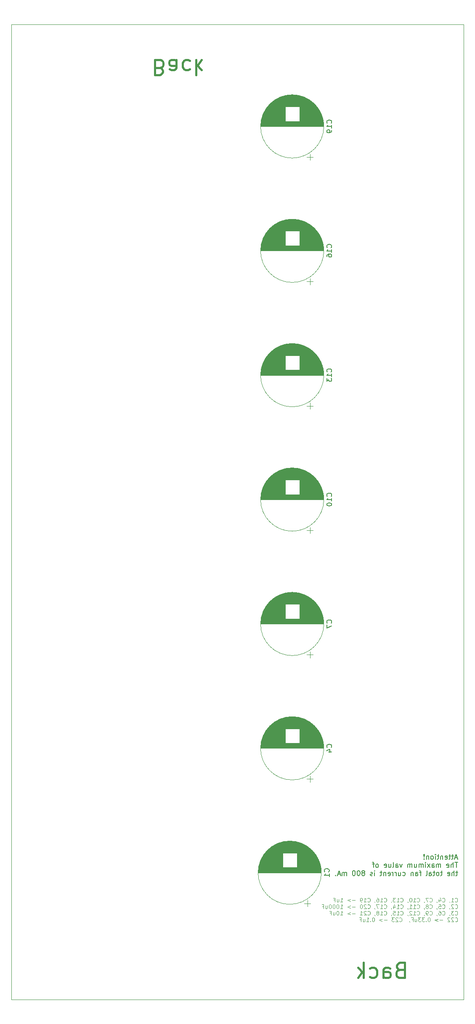
<source format=gbo>
G04 #@! TF.GenerationSoftware,KiCad,Pcbnew,(5.1.5)-3*
G04 #@! TF.CreationDate,2020-02-01T14:09:57+09:00*
G04 #@! TF.ProjectId,MotherBoard_PCIe,4d6f7468-6572-4426-9f61-72645f504349,rev?*
G04 #@! TF.SameCoordinates,Original*
G04 #@! TF.FileFunction,Legend,Bot*
G04 #@! TF.FilePolarity,Positive*
%FSLAX46Y46*%
G04 Gerber Fmt 4.6, Leading zero omitted, Abs format (unit mm)*
G04 Created by KiCad (PCBNEW (5.1.5)-3) date 2020-02-01 14:09:57*
%MOMM*%
%LPD*%
G04 APERTURE LIST*
%ADD10C,0.150000*%
%ADD11C,0.450000*%
%ADD12C,0.120000*%
%ADD13C,0.050000*%
%ADD14O,2.132000X1.832000*%
%ADD15R,2.132000X1.832000*%
%ADD16C,2.502000*%
%ADD17R,2.502000X2.502000*%
%ADD18C,1.382000*%
%ADD19R,1.802000X1.802000*%
%ADD20O,1.802000X1.802000*%
%ADD21C,0.100000*%
%ADD22C,6.102000*%
%ADD23C,3.302000*%
%ADD24C,1.902000*%
%ADD25R,1.902000X1.902000*%
G04 APERTURE END LIST*
D10*
X164712023Y-164516666D02*
X164235833Y-164516666D01*
X164807261Y-164802380D02*
X164473928Y-163802380D01*
X164140595Y-164802380D01*
X163950119Y-164135714D02*
X163569166Y-164135714D01*
X163807261Y-163802380D02*
X163807261Y-164659523D01*
X163759642Y-164754761D01*
X163664404Y-164802380D01*
X163569166Y-164802380D01*
X163378690Y-164135714D02*
X162997738Y-164135714D01*
X163235833Y-163802380D02*
X163235833Y-164659523D01*
X163188214Y-164754761D01*
X163092976Y-164802380D01*
X162997738Y-164802380D01*
X162283452Y-164754761D02*
X162378690Y-164802380D01*
X162569166Y-164802380D01*
X162664404Y-164754761D01*
X162712023Y-164659523D01*
X162712023Y-164278571D01*
X162664404Y-164183333D01*
X162569166Y-164135714D01*
X162378690Y-164135714D01*
X162283452Y-164183333D01*
X162235833Y-164278571D01*
X162235833Y-164373809D01*
X162712023Y-164469047D01*
X161807261Y-164135714D02*
X161807261Y-164802380D01*
X161807261Y-164230952D02*
X161759642Y-164183333D01*
X161664404Y-164135714D01*
X161521547Y-164135714D01*
X161426309Y-164183333D01*
X161378690Y-164278571D01*
X161378690Y-164802380D01*
X161045357Y-164135714D02*
X160664404Y-164135714D01*
X160902500Y-163802380D02*
X160902500Y-164659523D01*
X160854880Y-164754761D01*
X160759642Y-164802380D01*
X160664404Y-164802380D01*
X160331071Y-164802380D02*
X160331071Y-164135714D01*
X160331071Y-163802380D02*
X160378690Y-163850000D01*
X160331071Y-163897619D01*
X160283452Y-163850000D01*
X160331071Y-163802380D01*
X160331071Y-163897619D01*
X159712023Y-164802380D02*
X159807261Y-164754761D01*
X159854880Y-164707142D01*
X159902500Y-164611904D01*
X159902500Y-164326190D01*
X159854880Y-164230952D01*
X159807261Y-164183333D01*
X159712023Y-164135714D01*
X159569166Y-164135714D01*
X159473928Y-164183333D01*
X159426309Y-164230952D01*
X159378690Y-164326190D01*
X159378690Y-164611904D01*
X159426309Y-164707142D01*
X159473928Y-164754761D01*
X159569166Y-164802380D01*
X159712023Y-164802380D01*
X158950119Y-164135714D02*
X158950119Y-164802380D01*
X158950119Y-164230952D02*
X158902500Y-164183333D01*
X158807261Y-164135714D01*
X158664404Y-164135714D01*
X158569166Y-164183333D01*
X158521547Y-164278571D01*
X158521547Y-164802380D01*
X158045357Y-164707142D02*
X157997738Y-164754761D01*
X158045357Y-164802380D01*
X158092976Y-164754761D01*
X158045357Y-164707142D01*
X158045357Y-164802380D01*
X158045357Y-164421428D02*
X158092976Y-163850000D01*
X158045357Y-163802380D01*
X157997738Y-163850000D01*
X158045357Y-164421428D01*
X158045357Y-163802380D01*
X164807261Y-165452380D02*
X164235833Y-165452380D01*
X164521547Y-166452380D02*
X164521547Y-165452380D01*
X163902500Y-166452380D02*
X163902500Y-165452380D01*
X163473928Y-166452380D02*
X163473928Y-165928571D01*
X163521547Y-165833333D01*
X163616785Y-165785714D01*
X163759642Y-165785714D01*
X163854880Y-165833333D01*
X163902500Y-165880952D01*
X162616785Y-166404761D02*
X162712023Y-166452380D01*
X162902500Y-166452380D01*
X162997738Y-166404761D01*
X163045357Y-166309523D01*
X163045357Y-165928571D01*
X162997738Y-165833333D01*
X162902500Y-165785714D01*
X162712023Y-165785714D01*
X162616785Y-165833333D01*
X162569166Y-165928571D01*
X162569166Y-166023809D01*
X163045357Y-166119047D01*
X161378690Y-166452380D02*
X161378690Y-165785714D01*
X161378690Y-165880952D02*
X161331071Y-165833333D01*
X161235833Y-165785714D01*
X161092976Y-165785714D01*
X160997738Y-165833333D01*
X160950119Y-165928571D01*
X160950119Y-166452380D01*
X160950119Y-165928571D02*
X160902500Y-165833333D01*
X160807261Y-165785714D01*
X160664404Y-165785714D01*
X160569166Y-165833333D01*
X160521547Y-165928571D01*
X160521547Y-166452380D01*
X159616785Y-166452380D02*
X159616785Y-165928571D01*
X159664404Y-165833333D01*
X159759642Y-165785714D01*
X159950119Y-165785714D01*
X160045357Y-165833333D01*
X159616785Y-166404761D02*
X159712023Y-166452380D01*
X159950119Y-166452380D01*
X160045357Y-166404761D01*
X160092976Y-166309523D01*
X160092976Y-166214285D01*
X160045357Y-166119047D01*
X159950119Y-166071428D01*
X159712023Y-166071428D01*
X159616785Y-166023809D01*
X159235833Y-166452380D02*
X158712023Y-165785714D01*
X159235833Y-165785714D02*
X158712023Y-166452380D01*
X158331071Y-166452380D02*
X158331071Y-165785714D01*
X158331071Y-165452380D02*
X158378690Y-165500000D01*
X158331071Y-165547619D01*
X158283452Y-165500000D01*
X158331071Y-165452380D01*
X158331071Y-165547619D01*
X157854880Y-166452380D02*
X157854880Y-165785714D01*
X157854880Y-165880952D02*
X157807261Y-165833333D01*
X157712023Y-165785714D01*
X157569166Y-165785714D01*
X157473928Y-165833333D01*
X157426309Y-165928571D01*
X157426309Y-166452380D01*
X157426309Y-165928571D02*
X157378690Y-165833333D01*
X157283452Y-165785714D01*
X157140595Y-165785714D01*
X157045357Y-165833333D01*
X156997738Y-165928571D01*
X156997738Y-166452380D01*
X156092976Y-165785714D02*
X156092976Y-166452380D01*
X156521547Y-165785714D02*
X156521547Y-166309523D01*
X156473928Y-166404761D01*
X156378690Y-166452380D01*
X156235833Y-166452380D01*
X156140595Y-166404761D01*
X156092976Y-166357142D01*
X155616785Y-166452380D02*
X155616785Y-165785714D01*
X155616785Y-165880952D02*
X155569166Y-165833333D01*
X155473928Y-165785714D01*
X155331071Y-165785714D01*
X155235833Y-165833333D01*
X155188214Y-165928571D01*
X155188214Y-166452380D01*
X155188214Y-165928571D02*
X155140595Y-165833333D01*
X155045357Y-165785714D01*
X154902500Y-165785714D01*
X154807261Y-165833333D01*
X154759642Y-165928571D01*
X154759642Y-166452380D01*
X153616785Y-165785714D02*
X153378690Y-166452380D01*
X153140595Y-165785714D01*
X152331071Y-166452380D02*
X152331071Y-165928571D01*
X152378690Y-165833333D01*
X152473928Y-165785714D01*
X152664404Y-165785714D01*
X152759642Y-165833333D01*
X152331071Y-166404761D02*
X152426309Y-166452380D01*
X152664404Y-166452380D01*
X152759642Y-166404761D01*
X152807261Y-166309523D01*
X152807261Y-166214285D01*
X152759642Y-166119047D01*
X152664404Y-166071428D01*
X152426309Y-166071428D01*
X152331071Y-166023809D01*
X151712023Y-166452380D02*
X151807261Y-166404761D01*
X151854880Y-166309523D01*
X151854880Y-165452380D01*
X150902500Y-165785714D02*
X150902500Y-166452380D01*
X151331071Y-165785714D02*
X151331071Y-166309523D01*
X151283452Y-166404761D01*
X151188214Y-166452380D01*
X151045357Y-166452380D01*
X150950119Y-166404761D01*
X150902500Y-166357142D01*
X150045357Y-166404761D02*
X150140595Y-166452380D01*
X150331071Y-166452380D01*
X150426309Y-166404761D01*
X150473928Y-166309523D01*
X150473928Y-165928571D01*
X150426309Y-165833333D01*
X150331071Y-165785714D01*
X150140595Y-165785714D01*
X150045357Y-165833333D01*
X149997738Y-165928571D01*
X149997738Y-166023809D01*
X150473928Y-166119047D01*
X148664404Y-166452380D02*
X148759642Y-166404761D01*
X148807261Y-166357142D01*
X148854880Y-166261904D01*
X148854880Y-165976190D01*
X148807261Y-165880952D01*
X148759642Y-165833333D01*
X148664404Y-165785714D01*
X148521547Y-165785714D01*
X148426309Y-165833333D01*
X148378690Y-165880952D01*
X148331071Y-165976190D01*
X148331071Y-166261904D01*
X148378690Y-166357142D01*
X148426309Y-166404761D01*
X148521547Y-166452380D01*
X148664404Y-166452380D01*
X148045357Y-165785714D02*
X147664404Y-165785714D01*
X147902500Y-166452380D02*
X147902500Y-165595238D01*
X147854880Y-165500000D01*
X147759642Y-165452380D01*
X147664404Y-165452380D01*
X164807261Y-167435714D02*
X164426309Y-167435714D01*
X164664404Y-167102380D02*
X164664404Y-167959523D01*
X164616785Y-168054761D01*
X164521547Y-168102380D01*
X164426309Y-168102380D01*
X164092976Y-168102380D02*
X164092976Y-167102380D01*
X163664404Y-168102380D02*
X163664404Y-167578571D01*
X163712023Y-167483333D01*
X163807261Y-167435714D01*
X163950119Y-167435714D01*
X164045357Y-167483333D01*
X164092976Y-167530952D01*
X162807261Y-168054761D02*
X162902500Y-168102380D01*
X163092976Y-168102380D01*
X163188214Y-168054761D01*
X163235833Y-167959523D01*
X163235833Y-167578571D01*
X163188214Y-167483333D01*
X163092976Y-167435714D01*
X162902500Y-167435714D01*
X162807261Y-167483333D01*
X162759642Y-167578571D01*
X162759642Y-167673809D01*
X163235833Y-167769047D01*
X161712023Y-167435714D02*
X161331071Y-167435714D01*
X161569166Y-167102380D02*
X161569166Y-167959523D01*
X161521547Y-168054761D01*
X161426309Y-168102380D01*
X161331071Y-168102380D01*
X160854880Y-168102380D02*
X160950119Y-168054761D01*
X160997738Y-168007142D01*
X161045357Y-167911904D01*
X161045357Y-167626190D01*
X160997738Y-167530952D01*
X160950119Y-167483333D01*
X160854880Y-167435714D01*
X160712023Y-167435714D01*
X160616785Y-167483333D01*
X160569166Y-167530952D01*
X160521547Y-167626190D01*
X160521547Y-167911904D01*
X160569166Y-168007142D01*
X160616785Y-168054761D01*
X160712023Y-168102380D01*
X160854880Y-168102380D01*
X160235833Y-167435714D02*
X159854880Y-167435714D01*
X160092976Y-167102380D02*
X160092976Y-167959523D01*
X160045357Y-168054761D01*
X159950119Y-168102380D01*
X159854880Y-168102380D01*
X159092976Y-168102380D02*
X159092976Y-167578571D01*
X159140595Y-167483333D01*
X159235833Y-167435714D01*
X159426309Y-167435714D01*
X159521547Y-167483333D01*
X159092976Y-168054761D02*
X159188214Y-168102380D01*
X159426309Y-168102380D01*
X159521547Y-168054761D01*
X159569166Y-167959523D01*
X159569166Y-167864285D01*
X159521547Y-167769047D01*
X159426309Y-167721428D01*
X159188214Y-167721428D01*
X159092976Y-167673809D01*
X158473928Y-168102380D02*
X158569166Y-168054761D01*
X158616785Y-167959523D01*
X158616785Y-167102380D01*
X157473928Y-167435714D02*
X157092976Y-167435714D01*
X157331071Y-168102380D02*
X157331071Y-167245238D01*
X157283452Y-167150000D01*
X157188214Y-167102380D01*
X157092976Y-167102380D01*
X156331071Y-168102380D02*
X156331071Y-167578571D01*
X156378690Y-167483333D01*
X156473928Y-167435714D01*
X156664404Y-167435714D01*
X156759642Y-167483333D01*
X156331071Y-168054761D02*
X156426309Y-168102380D01*
X156664404Y-168102380D01*
X156759642Y-168054761D01*
X156807261Y-167959523D01*
X156807261Y-167864285D01*
X156759642Y-167769047D01*
X156664404Y-167721428D01*
X156426309Y-167721428D01*
X156331071Y-167673809D01*
X155854880Y-167435714D02*
X155854880Y-168102380D01*
X155854880Y-167530952D02*
X155807261Y-167483333D01*
X155712023Y-167435714D01*
X155569166Y-167435714D01*
X155473928Y-167483333D01*
X155426309Y-167578571D01*
X155426309Y-168102380D01*
X153759642Y-168054761D02*
X153854880Y-168102380D01*
X154045357Y-168102380D01*
X154140595Y-168054761D01*
X154188214Y-168007142D01*
X154235833Y-167911904D01*
X154235833Y-167626190D01*
X154188214Y-167530952D01*
X154140595Y-167483333D01*
X154045357Y-167435714D01*
X153854880Y-167435714D01*
X153759642Y-167483333D01*
X152902500Y-167435714D02*
X152902500Y-168102380D01*
X153331071Y-167435714D02*
X153331071Y-167959523D01*
X153283452Y-168054761D01*
X153188214Y-168102380D01*
X153045357Y-168102380D01*
X152950119Y-168054761D01*
X152902500Y-168007142D01*
X152426309Y-168102380D02*
X152426309Y-167435714D01*
X152426309Y-167626190D02*
X152378690Y-167530952D01*
X152331071Y-167483333D01*
X152235833Y-167435714D01*
X152140595Y-167435714D01*
X151807261Y-168102380D02*
X151807261Y-167435714D01*
X151807261Y-167626190D02*
X151759642Y-167530952D01*
X151712023Y-167483333D01*
X151616785Y-167435714D01*
X151521547Y-167435714D01*
X150807261Y-168054761D02*
X150902500Y-168102380D01*
X151092976Y-168102380D01*
X151188214Y-168054761D01*
X151235833Y-167959523D01*
X151235833Y-167578571D01*
X151188214Y-167483333D01*
X151092976Y-167435714D01*
X150902500Y-167435714D01*
X150807261Y-167483333D01*
X150759642Y-167578571D01*
X150759642Y-167673809D01*
X151235833Y-167769047D01*
X150331071Y-167435714D02*
X150331071Y-168102380D01*
X150331071Y-167530952D02*
X150283452Y-167483333D01*
X150188214Y-167435714D01*
X150045357Y-167435714D01*
X149950119Y-167483333D01*
X149902500Y-167578571D01*
X149902500Y-168102380D01*
X149569166Y-167435714D02*
X149188214Y-167435714D01*
X149426309Y-167102380D02*
X149426309Y-167959523D01*
X149378690Y-168054761D01*
X149283452Y-168102380D01*
X149188214Y-168102380D01*
X148092976Y-168102380D02*
X148092976Y-167435714D01*
X148092976Y-167102380D02*
X148140595Y-167150000D01*
X148092976Y-167197619D01*
X148045357Y-167150000D01*
X148092976Y-167102380D01*
X148092976Y-167197619D01*
X147664404Y-168054761D02*
X147569166Y-168102380D01*
X147378690Y-168102380D01*
X147283452Y-168054761D01*
X147235833Y-167959523D01*
X147235833Y-167911904D01*
X147283452Y-167816666D01*
X147378690Y-167769047D01*
X147521547Y-167769047D01*
X147616785Y-167721428D01*
X147664404Y-167626190D01*
X147664404Y-167578571D01*
X147616785Y-167483333D01*
X147521547Y-167435714D01*
X147378690Y-167435714D01*
X147283452Y-167483333D01*
X145902500Y-167530952D02*
X145997738Y-167483333D01*
X146045357Y-167435714D01*
X146092976Y-167340476D01*
X146092976Y-167292857D01*
X146045357Y-167197619D01*
X145997738Y-167150000D01*
X145902500Y-167102380D01*
X145712023Y-167102380D01*
X145616785Y-167150000D01*
X145569166Y-167197619D01*
X145521547Y-167292857D01*
X145521547Y-167340476D01*
X145569166Y-167435714D01*
X145616785Y-167483333D01*
X145712023Y-167530952D01*
X145902500Y-167530952D01*
X145997738Y-167578571D01*
X146045357Y-167626190D01*
X146092976Y-167721428D01*
X146092976Y-167911904D01*
X146045357Y-168007142D01*
X145997738Y-168054761D01*
X145902500Y-168102380D01*
X145712023Y-168102380D01*
X145616785Y-168054761D01*
X145569166Y-168007142D01*
X145521547Y-167911904D01*
X145521547Y-167721428D01*
X145569166Y-167626190D01*
X145616785Y-167578571D01*
X145712023Y-167530952D01*
X144902500Y-167102380D02*
X144807261Y-167102380D01*
X144712023Y-167150000D01*
X144664404Y-167197619D01*
X144616785Y-167292857D01*
X144569166Y-167483333D01*
X144569166Y-167721428D01*
X144616785Y-167911904D01*
X144664404Y-168007142D01*
X144712023Y-168054761D01*
X144807261Y-168102380D01*
X144902500Y-168102380D01*
X144997738Y-168054761D01*
X145045357Y-168007142D01*
X145092976Y-167911904D01*
X145140595Y-167721428D01*
X145140595Y-167483333D01*
X145092976Y-167292857D01*
X145045357Y-167197619D01*
X144997738Y-167150000D01*
X144902500Y-167102380D01*
X143950119Y-167102380D02*
X143854880Y-167102380D01*
X143759642Y-167150000D01*
X143712023Y-167197619D01*
X143664404Y-167292857D01*
X143616785Y-167483333D01*
X143616785Y-167721428D01*
X143664404Y-167911904D01*
X143712023Y-168007142D01*
X143759642Y-168054761D01*
X143854880Y-168102380D01*
X143950119Y-168102380D01*
X144045357Y-168054761D01*
X144092976Y-168007142D01*
X144140595Y-167911904D01*
X144188214Y-167721428D01*
X144188214Y-167483333D01*
X144140595Y-167292857D01*
X144092976Y-167197619D01*
X144045357Y-167150000D01*
X143950119Y-167102380D01*
X142426309Y-168102380D02*
X142426309Y-167435714D01*
X142426309Y-167530952D02*
X142378690Y-167483333D01*
X142283452Y-167435714D01*
X142140595Y-167435714D01*
X142045357Y-167483333D01*
X141997738Y-167578571D01*
X141997738Y-168102380D01*
X141997738Y-167578571D02*
X141950119Y-167483333D01*
X141854880Y-167435714D01*
X141712023Y-167435714D01*
X141616785Y-167483333D01*
X141569166Y-167578571D01*
X141569166Y-168102380D01*
X141140595Y-167816666D02*
X140664404Y-167816666D01*
X141235833Y-168102380D02*
X140902500Y-167102380D01*
X140569166Y-168102380D01*
X140235833Y-168007142D02*
X140188214Y-168054761D01*
X140235833Y-168102380D01*
X140283452Y-168054761D01*
X140235833Y-168007142D01*
X140235833Y-168102380D01*
D11*
X104857142Y-5714285D02*
X105285714Y-5571428D01*
X105428571Y-5428571D01*
X105571428Y-5142857D01*
X105571428Y-4714285D01*
X105428571Y-4428571D01*
X105285714Y-4285714D01*
X105000000Y-4142857D01*
X103857142Y-4142857D01*
X103857142Y-7142857D01*
X104857142Y-7142857D01*
X105142857Y-7000000D01*
X105285714Y-6857142D01*
X105428571Y-6571428D01*
X105428571Y-6285714D01*
X105285714Y-6000000D01*
X105142857Y-5857142D01*
X104857142Y-5714285D01*
X103857142Y-5714285D01*
X108142857Y-4142857D02*
X108142857Y-5714285D01*
X108000000Y-6000000D01*
X107714285Y-6142857D01*
X107142857Y-6142857D01*
X106857142Y-6000000D01*
X108142857Y-4285714D02*
X107857142Y-4142857D01*
X107142857Y-4142857D01*
X106857142Y-4285714D01*
X106714285Y-4571428D01*
X106714285Y-4857142D01*
X106857142Y-5142857D01*
X107142857Y-5285714D01*
X107857142Y-5285714D01*
X108142857Y-5428571D01*
X110857142Y-4285714D02*
X110571428Y-4142857D01*
X110000000Y-4142857D01*
X109714285Y-4285714D01*
X109571428Y-4428571D01*
X109428571Y-4714285D01*
X109428571Y-5571428D01*
X109571428Y-5857142D01*
X109714285Y-6000000D01*
X110000000Y-6142857D01*
X110571428Y-6142857D01*
X110857142Y-6000000D01*
X112142857Y-4142857D02*
X112142857Y-7142857D01*
X112428571Y-5285714D02*
X113285714Y-4142857D01*
X113285714Y-6142857D02*
X112142857Y-5000000D01*
D12*
X164274380Y-173305714D02*
X164312476Y-173343809D01*
X164426761Y-173381904D01*
X164502952Y-173381904D01*
X164617238Y-173343809D01*
X164693428Y-173267619D01*
X164731523Y-173191428D01*
X164769619Y-173039047D01*
X164769619Y-172924761D01*
X164731523Y-172772380D01*
X164693428Y-172696190D01*
X164617238Y-172620000D01*
X164502952Y-172581904D01*
X164426761Y-172581904D01*
X164312476Y-172620000D01*
X164274380Y-172658095D01*
X163512476Y-173381904D02*
X163969619Y-173381904D01*
X163741047Y-173381904D02*
X163741047Y-172581904D01*
X163817238Y-172696190D01*
X163893428Y-172772380D01*
X163969619Y-172810476D01*
X163131523Y-173343809D02*
X163131523Y-173381904D01*
X163169619Y-173458095D01*
X163207714Y-173496190D01*
X161722000Y-173305714D02*
X161760095Y-173343809D01*
X161874380Y-173381904D01*
X161950571Y-173381904D01*
X162064857Y-173343809D01*
X162141047Y-173267619D01*
X162179142Y-173191428D01*
X162217238Y-173039047D01*
X162217238Y-172924761D01*
X162179142Y-172772380D01*
X162141047Y-172696190D01*
X162064857Y-172620000D01*
X161950571Y-172581904D01*
X161874380Y-172581904D01*
X161760095Y-172620000D01*
X161722000Y-172658095D01*
X161036285Y-172848571D02*
X161036285Y-173381904D01*
X161226761Y-172543809D02*
X161417238Y-173115238D01*
X160922000Y-173115238D01*
X160579142Y-173343809D02*
X160579142Y-173381904D01*
X160617238Y-173458095D01*
X160655333Y-173496190D01*
X159169619Y-173305714D02*
X159207714Y-173343809D01*
X159322000Y-173381904D01*
X159398190Y-173381904D01*
X159512476Y-173343809D01*
X159588666Y-173267619D01*
X159626761Y-173191428D01*
X159664857Y-173039047D01*
X159664857Y-172924761D01*
X159626761Y-172772380D01*
X159588666Y-172696190D01*
X159512476Y-172620000D01*
X159398190Y-172581904D01*
X159322000Y-172581904D01*
X159207714Y-172620000D01*
X159169619Y-172658095D01*
X158902952Y-172581904D02*
X158369619Y-172581904D01*
X158712476Y-173381904D01*
X158026761Y-173343809D02*
X158026761Y-173381904D01*
X158064857Y-173458095D01*
X158102952Y-173496190D01*
X156617238Y-173305714D02*
X156655333Y-173343809D01*
X156769619Y-173381904D01*
X156845809Y-173381904D01*
X156960095Y-173343809D01*
X157036285Y-173267619D01*
X157074380Y-173191428D01*
X157112476Y-173039047D01*
X157112476Y-172924761D01*
X157074380Y-172772380D01*
X157036285Y-172696190D01*
X156960095Y-172620000D01*
X156845809Y-172581904D01*
X156769619Y-172581904D01*
X156655333Y-172620000D01*
X156617238Y-172658095D01*
X155855333Y-173381904D02*
X156312476Y-173381904D01*
X156083904Y-173381904D02*
X156083904Y-172581904D01*
X156160095Y-172696190D01*
X156236285Y-172772380D01*
X156312476Y-172810476D01*
X155360095Y-172581904D02*
X155283904Y-172581904D01*
X155207714Y-172620000D01*
X155169619Y-172658095D01*
X155131523Y-172734285D01*
X155093428Y-172886666D01*
X155093428Y-173077142D01*
X155131523Y-173229523D01*
X155169619Y-173305714D01*
X155207714Y-173343809D01*
X155283904Y-173381904D01*
X155360095Y-173381904D01*
X155436285Y-173343809D01*
X155474380Y-173305714D01*
X155512476Y-173229523D01*
X155550571Y-173077142D01*
X155550571Y-172886666D01*
X155512476Y-172734285D01*
X155474380Y-172658095D01*
X155436285Y-172620000D01*
X155360095Y-172581904D01*
X154712476Y-173343809D02*
X154712476Y-173381904D01*
X154750571Y-173458095D01*
X154788666Y-173496190D01*
X153302952Y-173305714D02*
X153341047Y-173343809D01*
X153455333Y-173381904D01*
X153531523Y-173381904D01*
X153645809Y-173343809D01*
X153722000Y-173267619D01*
X153760095Y-173191428D01*
X153798190Y-173039047D01*
X153798190Y-172924761D01*
X153760095Y-172772380D01*
X153722000Y-172696190D01*
X153645809Y-172620000D01*
X153531523Y-172581904D01*
X153455333Y-172581904D01*
X153341047Y-172620000D01*
X153302952Y-172658095D01*
X152541047Y-173381904D02*
X152998190Y-173381904D01*
X152769619Y-173381904D02*
X152769619Y-172581904D01*
X152845809Y-172696190D01*
X152922000Y-172772380D01*
X152998190Y-172810476D01*
X152274380Y-172581904D02*
X151779142Y-172581904D01*
X152045809Y-172886666D01*
X151931523Y-172886666D01*
X151855333Y-172924761D01*
X151817238Y-172962857D01*
X151779142Y-173039047D01*
X151779142Y-173229523D01*
X151817238Y-173305714D01*
X151855333Y-173343809D01*
X151931523Y-173381904D01*
X152160095Y-173381904D01*
X152236285Y-173343809D01*
X152274380Y-173305714D01*
X151398190Y-173343809D02*
X151398190Y-173381904D01*
X151436285Y-173458095D01*
X151474380Y-173496190D01*
X149988666Y-173305714D02*
X150026761Y-173343809D01*
X150141047Y-173381904D01*
X150217238Y-173381904D01*
X150331523Y-173343809D01*
X150407714Y-173267619D01*
X150445809Y-173191428D01*
X150483904Y-173039047D01*
X150483904Y-172924761D01*
X150445809Y-172772380D01*
X150407714Y-172696190D01*
X150331523Y-172620000D01*
X150217238Y-172581904D01*
X150141047Y-172581904D01*
X150026761Y-172620000D01*
X149988666Y-172658095D01*
X149226761Y-173381904D02*
X149683904Y-173381904D01*
X149455333Y-173381904D02*
X149455333Y-172581904D01*
X149531523Y-172696190D01*
X149607714Y-172772380D01*
X149683904Y-172810476D01*
X148541047Y-172581904D02*
X148693428Y-172581904D01*
X148769619Y-172620000D01*
X148807714Y-172658095D01*
X148883904Y-172772380D01*
X148922000Y-172924761D01*
X148922000Y-173229523D01*
X148883904Y-173305714D01*
X148845809Y-173343809D01*
X148769619Y-173381904D01*
X148617238Y-173381904D01*
X148541047Y-173343809D01*
X148502952Y-173305714D01*
X148464857Y-173229523D01*
X148464857Y-173039047D01*
X148502952Y-172962857D01*
X148541047Y-172924761D01*
X148617238Y-172886666D01*
X148769619Y-172886666D01*
X148845809Y-172924761D01*
X148883904Y-172962857D01*
X148922000Y-173039047D01*
X148083904Y-173343809D02*
X148083904Y-173381904D01*
X148122000Y-173458095D01*
X148160095Y-173496190D01*
X146674380Y-173305714D02*
X146712476Y-173343809D01*
X146826761Y-173381904D01*
X146902952Y-173381904D01*
X147017238Y-173343809D01*
X147093428Y-173267619D01*
X147131523Y-173191428D01*
X147169619Y-173039047D01*
X147169619Y-172924761D01*
X147131523Y-172772380D01*
X147093428Y-172696190D01*
X147017238Y-172620000D01*
X146902952Y-172581904D01*
X146826761Y-172581904D01*
X146712476Y-172620000D01*
X146674380Y-172658095D01*
X145912476Y-173381904D02*
X146369619Y-173381904D01*
X146141047Y-173381904D02*
X146141047Y-172581904D01*
X146217238Y-172696190D01*
X146293428Y-172772380D01*
X146369619Y-172810476D01*
X145531523Y-173381904D02*
X145379142Y-173381904D01*
X145302952Y-173343809D01*
X145264857Y-173305714D01*
X145188666Y-173191428D01*
X145150571Y-173039047D01*
X145150571Y-172734285D01*
X145188666Y-172658095D01*
X145226761Y-172620000D01*
X145302952Y-172581904D01*
X145455333Y-172581904D01*
X145531523Y-172620000D01*
X145569619Y-172658095D01*
X145607714Y-172734285D01*
X145607714Y-172924761D01*
X145569619Y-173000952D01*
X145531523Y-173039047D01*
X145455333Y-173077142D01*
X145302952Y-173077142D01*
X145226761Y-173039047D01*
X145188666Y-173000952D01*
X145150571Y-172924761D01*
X144198190Y-173077142D02*
X143588666Y-173077142D01*
X143207714Y-172848571D02*
X142598190Y-173077142D01*
X143207714Y-173305714D01*
X141188666Y-173381904D02*
X141645809Y-173381904D01*
X141417238Y-173381904D02*
X141417238Y-172581904D01*
X141493428Y-172696190D01*
X141569619Y-172772380D01*
X141645809Y-172810476D01*
X140502952Y-172848571D02*
X140502952Y-173381904D01*
X140845809Y-172848571D02*
X140845809Y-173267619D01*
X140807714Y-173343809D01*
X140731523Y-173381904D01*
X140617238Y-173381904D01*
X140541047Y-173343809D01*
X140502952Y-173305714D01*
X139855333Y-172962857D02*
X140122000Y-172962857D01*
X140122000Y-173381904D02*
X140122000Y-172581904D01*
X139741047Y-172581904D01*
X164274380Y-174625714D02*
X164312476Y-174663809D01*
X164426761Y-174701904D01*
X164502952Y-174701904D01*
X164617238Y-174663809D01*
X164693428Y-174587619D01*
X164731523Y-174511428D01*
X164769619Y-174359047D01*
X164769619Y-174244761D01*
X164731523Y-174092380D01*
X164693428Y-174016190D01*
X164617238Y-173940000D01*
X164502952Y-173901904D01*
X164426761Y-173901904D01*
X164312476Y-173940000D01*
X164274380Y-173978095D01*
X163969619Y-173978095D02*
X163931523Y-173940000D01*
X163855333Y-173901904D01*
X163664857Y-173901904D01*
X163588666Y-173940000D01*
X163550571Y-173978095D01*
X163512476Y-174054285D01*
X163512476Y-174130476D01*
X163550571Y-174244761D01*
X164007714Y-174701904D01*
X163512476Y-174701904D01*
X163131523Y-174663809D02*
X163131523Y-174701904D01*
X163169619Y-174778095D01*
X163207714Y-174816190D01*
X161722000Y-174625714D02*
X161760095Y-174663809D01*
X161874380Y-174701904D01*
X161950571Y-174701904D01*
X162064857Y-174663809D01*
X162141047Y-174587619D01*
X162179142Y-174511428D01*
X162217238Y-174359047D01*
X162217238Y-174244761D01*
X162179142Y-174092380D01*
X162141047Y-174016190D01*
X162064857Y-173940000D01*
X161950571Y-173901904D01*
X161874380Y-173901904D01*
X161760095Y-173940000D01*
X161722000Y-173978095D01*
X160998190Y-173901904D02*
X161379142Y-173901904D01*
X161417238Y-174282857D01*
X161379142Y-174244761D01*
X161302952Y-174206666D01*
X161112476Y-174206666D01*
X161036285Y-174244761D01*
X160998190Y-174282857D01*
X160960095Y-174359047D01*
X160960095Y-174549523D01*
X160998190Y-174625714D01*
X161036285Y-174663809D01*
X161112476Y-174701904D01*
X161302952Y-174701904D01*
X161379142Y-174663809D01*
X161417238Y-174625714D01*
X160579142Y-174663809D02*
X160579142Y-174701904D01*
X160617238Y-174778095D01*
X160655333Y-174816190D01*
X159169619Y-174625714D02*
X159207714Y-174663809D01*
X159322000Y-174701904D01*
X159398190Y-174701904D01*
X159512476Y-174663809D01*
X159588666Y-174587619D01*
X159626761Y-174511428D01*
X159664857Y-174359047D01*
X159664857Y-174244761D01*
X159626761Y-174092380D01*
X159588666Y-174016190D01*
X159512476Y-173940000D01*
X159398190Y-173901904D01*
X159322000Y-173901904D01*
X159207714Y-173940000D01*
X159169619Y-173978095D01*
X158712476Y-174244761D02*
X158788666Y-174206666D01*
X158826761Y-174168571D01*
X158864857Y-174092380D01*
X158864857Y-174054285D01*
X158826761Y-173978095D01*
X158788666Y-173940000D01*
X158712476Y-173901904D01*
X158560095Y-173901904D01*
X158483904Y-173940000D01*
X158445809Y-173978095D01*
X158407714Y-174054285D01*
X158407714Y-174092380D01*
X158445809Y-174168571D01*
X158483904Y-174206666D01*
X158560095Y-174244761D01*
X158712476Y-174244761D01*
X158788666Y-174282857D01*
X158826761Y-174320952D01*
X158864857Y-174397142D01*
X158864857Y-174549523D01*
X158826761Y-174625714D01*
X158788666Y-174663809D01*
X158712476Y-174701904D01*
X158560095Y-174701904D01*
X158483904Y-174663809D01*
X158445809Y-174625714D01*
X158407714Y-174549523D01*
X158407714Y-174397142D01*
X158445809Y-174320952D01*
X158483904Y-174282857D01*
X158560095Y-174244761D01*
X158026761Y-174663809D02*
X158026761Y-174701904D01*
X158064857Y-174778095D01*
X158102952Y-174816190D01*
X156617238Y-174625714D02*
X156655333Y-174663809D01*
X156769619Y-174701904D01*
X156845809Y-174701904D01*
X156960095Y-174663809D01*
X157036285Y-174587619D01*
X157074380Y-174511428D01*
X157112476Y-174359047D01*
X157112476Y-174244761D01*
X157074380Y-174092380D01*
X157036285Y-174016190D01*
X156960095Y-173940000D01*
X156845809Y-173901904D01*
X156769619Y-173901904D01*
X156655333Y-173940000D01*
X156617238Y-173978095D01*
X155855333Y-174701904D02*
X156312476Y-174701904D01*
X156083904Y-174701904D02*
X156083904Y-173901904D01*
X156160095Y-174016190D01*
X156236285Y-174092380D01*
X156312476Y-174130476D01*
X155093428Y-174701904D02*
X155550571Y-174701904D01*
X155322000Y-174701904D02*
X155322000Y-173901904D01*
X155398190Y-174016190D01*
X155474380Y-174092380D01*
X155550571Y-174130476D01*
X154712476Y-174663809D02*
X154712476Y-174701904D01*
X154750571Y-174778095D01*
X154788666Y-174816190D01*
X153302952Y-174625714D02*
X153341047Y-174663809D01*
X153455333Y-174701904D01*
X153531523Y-174701904D01*
X153645809Y-174663809D01*
X153722000Y-174587619D01*
X153760095Y-174511428D01*
X153798190Y-174359047D01*
X153798190Y-174244761D01*
X153760095Y-174092380D01*
X153722000Y-174016190D01*
X153645809Y-173940000D01*
X153531523Y-173901904D01*
X153455333Y-173901904D01*
X153341047Y-173940000D01*
X153302952Y-173978095D01*
X152541047Y-174701904D02*
X152998190Y-174701904D01*
X152769619Y-174701904D02*
X152769619Y-173901904D01*
X152845809Y-174016190D01*
X152922000Y-174092380D01*
X152998190Y-174130476D01*
X151855333Y-174168571D02*
X151855333Y-174701904D01*
X152045809Y-173863809D02*
X152236285Y-174435238D01*
X151741047Y-174435238D01*
X151398190Y-174663809D02*
X151398190Y-174701904D01*
X151436285Y-174778095D01*
X151474380Y-174816190D01*
X149988666Y-174625714D02*
X150026761Y-174663809D01*
X150141047Y-174701904D01*
X150217238Y-174701904D01*
X150331523Y-174663809D01*
X150407714Y-174587619D01*
X150445809Y-174511428D01*
X150483904Y-174359047D01*
X150483904Y-174244761D01*
X150445809Y-174092380D01*
X150407714Y-174016190D01*
X150331523Y-173940000D01*
X150217238Y-173901904D01*
X150141047Y-173901904D01*
X150026761Y-173940000D01*
X149988666Y-173978095D01*
X149226761Y-174701904D02*
X149683904Y-174701904D01*
X149455333Y-174701904D02*
X149455333Y-173901904D01*
X149531523Y-174016190D01*
X149607714Y-174092380D01*
X149683904Y-174130476D01*
X148960095Y-173901904D02*
X148426761Y-173901904D01*
X148769619Y-174701904D01*
X148083904Y-174663809D02*
X148083904Y-174701904D01*
X148122000Y-174778095D01*
X148160095Y-174816190D01*
X146674380Y-174625714D02*
X146712476Y-174663809D01*
X146826761Y-174701904D01*
X146902952Y-174701904D01*
X147017238Y-174663809D01*
X147093428Y-174587619D01*
X147131523Y-174511428D01*
X147169619Y-174359047D01*
X147169619Y-174244761D01*
X147131523Y-174092380D01*
X147093428Y-174016190D01*
X147017238Y-173940000D01*
X146902952Y-173901904D01*
X146826761Y-173901904D01*
X146712476Y-173940000D01*
X146674380Y-173978095D01*
X146369619Y-173978095D02*
X146331523Y-173940000D01*
X146255333Y-173901904D01*
X146064857Y-173901904D01*
X145988666Y-173940000D01*
X145950571Y-173978095D01*
X145912476Y-174054285D01*
X145912476Y-174130476D01*
X145950571Y-174244761D01*
X146407714Y-174701904D01*
X145912476Y-174701904D01*
X145417238Y-173901904D02*
X145341047Y-173901904D01*
X145264857Y-173940000D01*
X145226761Y-173978095D01*
X145188666Y-174054285D01*
X145150571Y-174206666D01*
X145150571Y-174397142D01*
X145188666Y-174549523D01*
X145226761Y-174625714D01*
X145264857Y-174663809D01*
X145341047Y-174701904D01*
X145417238Y-174701904D01*
X145493428Y-174663809D01*
X145531523Y-174625714D01*
X145569619Y-174549523D01*
X145607714Y-174397142D01*
X145607714Y-174206666D01*
X145569619Y-174054285D01*
X145531523Y-173978095D01*
X145493428Y-173940000D01*
X145417238Y-173901904D01*
X144198190Y-174397142D02*
X143588666Y-174397142D01*
X143207714Y-174168571D02*
X142598190Y-174397142D01*
X143207714Y-174625714D01*
X141188666Y-174701904D02*
X141645809Y-174701904D01*
X141417238Y-174701904D02*
X141417238Y-173901904D01*
X141493428Y-174016190D01*
X141569619Y-174092380D01*
X141645809Y-174130476D01*
X140693428Y-173901904D02*
X140617238Y-173901904D01*
X140541047Y-173940000D01*
X140502952Y-173978095D01*
X140464857Y-174054285D01*
X140426761Y-174206666D01*
X140426761Y-174397142D01*
X140464857Y-174549523D01*
X140502952Y-174625714D01*
X140541047Y-174663809D01*
X140617238Y-174701904D01*
X140693428Y-174701904D01*
X140769619Y-174663809D01*
X140807714Y-174625714D01*
X140845809Y-174549523D01*
X140883904Y-174397142D01*
X140883904Y-174206666D01*
X140845809Y-174054285D01*
X140807714Y-173978095D01*
X140769619Y-173940000D01*
X140693428Y-173901904D01*
X139931523Y-173901904D02*
X139855333Y-173901904D01*
X139779142Y-173940000D01*
X139741047Y-173978095D01*
X139702952Y-174054285D01*
X139664857Y-174206666D01*
X139664857Y-174397142D01*
X139702952Y-174549523D01*
X139741047Y-174625714D01*
X139779142Y-174663809D01*
X139855333Y-174701904D01*
X139931523Y-174701904D01*
X140007714Y-174663809D01*
X140045809Y-174625714D01*
X140083904Y-174549523D01*
X140122000Y-174397142D01*
X140122000Y-174206666D01*
X140083904Y-174054285D01*
X140045809Y-173978095D01*
X140007714Y-173940000D01*
X139931523Y-173901904D01*
X139169619Y-173901904D02*
X139093428Y-173901904D01*
X139017238Y-173940000D01*
X138979142Y-173978095D01*
X138941047Y-174054285D01*
X138902952Y-174206666D01*
X138902952Y-174397142D01*
X138941047Y-174549523D01*
X138979142Y-174625714D01*
X139017238Y-174663809D01*
X139093428Y-174701904D01*
X139169619Y-174701904D01*
X139245809Y-174663809D01*
X139283904Y-174625714D01*
X139322000Y-174549523D01*
X139360095Y-174397142D01*
X139360095Y-174206666D01*
X139322000Y-174054285D01*
X139283904Y-173978095D01*
X139245809Y-173940000D01*
X139169619Y-173901904D01*
X138217238Y-174168571D02*
X138217238Y-174701904D01*
X138560095Y-174168571D02*
X138560095Y-174587619D01*
X138522000Y-174663809D01*
X138445809Y-174701904D01*
X138331523Y-174701904D01*
X138255333Y-174663809D01*
X138217238Y-174625714D01*
X137569619Y-174282857D02*
X137836285Y-174282857D01*
X137836285Y-174701904D02*
X137836285Y-173901904D01*
X137455333Y-173901904D01*
X164274380Y-175945714D02*
X164312476Y-175983809D01*
X164426761Y-176021904D01*
X164502952Y-176021904D01*
X164617238Y-175983809D01*
X164693428Y-175907619D01*
X164731523Y-175831428D01*
X164769619Y-175679047D01*
X164769619Y-175564761D01*
X164731523Y-175412380D01*
X164693428Y-175336190D01*
X164617238Y-175260000D01*
X164502952Y-175221904D01*
X164426761Y-175221904D01*
X164312476Y-175260000D01*
X164274380Y-175298095D01*
X164007714Y-175221904D02*
X163512476Y-175221904D01*
X163779142Y-175526666D01*
X163664857Y-175526666D01*
X163588666Y-175564761D01*
X163550571Y-175602857D01*
X163512476Y-175679047D01*
X163512476Y-175869523D01*
X163550571Y-175945714D01*
X163588666Y-175983809D01*
X163664857Y-176021904D01*
X163893428Y-176021904D01*
X163969619Y-175983809D01*
X164007714Y-175945714D01*
X163131523Y-175983809D02*
X163131523Y-176021904D01*
X163169619Y-176098095D01*
X163207714Y-176136190D01*
X161722000Y-175945714D02*
X161760095Y-175983809D01*
X161874380Y-176021904D01*
X161950571Y-176021904D01*
X162064857Y-175983809D01*
X162141047Y-175907619D01*
X162179142Y-175831428D01*
X162217238Y-175679047D01*
X162217238Y-175564761D01*
X162179142Y-175412380D01*
X162141047Y-175336190D01*
X162064857Y-175260000D01*
X161950571Y-175221904D01*
X161874380Y-175221904D01*
X161760095Y-175260000D01*
X161722000Y-175298095D01*
X161036285Y-175221904D02*
X161188666Y-175221904D01*
X161264857Y-175260000D01*
X161302952Y-175298095D01*
X161379142Y-175412380D01*
X161417238Y-175564761D01*
X161417238Y-175869523D01*
X161379142Y-175945714D01*
X161341047Y-175983809D01*
X161264857Y-176021904D01*
X161112476Y-176021904D01*
X161036285Y-175983809D01*
X160998190Y-175945714D01*
X160960095Y-175869523D01*
X160960095Y-175679047D01*
X160998190Y-175602857D01*
X161036285Y-175564761D01*
X161112476Y-175526666D01*
X161264857Y-175526666D01*
X161341047Y-175564761D01*
X161379142Y-175602857D01*
X161417238Y-175679047D01*
X160579142Y-175983809D02*
X160579142Y-176021904D01*
X160617238Y-176098095D01*
X160655333Y-176136190D01*
X159169619Y-175945714D02*
X159207714Y-175983809D01*
X159322000Y-176021904D01*
X159398190Y-176021904D01*
X159512476Y-175983809D01*
X159588666Y-175907619D01*
X159626761Y-175831428D01*
X159664857Y-175679047D01*
X159664857Y-175564761D01*
X159626761Y-175412380D01*
X159588666Y-175336190D01*
X159512476Y-175260000D01*
X159398190Y-175221904D01*
X159322000Y-175221904D01*
X159207714Y-175260000D01*
X159169619Y-175298095D01*
X158788666Y-176021904D02*
X158636285Y-176021904D01*
X158560095Y-175983809D01*
X158522000Y-175945714D01*
X158445809Y-175831428D01*
X158407714Y-175679047D01*
X158407714Y-175374285D01*
X158445809Y-175298095D01*
X158483904Y-175260000D01*
X158560095Y-175221904D01*
X158712476Y-175221904D01*
X158788666Y-175260000D01*
X158826761Y-175298095D01*
X158864857Y-175374285D01*
X158864857Y-175564761D01*
X158826761Y-175640952D01*
X158788666Y-175679047D01*
X158712476Y-175717142D01*
X158560095Y-175717142D01*
X158483904Y-175679047D01*
X158445809Y-175640952D01*
X158407714Y-175564761D01*
X158026761Y-175983809D02*
X158026761Y-176021904D01*
X158064857Y-176098095D01*
X158102952Y-176136190D01*
X156617238Y-175945714D02*
X156655333Y-175983809D01*
X156769619Y-176021904D01*
X156845809Y-176021904D01*
X156960095Y-175983809D01*
X157036285Y-175907619D01*
X157074380Y-175831428D01*
X157112476Y-175679047D01*
X157112476Y-175564761D01*
X157074380Y-175412380D01*
X157036285Y-175336190D01*
X156960095Y-175260000D01*
X156845809Y-175221904D01*
X156769619Y-175221904D01*
X156655333Y-175260000D01*
X156617238Y-175298095D01*
X155855333Y-176021904D02*
X156312476Y-176021904D01*
X156083904Y-176021904D02*
X156083904Y-175221904D01*
X156160095Y-175336190D01*
X156236285Y-175412380D01*
X156312476Y-175450476D01*
X155550571Y-175298095D02*
X155512476Y-175260000D01*
X155436285Y-175221904D01*
X155245809Y-175221904D01*
X155169619Y-175260000D01*
X155131523Y-175298095D01*
X155093428Y-175374285D01*
X155093428Y-175450476D01*
X155131523Y-175564761D01*
X155588666Y-176021904D01*
X155093428Y-176021904D01*
X154712476Y-175983809D02*
X154712476Y-176021904D01*
X154750571Y-176098095D01*
X154788666Y-176136190D01*
X153302952Y-175945714D02*
X153341047Y-175983809D01*
X153455333Y-176021904D01*
X153531523Y-176021904D01*
X153645809Y-175983809D01*
X153722000Y-175907619D01*
X153760095Y-175831428D01*
X153798190Y-175679047D01*
X153798190Y-175564761D01*
X153760095Y-175412380D01*
X153722000Y-175336190D01*
X153645809Y-175260000D01*
X153531523Y-175221904D01*
X153455333Y-175221904D01*
X153341047Y-175260000D01*
X153302952Y-175298095D01*
X152541047Y-176021904D02*
X152998190Y-176021904D01*
X152769619Y-176021904D02*
X152769619Y-175221904D01*
X152845809Y-175336190D01*
X152922000Y-175412380D01*
X152998190Y-175450476D01*
X151817238Y-175221904D02*
X152198190Y-175221904D01*
X152236285Y-175602857D01*
X152198190Y-175564761D01*
X152122000Y-175526666D01*
X151931523Y-175526666D01*
X151855333Y-175564761D01*
X151817238Y-175602857D01*
X151779142Y-175679047D01*
X151779142Y-175869523D01*
X151817238Y-175945714D01*
X151855333Y-175983809D01*
X151931523Y-176021904D01*
X152122000Y-176021904D01*
X152198190Y-175983809D01*
X152236285Y-175945714D01*
X151398190Y-175983809D02*
X151398190Y-176021904D01*
X151436285Y-176098095D01*
X151474380Y-176136190D01*
X149988666Y-175945714D02*
X150026761Y-175983809D01*
X150141047Y-176021904D01*
X150217238Y-176021904D01*
X150331523Y-175983809D01*
X150407714Y-175907619D01*
X150445809Y-175831428D01*
X150483904Y-175679047D01*
X150483904Y-175564761D01*
X150445809Y-175412380D01*
X150407714Y-175336190D01*
X150331523Y-175260000D01*
X150217238Y-175221904D01*
X150141047Y-175221904D01*
X150026761Y-175260000D01*
X149988666Y-175298095D01*
X149226761Y-176021904D02*
X149683904Y-176021904D01*
X149455333Y-176021904D02*
X149455333Y-175221904D01*
X149531523Y-175336190D01*
X149607714Y-175412380D01*
X149683904Y-175450476D01*
X148769619Y-175564761D02*
X148845809Y-175526666D01*
X148883904Y-175488571D01*
X148922000Y-175412380D01*
X148922000Y-175374285D01*
X148883904Y-175298095D01*
X148845809Y-175260000D01*
X148769619Y-175221904D01*
X148617238Y-175221904D01*
X148541047Y-175260000D01*
X148502952Y-175298095D01*
X148464857Y-175374285D01*
X148464857Y-175412380D01*
X148502952Y-175488571D01*
X148541047Y-175526666D01*
X148617238Y-175564761D01*
X148769619Y-175564761D01*
X148845809Y-175602857D01*
X148883904Y-175640952D01*
X148922000Y-175717142D01*
X148922000Y-175869523D01*
X148883904Y-175945714D01*
X148845809Y-175983809D01*
X148769619Y-176021904D01*
X148617238Y-176021904D01*
X148541047Y-175983809D01*
X148502952Y-175945714D01*
X148464857Y-175869523D01*
X148464857Y-175717142D01*
X148502952Y-175640952D01*
X148541047Y-175602857D01*
X148617238Y-175564761D01*
X148083904Y-175983809D02*
X148083904Y-176021904D01*
X148122000Y-176098095D01*
X148160095Y-176136190D01*
X146674380Y-175945714D02*
X146712476Y-175983809D01*
X146826761Y-176021904D01*
X146902952Y-176021904D01*
X147017238Y-175983809D01*
X147093428Y-175907619D01*
X147131523Y-175831428D01*
X147169619Y-175679047D01*
X147169619Y-175564761D01*
X147131523Y-175412380D01*
X147093428Y-175336190D01*
X147017238Y-175260000D01*
X146902952Y-175221904D01*
X146826761Y-175221904D01*
X146712476Y-175260000D01*
X146674380Y-175298095D01*
X146369619Y-175298095D02*
X146331523Y-175260000D01*
X146255333Y-175221904D01*
X146064857Y-175221904D01*
X145988666Y-175260000D01*
X145950571Y-175298095D01*
X145912476Y-175374285D01*
X145912476Y-175450476D01*
X145950571Y-175564761D01*
X146407714Y-176021904D01*
X145912476Y-176021904D01*
X145150571Y-176021904D02*
X145607714Y-176021904D01*
X145379142Y-176021904D02*
X145379142Y-175221904D01*
X145455333Y-175336190D01*
X145531523Y-175412380D01*
X145607714Y-175450476D01*
X144198190Y-175717142D02*
X143588666Y-175717142D01*
X143207714Y-175488571D02*
X142598190Y-175717142D01*
X143207714Y-175945714D01*
X141188666Y-176021904D02*
X141645809Y-176021904D01*
X141417238Y-176021904D02*
X141417238Y-175221904D01*
X141493428Y-175336190D01*
X141569619Y-175412380D01*
X141645809Y-175450476D01*
X140693428Y-175221904D02*
X140617238Y-175221904D01*
X140541047Y-175260000D01*
X140502952Y-175298095D01*
X140464857Y-175374285D01*
X140426761Y-175526666D01*
X140426761Y-175717142D01*
X140464857Y-175869523D01*
X140502952Y-175945714D01*
X140541047Y-175983809D01*
X140617238Y-176021904D01*
X140693428Y-176021904D01*
X140769619Y-175983809D01*
X140807714Y-175945714D01*
X140845809Y-175869523D01*
X140883904Y-175717142D01*
X140883904Y-175526666D01*
X140845809Y-175374285D01*
X140807714Y-175298095D01*
X140769619Y-175260000D01*
X140693428Y-175221904D01*
X139741047Y-175488571D02*
X139741047Y-176021904D01*
X140083904Y-175488571D02*
X140083904Y-175907619D01*
X140045809Y-175983809D01*
X139969619Y-176021904D01*
X139855333Y-176021904D01*
X139779142Y-175983809D01*
X139741047Y-175945714D01*
X139093428Y-175602857D02*
X139360095Y-175602857D01*
X139360095Y-176021904D02*
X139360095Y-175221904D01*
X138979142Y-175221904D01*
X164274380Y-177265714D02*
X164312476Y-177303809D01*
X164426761Y-177341904D01*
X164502952Y-177341904D01*
X164617238Y-177303809D01*
X164693428Y-177227619D01*
X164731523Y-177151428D01*
X164769619Y-176999047D01*
X164769619Y-176884761D01*
X164731523Y-176732380D01*
X164693428Y-176656190D01*
X164617238Y-176580000D01*
X164502952Y-176541904D01*
X164426761Y-176541904D01*
X164312476Y-176580000D01*
X164274380Y-176618095D01*
X163969619Y-176618095D02*
X163931523Y-176580000D01*
X163855333Y-176541904D01*
X163664857Y-176541904D01*
X163588666Y-176580000D01*
X163550571Y-176618095D01*
X163512476Y-176694285D01*
X163512476Y-176770476D01*
X163550571Y-176884761D01*
X164007714Y-177341904D01*
X163512476Y-177341904D01*
X163207714Y-176618095D02*
X163169619Y-176580000D01*
X163093428Y-176541904D01*
X162902952Y-176541904D01*
X162826761Y-176580000D01*
X162788666Y-176618095D01*
X162750571Y-176694285D01*
X162750571Y-176770476D01*
X162788666Y-176884761D01*
X163245809Y-177341904D01*
X162750571Y-177341904D01*
X161798190Y-177037142D02*
X161188666Y-177037142D01*
X160807714Y-176808571D02*
X160198190Y-177037142D01*
X160807714Y-177265714D01*
X159055333Y-176541904D02*
X158979142Y-176541904D01*
X158902952Y-176580000D01*
X158864857Y-176618095D01*
X158826761Y-176694285D01*
X158788666Y-176846666D01*
X158788666Y-177037142D01*
X158826761Y-177189523D01*
X158864857Y-177265714D01*
X158902952Y-177303809D01*
X158979142Y-177341904D01*
X159055333Y-177341904D01*
X159131523Y-177303809D01*
X159169619Y-177265714D01*
X159207714Y-177189523D01*
X159245809Y-177037142D01*
X159245809Y-176846666D01*
X159207714Y-176694285D01*
X159169619Y-176618095D01*
X159131523Y-176580000D01*
X159055333Y-176541904D01*
X158445809Y-177265714D02*
X158407714Y-177303809D01*
X158445809Y-177341904D01*
X158483904Y-177303809D01*
X158445809Y-177265714D01*
X158445809Y-177341904D01*
X158141047Y-176541904D02*
X157645809Y-176541904D01*
X157912476Y-176846666D01*
X157798190Y-176846666D01*
X157722000Y-176884761D01*
X157683904Y-176922857D01*
X157645809Y-176999047D01*
X157645809Y-177189523D01*
X157683904Y-177265714D01*
X157722000Y-177303809D01*
X157798190Y-177341904D01*
X158026761Y-177341904D01*
X158102952Y-177303809D01*
X158141047Y-177265714D01*
X157379142Y-176541904D02*
X156883904Y-176541904D01*
X157150571Y-176846666D01*
X157036285Y-176846666D01*
X156960095Y-176884761D01*
X156922000Y-176922857D01*
X156883904Y-176999047D01*
X156883904Y-177189523D01*
X156922000Y-177265714D01*
X156960095Y-177303809D01*
X157036285Y-177341904D01*
X157264857Y-177341904D01*
X157341047Y-177303809D01*
X157379142Y-177265714D01*
X156198190Y-176808571D02*
X156198190Y-177341904D01*
X156541047Y-176808571D02*
X156541047Y-177227619D01*
X156502952Y-177303809D01*
X156426761Y-177341904D01*
X156312476Y-177341904D01*
X156236285Y-177303809D01*
X156198190Y-177265714D01*
X155550571Y-176922857D02*
X155817238Y-176922857D01*
X155817238Y-177341904D02*
X155817238Y-176541904D01*
X155436285Y-176541904D01*
X155093428Y-177303809D02*
X155093428Y-177341904D01*
X155131523Y-177418095D01*
X155169619Y-177456190D01*
X153074380Y-177265714D02*
X153112476Y-177303809D01*
X153226761Y-177341904D01*
X153302952Y-177341904D01*
X153417238Y-177303809D01*
X153493428Y-177227619D01*
X153531523Y-177151428D01*
X153569619Y-176999047D01*
X153569619Y-176884761D01*
X153531523Y-176732380D01*
X153493428Y-176656190D01*
X153417238Y-176580000D01*
X153302952Y-176541904D01*
X153226761Y-176541904D01*
X153112476Y-176580000D01*
X153074380Y-176618095D01*
X152769619Y-176618095D02*
X152731523Y-176580000D01*
X152655333Y-176541904D01*
X152464857Y-176541904D01*
X152388666Y-176580000D01*
X152350571Y-176618095D01*
X152312476Y-176694285D01*
X152312476Y-176770476D01*
X152350571Y-176884761D01*
X152807714Y-177341904D01*
X152312476Y-177341904D01*
X152045809Y-176541904D02*
X151550571Y-176541904D01*
X151817238Y-176846666D01*
X151702952Y-176846666D01*
X151626761Y-176884761D01*
X151588666Y-176922857D01*
X151550571Y-176999047D01*
X151550571Y-177189523D01*
X151588666Y-177265714D01*
X151626761Y-177303809D01*
X151702952Y-177341904D01*
X151931523Y-177341904D01*
X152007714Y-177303809D01*
X152045809Y-177265714D01*
X150598190Y-177037142D02*
X149988666Y-177037142D01*
X149607714Y-176808571D02*
X148998190Y-177037142D01*
X149607714Y-177265714D01*
X147855333Y-176541904D02*
X147779142Y-176541904D01*
X147702952Y-176580000D01*
X147664857Y-176618095D01*
X147626761Y-176694285D01*
X147588666Y-176846666D01*
X147588666Y-177037142D01*
X147626761Y-177189523D01*
X147664857Y-177265714D01*
X147702952Y-177303809D01*
X147779142Y-177341904D01*
X147855333Y-177341904D01*
X147931523Y-177303809D01*
X147969619Y-177265714D01*
X148007714Y-177189523D01*
X148045809Y-177037142D01*
X148045809Y-176846666D01*
X148007714Y-176694285D01*
X147969619Y-176618095D01*
X147931523Y-176580000D01*
X147855333Y-176541904D01*
X147245809Y-177265714D02*
X147207714Y-177303809D01*
X147245809Y-177341904D01*
X147283904Y-177303809D01*
X147245809Y-177265714D01*
X147245809Y-177341904D01*
X146445809Y-177341904D02*
X146902952Y-177341904D01*
X146674380Y-177341904D02*
X146674380Y-176541904D01*
X146750571Y-176656190D01*
X146826761Y-176732380D01*
X146902952Y-176770476D01*
X145760095Y-176808571D02*
X145760095Y-177341904D01*
X146102952Y-176808571D02*
X146102952Y-177227619D01*
X146064857Y-177303809D01*
X145988666Y-177341904D01*
X145874380Y-177341904D01*
X145798190Y-177303809D01*
X145760095Y-177265714D01*
X145112476Y-176922857D02*
X145379142Y-176922857D01*
X145379142Y-177341904D02*
X145379142Y-176541904D01*
X144998190Y-176541904D01*
D11*
X153142857Y-187035714D02*
X152714285Y-187178571D01*
X152571428Y-187321428D01*
X152428571Y-187607142D01*
X152428571Y-188035714D01*
X152571428Y-188321428D01*
X152714285Y-188464285D01*
X153000000Y-188607142D01*
X154142857Y-188607142D01*
X154142857Y-185607142D01*
X153142857Y-185607142D01*
X152857142Y-185750000D01*
X152714285Y-185892857D01*
X152571428Y-186178571D01*
X152571428Y-186464285D01*
X152714285Y-186750000D01*
X152857142Y-186892857D01*
X153142857Y-187035714D01*
X154142857Y-187035714D01*
X149857142Y-188607142D02*
X149857142Y-187035714D01*
X150000000Y-186750000D01*
X150285714Y-186607142D01*
X150857142Y-186607142D01*
X151142857Y-186750000D01*
X149857142Y-188464285D02*
X150142857Y-188607142D01*
X150857142Y-188607142D01*
X151142857Y-188464285D01*
X151285714Y-188178571D01*
X151285714Y-187892857D01*
X151142857Y-187607142D01*
X150857142Y-187464285D01*
X150142857Y-187464285D01*
X149857142Y-187321428D01*
X147142857Y-188464285D02*
X147428571Y-188607142D01*
X148000000Y-188607142D01*
X148285714Y-188464285D01*
X148428571Y-188321428D01*
X148571428Y-188035714D01*
X148571428Y-187178571D01*
X148428571Y-186892857D01*
X148285714Y-186750000D01*
X148000000Y-186607142D01*
X147428571Y-186607142D01*
X147142857Y-186750000D01*
X145857142Y-188607142D02*
X145857142Y-185607142D01*
X145571428Y-187464285D02*
X144714285Y-188607142D01*
X144714285Y-186607142D02*
X145857142Y-187750000D01*
D13*
X75000000Y3000000D02*
X166000000Y3000000D01*
X75000000Y-193000000D02*
X75000000Y3000000D01*
X166000000Y-193000000D02*
X75000000Y-193000000D01*
X166000000Y3000000D02*
X166000000Y-193000000D01*
D12*
X135200000Y-173692082D02*
X133950000Y-173692082D01*
X134575000Y-174317082D02*
X134575000Y-173067082D01*
X131317000Y-161139000D02*
X130683000Y-161139000D01*
X131757000Y-161179000D02*
X130243000Y-161179000D01*
X132028000Y-161219000D02*
X129972000Y-161219000D01*
X132241000Y-161259000D02*
X129759000Y-161259000D01*
X132422000Y-161299000D02*
X129578000Y-161299000D01*
X132583000Y-161339000D02*
X129417000Y-161339000D01*
X132728000Y-161379000D02*
X129272000Y-161379000D01*
X132861000Y-161419000D02*
X129139000Y-161419000D01*
X132984000Y-161459000D02*
X129016000Y-161459000D01*
X133100000Y-161499000D02*
X128900000Y-161499000D01*
X133209000Y-161539000D02*
X128791000Y-161539000D01*
X133312000Y-161579000D02*
X128688000Y-161579000D01*
X133410000Y-161619000D02*
X128590000Y-161619000D01*
X133504000Y-161659000D02*
X128496000Y-161659000D01*
X133594000Y-161699000D02*
X128406000Y-161699000D01*
X133681000Y-161739000D02*
X128319000Y-161739000D01*
X133764000Y-161779000D02*
X128236000Y-161779000D01*
X133844000Y-161819000D02*
X128156000Y-161819000D01*
X133921000Y-161859000D02*
X128079000Y-161859000D01*
X133996000Y-161899000D02*
X128004000Y-161899000D01*
X134069000Y-161939000D02*
X127931000Y-161939000D01*
X134140000Y-161979000D02*
X127860000Y-161979000D01*
X134208000Y-162019000D02*
X127792000Y-162019000D01*
X134275000Y-162059000D02*
X127725000Y-162059000D01*
X134339000Y-162099000D02*
X127661000Y-162099000D01*
X134402000Y-162139000D02*
X127598000Y-162139000D01*
X134464000Y-162179000D02*
X127536000Y-162179000D01*
X134524000Y-162219000D02*
X127476000Y-162219000D01*
X134583000Y-162259000D02*
X127417000Y-162259000D01*
X134640000Y-162299000D02*
X127360000Y-162299000D01*
X134696000Y-162339000D02*
X127304000Y-162339000D01*
X134750000Y-162379000D02*
X127250000Y-162379000D01*
X134804000Y-162419000D02*
X127196000Y-162419000D01*
X134856000Y-162459000D02*
X127144000Y-162459000D01*
X134907000Y-162499000D02*
X127093000Y-162499000D01*
X134957000Y-162539000D02*
X127043000Y-162539000D01*
X135007000Y-162579000D02*
X126993000Y-162579000D01*
X135055000Y-162619000D02*
X126945000Y-162619000D01*
X135102000Y-162659000D02*
X126898000Y-162659000D01*
X135148000Y-162699000D02*
X126852000Y-162699000D01*
X135194000Y-162739000D02*
X126806000Y-162739000D01*
X135238000Y-162779000D02*
X126762000Y-162779000D01*
X135282000Y-162819000D02*
X126718000Y-162819000D01*
X135325000Y-162859000D02*
X126675000Y-162859000D01*
X135367000Y-162899000D02*
X126633000Y-162899000D01*
X135408000Y-162939000D02*
X126592000Y-162939000D01*
X135449000Y-162979000D02*
X126551000Y-162979000D01*
X135489000Y-163019000D02*
X126511000Y-163019000D01*
X135528000Y-163059000D02*
X126472000Y-163059000D01*
X135567000Y-163099000D02*
X126433000Y-163099000D01*
X135605000Y-163139000D02*
X126395000Y-163139000D01*
X135642000Y-163179000D02*
X126358000Y-163179000D01*
X135678000Y-163219000D02*
X126322000Y-163219000D01*
X135714000Y-163259000D02*
X126286000Y-163259000D01*
X135750000Y-163299000D02*
X126250000Y-163299000D01*
X135785000Y-163339000D02*
X126215000Y-163339000D01*
X135819000Y-163379000D02*
X126181000Y-163379000D01*
X135852000Y-163419000D02*
X126148000Y-163419000D01*
X135885000Y-163459000D02*
X126115000Y-163459000D01*
X135918000Y-163499000D02*
X126082000Y-163499000D01*
X135950000Y-163539000D02*
X126050000Y-163539000D01*
X129560000Y-163579000D02*
X126018000Y-163579000D01*
X135982000Y-163579000D02*
X132440000Y-163579000D01*
X129560000Y-163619000D02*
X125988000Y-163619000D01*
X136012000Y-163619000D02*
X132440000Y-163619000D01*
X129560000Y-163659000D02*
X125957000Y-163659000D01*
X136043000Y-163659000D02*
X132440000Y-163659000D01*
X129560000Y-163699000D02*
X125927000Y-163699000D01*
X136073000Y-163699000D02*
X132440000Y-163699000D01*
X129560000Y-163739000D02*
X125898000Y-163739000D01*
X136102000Y-163739000D02*
X132440000Y-163739000D01*
X129560000Y-163779000D02*
X125869000Y-163779000D01*
X136131000Y-163779000D02*
X132440000Y-163779000D01*
X129560000Y-163819000D02*
X125840000Y-163819000D01*
X136160000Y-163819000D02*
X132440000Y-163819000D01*
X129560000Y-163859000D02*
X125812000Y-163859000D01*
X136188000Y-163859000D02*
X132440000Y-163859000D01*
X129560000Y-163899000D02*
X125784000Y-163899000D01*
X136216000Y-163899000D02*
X132440000Y-163899000D01*
X129560000Y-163939000D02*
X125757000Y-163939000D01*
X136243000Y-163939000D02*
X132440000Y-163939000D01*
X129560000Y-163979000D02*
X125730000Y-163979000D01*
X136270000Y-163979000D02*
X132440000Y-163979000D01*
X129560000Y-164019000D02*
X125704000Y-164019000D01*
X136296000Y-164019000D02*
X132440000Y-164019000D01*
X129560000Y-164059000D02*
X125678000Y-164059000D01*
X136322000Y-164059000D02*
X132440000Y-164059000D01*
X129560000Y-164099000D02*
X125653000Y-164099000D01*
X136347000Y-164099000D02*
X132440000Y-164099000D01*
X129560000Y-164139000D02*
X125628000Y-164139000D01*
X136372000Y-164139000D02*
X132440000Y-164139000D01*
X129560000Y-164179000D02*
X125603000Y-164179000D01*
X136397000Y-164179000D02*
X132440000Y-164179000D01*
X129560000Y-164219000D02*
X125579000Y-164219000D01*
X136421000Y-164219000D02*
X132440000Y-164219000D01*
X129560000Y-164259000D02*
X125555000Y-164259000D01*
X136445000Y-164259000D02*
X132440000Y-164259000D01*
X129560000Y-164299000D02*
X125532000Y-164299000D01*
X136468000Y-164299000D02*
X132440000Y-164299000D01*
X129560000Y-164339000D02*
X125509000Y-164339000D01*
X136491000Y-164339000D02*
X132440000Y-164339000D01*
X129560000Y-164379000D02*
X125486000Y-164379000D01*
X136514000Y-164379000D02*
X132440000Y-164379000D01*
X129560000Y-164419000D02*
X125464000Y-164419000D01*
X136536000Y-164419000D02*
X132440000Y-164419000D01*
X129560000Y-164459000D02*
X125442000Y-164459000D01*
X136558000Y-164459000D02*
X132440000Y-164459000D01*
X129560000Y-164499000D02*
X125420000Y-164499000D01*
X136580000Y-164499000D02*
X132440000Y-164499000D01*
X129560000Y-164539000D02*
X125399000Y-164539000D01*
X136601000Y-164539000D02*
X132440000Y-164539000D01*
X129560000Y-164579000D02*
X125378000Y-164579000D01*
X136622000Y-164579000D02*
X132440000Y-164579000D01*
X129560000Y-164619000D02*
X125358000Y-164619000D01*
X136642000Y-164619000D02*
X132440000Y-164619000D01*
X129560000Y-164659000D02*
X125338000Y-164659000D01*
X136662000Y-164659000D02*
X132440000Y-164659000D01*
X129560000Y-164699000D02*
X125318000Y-164699000D01*
X136682000Y-164699000D02*
X132440000Y-164699000D01*
X129560000Y-164739000D02*
X125298000Y-164739000D01*
X136702000Y-164739000D02*
X132440000Y-164739000D01*
X129560000Y-164779000D02*
X125279000Y-164779000D01*
X136721000Y-164779000D02*
X132440000Y-164779000D01*
X129560000Y-164819000D02*
X125261000Y-164819000D01*
X136739000Y-164819000D02*
X132440000Y-164819000D01*
X129560000Y-164859000D02*
X125242000Y-164859000D01*
X136758000Y-164859000D02*
X132440000Y-164859000D01*
X129560000Y-164899000D02*
X125224000Y-164899000D01*
X136776000Y-164899000D02*
X132440000Y-164899000D01*
X129560000Y-164939000D02*
X125207000Y-164939000D01*
X136793000Y-164939000D02*
X132440000Y-164939000D01*
X129560000Y-164979000D02*
X125189000Y-164979000D01*
X136811000Y-164979000D02*
X132440000Y-164979000D01*
X129560000Y-165019000D02*
X125172000Y-165019000D01*
X136828000Y-165019000D02*
X132440000Y-165019000D01*
X129560000Y-165059000D02*
X125155000Y-165059000D01*
X136845000Y-165059000D02*
X132440000Y-165059000D01*
X129560000Y-165099000D02*
X125139000Y-165099000D01*
X136861000Y-165099000D02*
X132440000Y-165099000D01*
X129560000Y-165139000D02*
X125123000Y-165139000D01*
X136877000Y-165139000D02*
X132440000Y-165139000D01*
X129560000Y-165179000D02*
X125107000Y-165179000D01*
X136893000Y-165179000D02*
X132440000Y-165179000D01*
X129560000Y-165219000D02*
X125092000Y-165219000D01*
X136908000Y-165219000D02*
X132440000Y-165219000D01*
X129560000Y-165259000D02*
X125076000Y-165259000D01*
X136924000Y-165259000D02*
X132440000Y-165259000D01*
X129560000Y-165299000D02*
X125061000Y-165299000D01*
X136939000Y-165299000D02*
X132440000Y-165299000D01*
X129560000Y-165339000D02*
X125047000Y-165339000D01*
X136953000Y-165339000D02*
X132440000Y-165339000D01*
X129560000Y-165379000D02*
X125033000Y-165379000D01*
X136967000Y-165379000D02*
X132440000Y-165379000D01*
X129560000Y-165419000D02*
X125019000Y-165419000D01*
X136981000Y-165419000D02*
X132440000Y-165419000D01*
X129560000Y-165459000D02*
X125005000Y-165459000D01*
X136995000Y-165459000D02*
X132440000Y-165459000D01*
X129560000Y-165499000D02*
X124992000Y-165499000D01*
X137008000Y-165499000D02*
X132440000Y-165499000D01*
X129560000Y-165539000D02*
X124979000Y-165539000D01*
X137021000Y-165539000D02*
X132440000Y-165539000D01*
X129560000Y-165579000D02*
X124966000Y-165579000D01*
X137034000Y-165579000D02*
X132440000Y-165579000D01*
X129560000Y-165619000D02*
X124953000Y-165619000D01*
X137047000Y-165619000D02*
X132440000Y-165619000D01*
X129560000Y-165659000D02*
X124941000Y-165659000D01*
X137059000Y-165659000D02*
X132440000Y-165659000D01*
X129560000Y-165699000D02*
X124929000Y-165699000D01*
X137071000Y-165699000D02*
X132440000Y-165699000D01*
X129560000Y-165739000D02*
X124917000Y-165739000D01*
X137083000Y-165739000D02*
X132440000Y-165739000D01*
X129560000Y-165779000D02*
X124906000Y-165779000D01*
X137094000Y-165779000D02*
X132440000Y-165779000D01*
X129560000Y-165819000D02*
X124895000Y-165819000D01*
X137105000Y-165819000D02*
X132440000Y-165819000D01*
X129560000Y-165859000D02*
X124884000Y-165859000D01*
X137116000Y-165859000D02*
X132440000Y-165859000D01*
X129560000Y-165899000D02*
X124874000Y-165899000D01*
X137126000Y-165899000D02*
X132440000Y-165899000D01*
X129560000Y-165939000D02*
X124863000Y-165939000D01*
X137137000Y-165939000D02*
X132440000Y-165939000D01*
X129560000Y-165979000D02*
X124854000Y-165979000D01*
X137146000Y-165979000D02*
X132440000Y-165979000D01*
X129560000Y-166019000D02*
X124844000Y-166019000D01*
X137156000Y-166019000D02*
X132440000Y-166019000D01*
X129560000Y-166059000D02*
X124834000Y-166059000D01*
X137166000Y-166059000D02*
X132440000Y-166059000D01*
X129560000Y-166099000D02*
X124825000Y-166099000D01*
X137175000Y-166099000D02*
X132440000Y-166099000D01*
X129560000Y-166139000D02*
X124816000Y-166139000D01*
X137184000Y-166139000D02*
X132440000Y-166139000D01*
X129560000Y-166179000D02*
X124808000Y-166179000D01*
X137192000Y-166179000D02*
X132440000Y-166179000D01*
X129560000Y-166219000D02*
X124799000Y-166219000D01*
X137201000Y-166219000D02*
X132440000Y-166219000D01*
X129560000Y-166259000D02*
X124791000Y-166259000D01*
X137209000Y-166259000D02*
X132440000Y-166259000D01*
X129560000Y-166299000D02*
X124784000Y-166299000D01*
X137216000Y-166299000D02*
X132440000Y-166299000D01*
X129560000Y-166339000D02*
X124776000Y-166339000D01*
X137224000Y-166339000D02*
X132440000Y-166339000D01*
X129560000Y-166379000D02*
X124769000Y-166379000D01*
X137231000Y-166379000D02*
X132440000Y-166379000D01*
X129560000Y-166419000D02*
X124762000Y-166419000D01*
X137238000Y-166419000D02*
X132440000Y-166419000D01*
X137245000Y-166459000D02*
X124755000Y-166459000D01*
X137252000Y-166499000D02*
X124748000Y-166499000D01*
X137258000Y-166539000D02*
X124742000Y-166539000D01*
X137264000Y-166579000D02*
X124736000Y-166579000D01*
X137269000Y-166619000D02*
X124731000Y-166619000D01*
X137275000Y-166659000D02*
X124725000Y-166659000D01*
X137280000Y-166699000D02*
X124720000Y-166699000D01*
X137285000Y-166739000D02*
X124715000Y-166739000D01*
X137290000Y-166779000D02*
X124710000Y-166779000D01*
X137294000Y-166820000D02*
X124706000Y-166820000D01*
X137298000Y-166860000D02*
X124702000Y-166860000D01*
X137302000Y-166900000D02*
X124698000Y-166900000D01*
X137306000Y-166940000D02*
X124694000Y-166940000D01*
X137309000Y-166980000D02*
X124691000Y-166980000D01*
X137312000Y-167020000D02*
X124688000Y-167020000D01*
X137315000Y-167060000D02*
X124685000Y-167060000D01*
X137318000Y-167100000D02*
X124682000Y-167100000D01*
X137320000Y-167140000D02*
X124680000Y-167140000D01*
X137322000Y-167180000D02*
X124678000Y-167180000D01*
X137324000Y-167220000D02*
X124676000Y-167220000D01*
X137326000Y-167260000D02*
X124674000Y-167260000D01*
X137327000Y-167300000D02*
X124673000Y-167300000D01*
X137328000Y-167340000D02*
X124672000Y-167340000D01*
X137329000Y-167380000D02*
X124671000Y-167380000D01*
X137330000Y-167420000D02*
X124670000Y-167420000D01*
X137330000Y-167460000D02*
X124670000Y-167460000D01*
X137330000Y-167500000D02*
X124670000Y-167500000D01*
X137370000Y-167500000D02*
G75*
G03X137370000Y-167500000I-6370000J0D01*
G01*
X135700000Y-73692082D02*
X134450000Y-73692082D01*
X135075000Y-74317082D02*
X135075000Y-73067082D01*
X131817000Y-61139000D02*
X131183000Y-61139000D01*
X132257000Y-61179000D02*
X130743000Y-61179000D01*
X132528000Y-61219000D02*
X130472000Y-61219000D01*
X132741000Y-61259000D02*
X130259000Y-61259000D01*
X132922000Y-61299000D02*
X130078000Y-61299000D01*
X133083000Y-61339000D02*
X129917000Y-61339000D01*
X133228000Y-61379000D02*
X129772000Y-61379000D01*
X133361000Y-61419000D02*
X129639000Y-61419000D01*
X133484000Y-61459000D02*
X129516000Y-61459000D01*
X133600000Y-61499000D02*
X129400000Y-61499000D01*
X133709000Y-61539000D02*
X129291000Y-61539000D01*
X133812000Y-61579000D02*
X129188000Y-61579000D01*
X133910000Y-61619000D02*
X129090000Y-61619000D01*
X134004000Y-61659000D02*
X128996000Y-61659000D01*
X134094000Y-61699000D02*
X128906000Y-61699000D01*
X134181000Y-61739000D02*
X128819000Y-61739000D01*
X134264000Y-61779000D02*
X128736000Y-61779000D01*
X134344000Y-61819000D02*
X128656000Y-61819000D01*
X134421000Y-61859000D02*
X128579000Y-61859000D01*
X134496000Y-61899000D02*
X128504000Y-61899000D01*
X134569000Y-61939000D02*
X128431000Y-61939000D01*
X134640000Y-61979000D02*
X128360000Y-61979000D01*
X134708000Y-62019000D02*
X128292000Y-62019000D01*
X134775000Y-62059000D02*
X128225000Y-62059000D01*
X134839000Y-62099000D02*
X128161000Y-62099000D01*
X134902000Y-62139000D02*
X128098000Y-62139000D01*
X134964000Y-62179000D02*
X128036000Y-62179000D01*
X135024000Y-62219000D02*
X127976000Y-62219000D01*
X135083000Y-62259000D02*
X127917000Y-62259000D01*
X135140000Y-62299000D02*
X127860000Y-62299000D01*
X135196000Y-62339000D02*
X127804000Y-62339000D01*
X135250000Y-62379000D02*
X127750000Y-62379000D01*
X135304000Y-62419000D02*
X127696000Y-62419000D01*
X135356000Y-62459000D02*
X127644000Y-62459000D01*
X135407000Y-62499000D02*
X127593000Y-62499000D01*
X135457000Y-62539000D02*
X127543000Y-62539000D01*
X135507000Y-62579000D02*
X127493000Y-62579000D01*
X135555000Y-62619000D02*
X127445000Y-62619000D01*
X135602000Y-62659000D02*
X127398000Y-62659000D01*
X135648000Y-62699000D02*
X127352000Y-62699000D01*
X135694000Y-62739000D02*
X127306000Y-62739000D01*
X135738000Y-62779000D02*
X127262000Y-62779000D01*
X135782000Y-62819000D02*
X127218000Y-62819000D01*
X135825000Y-62859000D02*
X127175000Y-62859000D01*
X135867000Y-62899000D02*
X127133000Y-62899000D01*
X135908000Y-62939000D02*
X127092000Y-62939000D01*
X135949000Y-62979000D02*
X127051000Y-62979000D01*
X135989000Y-63019000D02*
X127011000Y-63019000D01*
X136028000Y-63059000D02*
X126972000Y-63059000D01*
X136067000Y-63099000D02*
X126933000Y-63099000D01*
X136105000Y-63139000D02*
X126895000Y-63139000D01*
X136142000Y-63179000D02*
X126858000Y-63179000D01*
X136178000Y-63219000D02*
X126822000Y-63219000D01*
X136214000Y-63259000D02*
X126786000Y-63259000D01*
X136250000Y-63299000D02*
X126750000Y-63299000D01*
X136285000Y-63339000D02*
X126715000Y-63339000D01*
X136319000Y-63379000D02*
X126681000Y-63379000D01*
X136352000Y-63419000D02*
X126648000Y-63419000D01*
X136385000Y-63459000D02*
X126615000Y-63459000D01*
X136418000Y-63499000D02*
X126582000Y-63499000D01*
X136450000Y-63539000D02*
X126550000Y-63539000D01*
X130060000Y-63579000D02*
X126518000Y-63579000D01*
X136482000Y-63579000D02*
X132940000Y-63579000D01*
X130060000Y-63619000D02*
X126488000Y-63619000D01*
X136512000Y-63619000D02*
X132940000Y-63619000D01*
X130060000Y-63659000D02*
X126457000Y-63659000D01*
X136543000Y-63659000D02*
X132940000Y-63659000D01*
X130060000Y-63699000D02*
X126427000Y-63699000D01*
X136573000Y-63699000D02*
X132940000Y-63699000D01*
X130060000Y-63739000D02*
X126398000Y-63739000D01*
X136602000Y-63739000D02*
X132940000Y-63739000D01*
X130060000Y-63779000D02*
X126369000Y-63779000D01*
X136631000Y-63779000D02*
X132940000Y-63779000D01*
X130060000Y-63819000D02*
X126340000Y-63819000D01*
X136660000Y-63819000D02*
X132940000Y-63819000D01*
X130060000Y-63859000D02*
X126312000Y-63859000D01*
X136688000Y-63859000D02*
X132940000Y-63859000D01*
X130060000Y-63899000D02*
X126284000Y-63899000D01*
X136716000Y-63899000D02*
X132940000Y-63899000D01*
X130060000Y-63939000D02*
X126257000Y-63939000D01*
X136743000Y-63939000D02*
X132940000Y-63939000D01*
X130060000Y-63979000D02*
X126230000Y-63979000D01*
X136770000Y-63979000D02*
X132940000Y-63979000D01*
X130060000Y-64019000D02*
X126204000Y-64019000D01*
X136796000Y-64019000D02*
X132940000Y-64019000D01*
X130060000Y-64059000D02*
X126178000Y-64059000D01*
X136822000Y-64059000D02*
X132940000Y-64059000D01*
X130060000Y-64099000D02*
X126153000Y-64099000D01*
X136847000Y-64099000D02*
X132940000Y-64099000D01*
X130060000Y-64139000D02*
X126128000Y-64139000D01*
X136872000Y-64139000D02*
X132940000Y-64139000D01*
X130060000Y-64179000D02*
X126103000Y-64179000D01*
X136897000Y-64179000D02*
X132940000Y-64179000D01*
X130060000Y-64219000D02*
X126079000Y-64219000D01*
X136921000Y-64219000D02*
X132940000Y-64219000D01*
X130060000Y-64259000D02*
X126055000Y-64259000D01*
X136945000Y-64259000D02*
X132940000Y-64259000D01*
X130060000Y-64299000D02*
X126032000Y-64299000D01*
X136968000Y-64299000D02*
X132940000Y-64299000D01*
X130060000Y-64339000D02*
X126009000Y-64339000D01*
X136991000Y-64339000D02*
X132940000Y-64339000D01*
X130060000Y-64379000D02*
X125986000Y-64379000D01*
X137014000Y-64379000D02*
X132940000Y-64379000D01*
X130060000Y-64419000D02*
X125964000Y-64419000D01*
X137036000Y-64419000D02*
X132940000Y-64419000D01*
X130060000Y-64459000D02*
X125942000Y-64459000D01*
X137058000Y-64459000D02*
X132940000Y-64459000D01*
X130060000Y-64499000D02*
X125920000Y-64499000D01*
X137080000Y-64499000D02*
X132940000Y-64499000D01*
X130060000Y-64539000D02*
X125899000Y-64539000D01*
X137101000Y-64539000D02*
X132940000Y-64539000D01*
X130060000Y-64579000D02*
X125878000Y-64579000D01*
X137122000Y-64579000D02*
X132940000Y-64579000D01*
X130060000Y-64619000D02*
X125858000Y-64619000D01*
X137142000Y-64619000D02*
X132940000Y-64619000D01*
X130060000Y-64659000D02*
X125838000Y-64659000D01*
X137162000Y-64659000D02*
X132940000Y-64659000D01*
X130060000Y-64699000D02*
X125818000Y-64699000D01*
X137182000Y-64699000D02*
X132940000Y-64699000D01*
X130060000Y-64739000D02*
X125798000Y-64739000D01*
X137202000Y-64739000D02*
X132940000Y-64739000D01*
X130060000Y-64779000D02*
X125779000Y-64779000D01*
X137221000Y-64779000D02*
X132940000Y-64779000D01*
X130060000Y-64819000D02*
X125761000Y-64819000D01*
X137239000Y-64819000D02*
X132940000Y-64819000D01*
X130060000Y-64859000D02*
X125742000Y-64859000D01*
X137258000Y-64859000D02*
X132940000Y-64859000D01*
X130060000Y-64899000D02*
X125724000Y-64899000D01*
X137276000Y-64899000D02*
X132940000Y-64899000D01*
X130060000Y-64939000D02*
X125707000Y-64939000D01*
X137293000Y-64939000D02*
X132940000Y-64939000D01*
X130060000Y-64979000D02*
X125689000Y-64979000D01*
X137311000Y-64979000D02*
X132940000Y-64979000D01*
X130060000Y-65019000D02*
X125672000Y-65019000D01*
X137328000Y-65019000D02*
X132940000Y-65019000D01*
X130060000Y-65059000D02*
X125655000Y-65059000D01*
X137345000Y-65059000D02*
X132940000Y-65059000D01*
X130060000Y-65099000D02*
X125639000Y-65099000D01*
X137361000Y-65099000D02*
X132940000Y-65099000D01*
X130060000Y-65139000D02*
X125623000Y-65139000D01*
X137377000Y-65139000D02*
X132940000Y-65139000D01*
X130060000Y-65179000D02*
X125607000Y-65179000D01*
X137393000Y-65179000D02*
X132940000Y-65179000D01*
X130060000Y-65219000D02*
X125592000Y-65219000D01*
X137408000Y-65219000D02*
X132940000Y-65219000D01*
X130060000Y-65259000D02*
X125576000Y-65259000D01*
X137424000Y-65259000D02*
X132940000Y-65259000D01*
X130060000Y-65299000D02*
X125561000Y-65299000D01*
X137439000Y-65299000D02*
X132940000Y-65299000D01*
X130060000Y-65339000D02*
X125547000Y-65339000D01*
X137453000Y-65339000D02*
X132940000Y-65339000D01*
X130060000Y-65379000D02*
X125533000Y-65379000D01*
X137467000Y-65379000D02*
X132940000Y-65379000D01*
X130060000Y-65419000D02*
X125519000Y-65419000D01*
X137481000Y-65419000D02*
X132940000Y-65419000D01*
X130060000Y-65459000D02*
X125505000Y-65459000D01*
X137495000Y-65459000D02*
X132940000Y-65459000D01*
X130060000Y-65499000D02*
X125492000Y-65499000D01*
X137508000Y-65499000D02*
X132940000Y-65499000D01*
X130060000Y-65539000D02*
X125479000Y-65539000D01*
X137521000Y-65539000D02*
X132940000Y-65539000D01*
X130060000Y-65579000D02*
X125466000Y-65579000D01*
X137534000Y-65579000D02*
X132940000Y-65579000D01*
X130060000Y-65619000D02*
X125453000Y-65619000D01*
X137547000Y-65619000D02*
X132940000Y-65619000D01*
X130060000Y-65659000D02*
X125441000Y-65659000D01*
X137559000Y-65659000D02*
X132940000Y-65659000D01*
X130060000Y-65699000D02*
X125429000Y-65699000D01*
X137571000Y-65699000D02*
X132940000Y-65699000D01*
X130060000Y-65739000D02*
X125417000Y-65739000D01*
X137583000Y-65739000D02*
X132940000Y-65739000D01*
X130060000Y-65779000D02*
X125406000Y-65779000D01*
X137594000Y-65779000D02*
X132940000Y-65779000D01*
X130060000Y-65819000D02*
X125395000Y-65819000D01*
X137605000Y-65819000D02*
X132940000Y-65819000D01*
X130060000Y-65859000D02*
X125384000Y-65859000D01*
X137616000Y-65859000D02*
X132940000Y-65859000D01*
X130060000Y-65899000D02*
X125374000Y-65899000D01*
X137626000Y-65899000D02*
X132940000Y-65899000D01*
X130060000Y-65939000D02*
X125363000Y-65939000D01*
X137637000Y-65939000D02*
X132940000Y-65939000D01*
X130060000Y-65979000D02*
X125354000Y-65979000D01*
X137646000Y-65979000D02*
X132940000Y-65979000D01*
X130060000Y-66019000D02*
X125344000Y-66019000D01*
X137656000Y-66019000D02*
X132940000Y-66019000D01*
X130060000Y-66059000D02*
X125334000Y-66059000D01*
X137666000Y-66059000D02*
X132940000Y-66059000D01*
X130060000Y-66099000D02*
X125325000Y-66099000D01*
X137675000Y-66099000D02*
X132940000Y-66099000D01*
X130060000Y-66139000D02*
X125316000Y-66139000D01*
X137684000Y-66139000D02*
X132940000Y-66139000D01*
X130060000Y-66179000D02*
X125308000Y-66179000D01*
X137692000Y-66179000D02*
X132940000Y-66179000D01*
X130060000Y-66219000D02*
X125299000Y-66219000D01*
X137701000Y-66219000D02*
X132940000Y-66219000D01*
X130060000Y-66259000D02*
X125291000Y-66259000D01*
X137709000Y-66259000D02*
X132940000Y-66259000D01*
X130060000Y-66299000D02*
X125284000Y-66299000D01*
X137716000Y-66299000D02*
X132940000Y-66299000D01*
X130060000Y-66339000D02*
X125276000Y-66339000D01*
X137724000Y-66339000D02*
X132940000Y-66339000D01*
X130060000Y-66379000D02*
X125269000Y-66379000D01*
X137731000Y-66379000D02*
X132940000Y-66379000D01*
X130060000Y-66419000D02*
X125262000Y-66419000D01*
X137738000Y-66419000D02*
X132940000Y-66419000D01*
X137745000Y-66459000D02*
X125255000Y-66459000D01*
X137752000Y-66499000D02*
X125248000Y-66499000D01*
X137758000Y-66539000D02*
X125242000Y-66539000D01*
X137764000Y-66579000D02*
X125236000Y-66579000D01*
X137769000Y-66619000D02*
X125231000Y-66619000D01*
X137775000Y-66659000D02*
X125225000Y-66659000D01*
X137780000Y-66699000D02*
X125220000Y-66699000D01*
X137785000Y-66739000D02*
X125215000Y-66739000D01*
X137790000Y-66779000D02*
X125210000Y-66779000D01*
X137794000Y-66820000D02*
X125206000Y-66820000D01*
X137798000Y-66860000D02*
X125202000Y-66860000D01*
X137802000Y-66900000D02*
X125198000Y-66900000D01*
X137806000Y-66940000D02*
X125194000Y-66940000D01*
X137809000Y-66980000D02*
X125191000Y-66980000D01*
X137812000Y-67020000D02*
X125188000Y-67020000D01*
X137815000Y-67060000D02*
X125185000Y-67060000D01*
X137818000Y-67100000D02*
X125182000Y-67100000D01*
X137820000Y-67140000D02*
X125180000Y-67140000D01*
X137822000Y-67180000D02*
X125178000Y-67180000D01*
X137824000Y-67220000D02*
X125176000Y-67220000D01*
X137826000Y-67260000D02*
X125174000Y-67260000D01*
X137827000Y-67300000D02*
X125173000Y-67300000D01*
X137828000Y-67340000D02*
X125172000Y-67340000D01*
X137829000Y-67380000D02*
X125171000Y-67380000D01*
X137830000Y-67420000D02*
X125170000Y-67420000D01*
X137830000Y-67460000D02*
X125170000Y-67460000D01*
X137830000Y-67500000D02*
X125170000Y-67500000D01*
X137870000Y-67500000D02*
G75*
G03X137870000Y-67500000I-6370000J0D01*
G01*
X135700000Y-98692082D02*
X134450000Y-98692082D01*
X135075000Y-99317082D02*
X135075000Y-98067082D01*
X131817000Y-86139000D02*
X131183000Y-86139000D01*
X132257000Y-86179000D02*
X130743000Y-86179000D01*
X132528000Y-86219000D02*
X130472000Y-86219000D01*
X132741000Y-86259000D02*
X130259000Y-86259000D01*
X132922000Y-86299000D02*
X130078000Y-86299000D01*
X133083000Y-86339000D02*
X129917000Y-86339000D01*
X133228000Y-86379000D02*
X129772000Y-86379000D01*
X133361000Y-86419000D02*
X129639000Y-86419000D01*
X133484000Y-86459000D02*
X129516000Y-86459000D01*
X133600000Y-86499000D02*
X129400000Y-86499000D01*
X133709000Y-86539000D02*
X129291000Y-86539000D01*
X133812000Y-86579000D02*
X129188000Y-86579000D01*
X133910000Y-86619000D02*
X129090000Y-86619000D01*
X134004000Y-86659000D02*
X128996000Y-86659000D01*
X134094000Y-86699000D02*
X128906000Y-86699000D01*
X134181000Y-86739000D02*
X128819000Y-86739000D01*
X134264000Y-86779000D02*
X128736000Y-86779000D01*
X134344000Y-86819000D02*
X128656000Y-86819000D01*
X134421000Y-86859000D02*
X128579000Y-86859000D01*
X134496000Y-86899000D02*
X128504000Y-86899000D01*
X134569000Y-86939000D02*
X128431000Y-86939000D01*
X134640000Y-86979000D02*
X128360000Y-86979000D01*
X134708000Y-87019000D02*
X128292000Y-87019000D01*
X134775000Y-87059000D02*
X128225000Y-87059000D01*
X134839000Y-87099000D02*
X128161000Y-87099000D01*
X134902000Y-87139000D02*
X128098000Y-87139000D01*
X134964000Y-87179000D02*
X128036000Y-87179000D01*
X135024000Y-87219000D02*
X127976000Y-87219000D01*
X135083000Y-87259000D02*
X127917000Y-87259000D01*
X135140000Y-87299000D02*
X127860000Y-87299000D01*
X135196000Y-87339000D02*
X127804000Y-87339000D01*
X135250000Y-87379000D02*
X127750000Y-87379000D01*
X135304000Y-87419000D02*
X127696000Y-87419000D01*
X135356000Y-87459000D02*
X127644000Y-87459000D01*
X135407000Y-87499000D02*
X127593000Y-87499000D01*
X135457000Y-87539000D02*
X127543000Y-87539000D01*
X135507000Y-87579000D02*
X127493000Y-87579000D01*
X135555000Y-87619000D02*
X127445000Y-87619000D01*
X135602000Y-87659000D02*
X127398000Y-87659000D01*
X135648000Y-87699000D02*
X127352000Y-87699000D01*
X135694000Y-87739000D02*
X127306000Y-87739000D01*
X135738000Y-87779000D02*
X127262000Y-87779000D01*
X135782000Y-87819000D02*
X127218000Y-87819000D01*
X135825000Y-87859000D02*
X127175000Y-87859000D01*
X135867000Y-87899000D02*
X127133000Y-87899000D01*
X135908000Y-87939000D02*
X127092000Y-87939000D01*
X135949000Y-87979000D02*
X127051000Y-87979000D01*
X135989000Y-88019000D02*
X127011000Y-88019000D01*
X136028000Y-88059000D02*
X126972000Y-88059000D01*
X136067000Y-88099000D02*
X126933000Y-88099000D01*
X136105000Y-88139000D02*
X126895000Y-88139000D01*
X136142000Y-88179000D02*
X126858000Y-88179000D01*
X136178000Y-88219000D02*
X126822000Y-88219000D01*
X136214000Y-88259000D02*
X126786000Y-88259000D01*
X136250000Y-88299000D02*
X126750000Y-88299000D01*
X136285000Y-88339000D02*
X126715000Y-88339000D01*
X136319000Y-88379000D02*
X126681000Y-88379000D01*
X136352000Y-88419000D02*
X126648000Y-88419000D01*
X136385000Y-88459000D02*
X126615000Y-88459000D01*
X136418000Y-88499000D02*
X126582000Y-88499000D01*
X136450000Y-88539000D02*
X126550000Y-88539000D01*
X130060000Y-88579000D02*
X126518000Y-88579000D01*
X136482000Y-88579000D02*
X132940000Y-88579000D01*
X130060000Y-88619000D02*
X126488000Y-88619000D01*
X136512000Y-88619000D02*
X132940000Y-88619000D01*
X130060000Y-88659000D02*
X126457000Y-88659000D01*
X136543000Y-88659000D02*
X132940000Y-88659000D01*
X130060000Y-88699000D02*
X126427000Y-88699000D01*
X136573000Y-88699000D02*
X132940000Y-88699000D01*
X130060000Y-88739000D02*
X126398000Y-88739000D01*
X136602000Y-88739000D02*
X132940000Y-88739000D01*
X130060000Y-88779000D02*
X126369000Y-88779000D01*
X136631000Y-88779000D02*
X132940000Y-88779000D01*
X130060000Y-88819000D02*
X126340000Y-88819000D01*
X136660000Y-88819000D02*
X132940000Y-88819000D01*
X130060000Y-88859000D02*
X126312000Y-88859000D01*
X136688000Y-88859000D02*
X132940000Y-88859000D01*
X130060000Y-88899000D02*
X126284000Y-88899000D01*
X136716000Y-88899000D02*
X132940000Y-88899000D01*
X130060000Y-88939000D02*
X126257000Y-88939000D01*
X136743000Y-88939000D02*
X132940000Y-88939000D01*
X130060000Y-88979000D02*
X126230000Y-88979000D01*
X136770000Y-88979000D02*
X132940000Y-88979000D01*
X130060000Y-89019000D02*
X126204000Y-89019000D01*
X136796000Y-89019000D02*
X132940000Y-89019000D01*
X130060000Y-89059000D02*
X126178000Y-89059000D01*
X136822000Y-89059000D02*
X132940000Y-89059000D01*
X130060000Y-89099000D02*
X126153000Y-89099000D01*
X136847000Y-89099000D02*
X132940000Y-89099000D01*
X130060000Y-89139000D02*
X126128000Y-89139000D01*
X136872000Y-89139000D02*
X132940000Y-89139000D01*
X130060000Y-89179000D02*
X126103000Y-89179000D01*
X136897000Y-89179000D02*
X132940000Y-89179000D01*
X130060000Y-89219000D02*
X126079000Y-89219000D01*
X136921000Y-89219000D02*
X132940000Y-89219000D01*
X130060000Y-89259000D02*
X126055000Y-89259000D01*
X136945000Y-89259000D02*
X132940000Y-89259000D01*
X130060000Y-89299000D02*
X126032000Y-89299000D01*
X136968000Y-89299000D02*
X132940000Y-89299000D01*
X130060000Y-89339000D02*
X126009000Y-89339000D01*
X136991000Y-89339000D02*
X132940000Y-89339000D01*
X130060000Y-89379000D02*
X125986000Y-89379000D01*
X137014000Y-89379000D02*
X132940000Y-89379000D01*
X130060000Y-89419000D02*
X125964000Y-89419000D01*
X137036000Y-89419000D02*
X132940000Y-89419000D01*
X130060000Y-89459000D02*
X125942000Y-89459000D01*
X137058000Y-89459000D02*
X132940000Y-89459000D01*
X130060000Y-89499000D02*
X125920000Y-89499000D01*
X137080000Y-89499000D02*
X132940000Y-89499000D01*
X130060000Y-89539000D02*
X125899000Y-89539000D01*
X137101000Y-89539000D02*
X132940000Y-89539000D01*
X130060000Y-89579000D02*
X125878000Y-89579000D01*
X137122000Y-89579000D02*
X132940000Y-89579000D01*
X130060000Y-89619000D02*
X125858000Y-89619000D01*
X137142000Y-89619000D02*
X132940000Y-89619000D01*
X130060000Y-89659000D02*
X125838000Y-89659000D01*
X137162000Y-89659000D02*
X132940000Y-89659000D01*
X130060000Y-89699000D02*
X125818000Y-89699000D01*
X137182000Y-89699000D02*
X132940000Y-89699000D01*
X130060000Y-89739000D02*
X125798000Y-89739000D01*
X137202000Y-89739000D02*
X132940000Y-89739000D01*
X130060000Y-89779000D02*
X125779000Y-89779000D01*
X137221000Y-89779000D02*
X132940000Y-89779000D01*
X130060000Y-89819000D02*
X125761000Y-89819000D01*
X137239000Y-89819000D02*
X132940000Y-89819000D01*
X130060000Y-89859000D02*
X125742000Y-89859000D01*
X137258000Y-89859000D02*
X132940000Y-89859000D01*
X130060000Y-89899000D02*
X125724000Y-89899000D01*
X137276000Y-89899000D02*
X132940000Y-89899000D01*
X130060000Y-89939000D02*
X125707000Y-89939000D01*
X137293000Y-89939000D02*
X132940000Y-89939000D01*
X130060000Y-89979000D02*
X125689000Y-89979000D01*
X137311000Y-89979000D02*
X132940000Y-89979000D01*
X130060000Y-90019000D02*
X125672000Y-90019000D01*
X137328000Y-90019000D02*
X132940000Y-90019000D01*
X130060000Y-90059000D02*
X125655000Y-90059000D01*
X137345000Y-90059000D02*
X132940000Y-90059000D01*
X130060000Y-90099000D02*
X125639000Y-90099000D01*
X137361000Y-90099000D02*
X132940000Y-90099000D01*
X130060000Y-90139000D02*
X125623000Y-90139000D01*
X137377000Y-90139000D02*
X132940000Y-90139000D01*
X130060000Y-90179000D02*
X125607000Y-90179000D01*
X137393000Y-90179000D02*
X132940000Y-90179000D01*
X130060000Y-90219000D02*
X125592000Y-90219000D01*
X137408000Y-90219000D02*
X132940000Y-90219000D01*
X130060000Y-90259000D02*
X125576000Y-90259000D01*
X137424000Y-90259000D02*
X132940000Y-90259000D01*
X130060000Y-90299000D02*
X125561000Y-90299000D01*
X137439000Y-90299000D02*
X132940000Y-90299000D01*
X130060000Y-90339000D02*
X125547000Y-90339000D01*
X137453000Y-90339000D02*
X132940000Y-90339000D01*
X130060000Y-90379000D02*
X125533000Y-90379000D01*
X137467000Y-90379000D02*
X132940000Y-90379000D01*
X130060000Y-90419000D02*
X125519000Y-90419000D01*
X137481000Y-90419000D02*
X132940000Y-90419000D01*
X130060000Y-90459000D02*
X125505000Y-90459000D01*
X137495000Y-90459000D02*
X132940000Y-90459000D01*
X130060000Y-90499000D02*
X125492000Y-90499000D01*
X137508000Y-90499000D02*
X132940000Y-90499000D01*
X130060000Y-90539000D02*
X125479000Y-90539000D01*
X137521000Y-90539000D02*
X132940000Y-90539000D01*
X130060000Y-90579000D02*
X125466000Y-90579000D01*
X137534000Y-90579000D02*
X132940000Y-90579000D01*
X130060000Y-90619000D02*
X125453000Y-90619000D01*
X137547000Y-90619000D02*
X132940000Y-90619000D01*
X130060000Y-90659000D02*
X125441000Y-90659000D01*
X137559000Y-90659000D02*
X132940000Y-90659000D01*
X130060000Y-90699000D02*
X125429000Y-90699000D01*
X137571000Y-90699000D02*
X132940000Y-90699000D01*
X130060000Y-90739000D02*
X125417000Y-90739000D01*
X137583000Y-90739000D02*
X132940000Y-90739000D01*
X130060000Y-90779000D02*
X125406000Y-90779000D01*
X137594000Y-90779000D02*
X132940000Y-90779000D01*
X130060000Y-90819000D02*
X125395000Y-90819000D01*
X137605000Y-90819000D02*
X132940000Y-90819000D01*
X130060000Y-90859000D02*
X125384000Y-90859000D01*
X137616000Y-90859000D02*
X132940000Y-90859000D01*
X130060000Y-90899000D02*
X125374000Y-90899000D01*
X137626000Y-90899000D02*
X132940000Y-90899000D01*
X130060000Y-90939000D02*
X125363000Y-90939000D01*
X137637000Y-90939000D02*
X132940000Y-90939000D01*
X130060000Y-90979000D02*
X125354000Y-90979000D01*
X137646000Y-90979000D02*
X132940000Y-90979000D01*
X130060000Y-91019000D02*
X125344000Y-91019000D01*
X137656000Y-91019000D02*
X132940000Y-91019000D01*
X130060000Y-91059000D02*
X125334000Y-91059000D01*
X137666000Y-91059000D02*
X132940000Y-91059000D01*
X130060000Y-91099000D02*
X125325000Y-91099000D01*
X137675000Y-91099000D02*
X132940000Y-91099000D01*
X130060000Y-91139000D02*
X125316000Y-91139000D01*
X137684000Y-91139000D02*
X132940000Y-91139000D01*
X130060000Y-91179000D02*
X125308000Y-91179000D01*
X137692000Y-91179000D02*
X132940000Y-91179000D01*
X130060000Y-91219000D02*
X125299000Y-91219000D01*
X137701000Y-91219000D02*
X132940000Y-91219000D01*
X130060000Y-91259000D02*
X125291000Y-91259000D01*
X137709000Y-91259000D02*
X132940000Y-91259000D01*
X130060000Y-91299000D02*
X125284000Y-91299000D01*
X137716000Y-91299000D02*
X132940000Y-91299000D01*
X130060000Y-91339000D02*
X125276000Y-91339000D01*
X137724000Y-91339000D02*
X132940000Y-91339000D01*
X130060000Y-91379000D02*
X125269000Y-91379000D01*
X137731000Y-91379000D02*
X132940000Y-91379000D01*
X130060000Y-91419000D02*
X125262000Y-91419000D01*
X137738000Y-91419000D02*
X132940000Y-91419000D01*
X137745000Y-91459000D02*
X125255000Y-91459000D01*
X137752000Y-91499000D02*
X125248000Y-91499000D01*
X137758000Y-91539000D02*
X125242000Y-91539000D01*
X137764000Y-91579000D02*
X125236000Y-91579000D01*
X137769000Y-91619000D02*
X125231000Y-91619000D01*
X137775000Y-91659000D02*
X125225000Y-91659000D01*
X137780000Y-91699000D02*
X125220000Y-91699000D01*
X137785000Y-91739000D02*
X125215000Y-91739000D01*
X137790000Y-91779000D02*
X125210000Y-91779000D01*
X137794000Y-91820000D02*
X125206000Y-91820000D01*
X137798000Y-91860000D02*
X125202000Y-91860000D01*
X137802000Y-91900000D02*
X125198000Y-91900000D01*
X137806000Y-91940000D02*
X125194000Y-91940000D01*
X137809000Y-91980000D02*
X125191000Y-91980000D01*
X137812000Y-92020000D02*
X125188000Y-92020000D01*
X137815000Y-92060000D02*
X125185000Y-92060000D01*
X137818000Y-92100000D02*
X125182000Y-92100000D01*
X137820000Y-92140000D02*
X125180000Y-92140000D01*
X137822000Y-92180000D02*
X125178000Y-92180000D01*
X137824000Y-92220000D02*
X125176000Y-92220000D01*
X137826000Y-92260000D02*
X125174000Y-92260000D01*
X137827000Y-92300000D02*
X125173000Y-92300000D01*
X137828000Y-92340000D02*
X125172000Y-92340000D01*
X137829000Y-92380000D02*
X125171000Y-92380000D01*
X137830000Y-92420000D02*
X125170000Y-92420000D01*
X137830000Y-92460000D02*
X125170000Y-92460000D01*
X137830000Y-92500000D02*
X125170000Y-92500000D01*
X137870000Y-92500000D02*
G75*
G03X137870000Y-92500000I-6370000J0D01*
G01*
X135700000Y-123692082D02*
X134450000Y-123692082D01*
X135075000Y-124317082D02*
X135075000Y-123067082D01*
X131817000Y-111139000D02*
X131183000Y-111139000D01*
X132257000Y-111179000D02*
X130743000Y-111179000D01*
X132528000Y-111219000D02*
X130472000Y-111219000D01*
X132741000Y-111259000D02*
X130259000Y-111259000D01*
X132922000Y-111299000D02*
X130078000Y-111299000D01*
X133083000Y-111339000D02*
X129917000Y-111339000D01*
X133228000Y-111379000D02*
X129772000Y-111379000D01*
X133361000Y-111419000D02*
X129639000Y-111419000D01*
X133484000Y-111459000D02*
X129516000Y-111459000D01*
X133600000Y-111499000D02*
X129400000Y-111499000D01*
X133709000Y-111539000D02*
X129291000Y-111539000D01*
X133812000Y-111579000D02*
X129188000Y-111579000D01*
X133910000Y-111619000D02*
X129090000Y-111619000D01*
X134004000Y-111659000D02*
X128996000Y-111659000D01*
X134094000Y-111699000D02*
X128906000Y-111699000D01*
X134181000Y-111739000D02*
X128819000Y-111739000D01*
X134264000Y-111779000D02*
X128736000Y-111779000D01*
X134344000Y-111819000D02*
X128656000Y-111819000D01*
X134421000Y-111859000D02*
X128579000Y-111859000D01*
X134496000Y-111899000D02*
X128504000Y-111899000D01*
X134569000Y-111939000D02*
X128431000Y-111939000D01*
X134640000Y-111979000D02*
X128360000Y-111979000D01*
X134708000Y-112019000D02*
X128292000Y-112019000D01*
X134775000Y-112059000D02*
X128225000Y-112059000D01*
X134839000Y-112099000D02*
X128161000Y-112099000D01*
X134902000Y-112139000D02*
X128098000Y-112139000D01*
X134964000Y-112179000D02*
X128036000Y-112179000D01*
X135024000Y-112219000D02*
X127976000Y-112219000D01*
X135083000Y-112259000D02*
X127917000Y-112259000D01*
X135140000Y-112299000D02*
X127860000Y-112299000D01*
X135196000Y-112339000D02*
X127804000Y-112339000D01*
X135250000Y-112379000D02*
X127750000Y-112379000D01*
X135304000Y-112419000D02*
X127696000Y-112419000D01*
X135356000Y-112459000D02*
X127644000Y-112459000D01*
X135407000Y-112499000D02*
X127593000Y-112499000D01*
X135457000Y-112539000D02*
X127543000Y-112539000D01*
X135507000Y-112579000D02*
X127493000Y-112579000D01*
X135555000Y-112619000D02*
X127445000Y-112619000D01*
X135602000Y-112659000D02*
X127398000Y-112659000D01*
X135648000Y-112699000D02*
X127352000Y-112699000D01*
X135694000Y-112739000D02*
X127306000Y-112739000D01*
X135738000Y-112779000D02*
X127262000Y-112779000D01*
X135782000Y-112819000D02*
X127218000Y-112819000D01*
X135825000Y-112859000D02*
X127175000Y-112859000D01*
X135867000Y-112899000D02*
X127133000Y-112899000D01*
X135908000Y-112939000D02*
X127092000Y-112939000D01*
X135949000Y-112979000D02*
X127051000Y-112979000D01*
X135989000Y-113019000D02*
X127011000Y-113019000D01*
X136028000Y-113059000D02*
X126972000Y-113059000D01*
X136067000Y-113099000D02*
X126933000Y-113099000D01*
X136105000Y-113139000D02*
X126895000Y-113139000D01*
X136142000Y-113179000D02*
X126858000Y-113179000D01*
X136178000Y-113219000D02*
X126822000Y-113219000D01*
X136214000Y-113259000D02*
X126786000Y-113259000D01*
X136250000Y-113299000D02*
X126750000Y-113299000D01*
X136285000Y-113339000D02*
X126715000Y-113339000D01*
X136319000Y-113379000D02*
X126681000Y-113379000D01*
X136352000Y-113419000D02*
X126648000Y-113419000D01*
X136385000Y-113459000D02*
X126615000Y-113459000D01*
X136418000Y-113499000D02*
X126582000Y-113499000D01*
X136450000Y-113539000D02*
X126550000Y-113539000D01*
X130060000Y-113579000D02*
X126518000Y-113579000D01*
X136482000Y-113579000D02*
X132940000Y-113579000D01*
X130060000Y-113619000D02*
X126488000Y-113619000D01*
X136512000Y-113619000D02*
X132940000Y-113619000D01*
X130060000Y-113659000D02*
X126457000Y-113659000D01*
X136543000Y-113659000D02*
X132940000Y-113659000D01*
X130060000Y-113699000D02*
X126427000Y-113699000D01*
X136573000Y-113699000D02*
X132940000Y-113699000D01*
X130060000Y-113739000D02*
X126398000Y-113739000D01*
X136602000Y-113739000D02*
X132940000Y-113739000D01*
X130060000Y-113779000D02*
X126369000Y-113779000D01*
X136631000Y-113779000D02*
X132940000Y-113779000D01*
X130060000Y-113819000D02*
X126340000Y-113819000D01*
X136660000Y-113819000D02*
X132940000Y-113819000D01*
X130060000Y-113859000D02*
X126312000Y-113859000D01*
X136688000Y-113859000D02*
X132940000Y-113859000D01*
X130060000Y-113899000D02*
X126284000Y-113899000D01*
X136716000Y-113899000D02*
X132940000Y-113899000D01*
X130060000Y-113939000D02*
X126257000Y-113939000D01*
X136743000Y-113939000D02*
X132940000Y-113939000D01*
X130060000Y-113979000D02*
X126230000Y-113979000D01*
X136770000Y-113979000D02*
X132940000Y-113979000D01*
X130060000Y-114019000D02*
X126204000Y-114019000D01*
X136796000Y-114019000D02*
X132940000Y-114019000D01*
X130060000Y-114059000D02*
X126178000Y-114059000D01*
X136822000Y-114059000D02*
X132940000Y-114059000D01*
X130060000Y-114099000D02*
X126153000Y-114099000D01*
X136847000Y-114099000D02*
X132940000Y-114099000D01*
X130060000Y-114139000D02*
X126128000Y-114139000D01*
X136872000Y-114139000D02*
X132940000Y-114139000D01*
X130060000Y-114179000D02*
X126103000Y-114179000D01*
X136897000Y-114179000D02*
X132940000Y-114179000D01*
X130060000Y-114219000D02*
X126079000Y-114219000D01*
X136921000Y-114219000D02*
X132940000Y-114219000D01*
X130060000Y-114259000D02*
X126055000Y-114259000D01*
X136945000Y-114259000D02*
X132940000Y-114259000D01*
X130060000Y-114299000D02*
X126032000Y-114299000D01*
X136968000Y-114299000D02*
X132940000Y-114299000D01*
X130060000Y-114339000D02*
X126009000Y-114339000D01*
X136991000Y-114339000D02*
X132940000Y-114339000D01*
X130060000Y-114379000D02*
X125986000Y-114379000D01*
X137014000Y-114379000D02*
X132940000Y-114379000D01*
X130060000Y-114419000D02*
X125964000Y-114419000D01*
X137036000Y-114419000D02*
X132940000Y-114419000D01*
X130060000Y-114459000D02*
X125942000Y-114459000D01*
X137058000Y-114459000D02*
X132940000Y-114459000D01*
X130060000Y-114499000D02*
X125920000Y-114499000D01*
X137080000Y-114499000D02*
X132940000Y-114499000D01*
X130060000Y-114539000D02*
X125899000Y-114539000D01*
X137101000Y-114539000D02*
X132940000Y-114539000D01*
X130060000Y-114579000D02*
X125878000Y-114579000D01*
X137122000Y-114579000D02*
X132940000Y-114579000D01*
X130060000Y-114619000D02*
X125858000Y-114619000D01*
X137142000Y-114619000D02*
X132940000Y-114619000D01*
X130060000Y-114659000D02*
X125838000Y-114659000D01*
X137162000Y-114659000D02*
X132940000Y-114659000D01*
X130060000Y-114699000D02*
X125818000Y-114699000D01*
X137182000Y-114699000D02*
X132940000Y-114699000D01*
X130060000Y-114739000D02*
X125798000Y-114739000D01*
X137202000Y-114739000D02*
X132940000Y-114739000D01*
X130060000Y-114779000D02*
X125779000Y-114779000D01*
X137221000Y-114779000D02*
X132940000Y-114779000D01*
X130060000Y-114819000D02*
X125761000Y-114819000D01*
X137239000Y-114819000D02*
X132940000Y-114819000D01*
X130060000Y-114859000D02*
X125742000Y-114859000D01*
X137258000Y-114859000D02*
X132940000Y-114859000D01*
X130060000Y-114899000D02*
X125724000Y-114899000D01*
X137276000Y-114899000D02*
X132940000Y-114899000D01*
X130060000Y-114939000D02*
X125707000Y-114939000D01*
X137293000Y-114939000D02*
X132940000Y-114939000D01*
X130060000Y-114979000D02*
X125689000Y-114979000D01*
X137311000Y-114979000D02*
X132940000Y-114979000D01*
X130060000Y-115019000D02*
X125672000Y-115019000D01*
X137328000Y-115019000D02*
X132940000Y-115019000D01*
X130060000Y-115059000D02*
X125655000Y-115059000D01*
X137345000Y-115059000D02*
X132940000Y-115059000D01*
X130060000Y-115099000D02*
X125639000Y-115099000D01*
X137361000Y-115099000D02*
X132940000Y-115099000D01*
X130060000Y-115139000D02*
X125623000Y-115139000D01*
X137377000Y-115139000D02*
X132940000Y-115139000D01*
X130060000Y-115179000D02*
X125607000Y-115179000D01*
X137393000Y-115179000D02*
X132940000Y-115179000D01*
X130060000Y-115219000D02*
X125592000Y-115219000D01*
X137408000Y-115219000D02*
X132940000Y-115219000D01*
X130060000Y-115259000D02*
X125576000Y-115259000D01*
X137424000Y-115259000D02*
X132940000Y-115259000D01*
X130060000Y-115299000D02*
X125561000Y-115299000D01*
X137439000Y-115299000D02*
X132940000Y-115299000D01*
X130060000Y-115339000D02*
X125547000Y-115339000D01*
X137453000Y-115339000D02*
X132940000Y-115339000D01*
X130060000Y-115379000D02*
X125533000Y-115379000D01*
X137467000Y-115379000D02*
X132940000Y-115379000D01*
X130060000Y-115419000D02*
X125519000Y-115419000D01*
X137481000Y-115419000D02*
X132940000Y-115419000D01*
X130060000Y-115459000D02*
X125505000Y-115459000D01*
X137495000Y-115459000D02*
X132940000Y-115459000D01*
X130060000Y-115499000D02*
X125492000Y-115499000D01*
X137508000Y-115499000D02*
X132940000Y-115499000D01*
X130060000Y-115539000D02*
X125479000Y-115539000D01*
X137521000Y-115539000D02*
X132940000Y-115539000D01*
X130060000Y-115579000D02*
X125466000Y-115579000D01*
X137534000Y-115579000D02*
X132940000Y-115579000D01*
X130060000Y-115619000D02*
X125453000Y-115619000D01*
X137547000Y-115619000D02*
X132940000Y-115619000D01*
X130060000Y-115659000D02*
X125441000Y-115659000D01*
X137559000Y-115659000D02*
X132940000Y-115659000D01*
X130060000Y-115699000D02*
X125429000Y-115699000D01*
X137571000Y-115699000D02*
X132940000Y-115699000D01*
X130060000Y-115739000D02*
X125417000Y-115739000D01*
X137583000Y-115739000D02*
X132940000Y-115739000D01*
X130060000Y-115779000D02*
X125406000Y-115779000D01*
X137594000Y-115779000D02*
X132940000Y-115779000D01*
X130060000Y-115819000D02*
X125395000Y-115819000D01*
X137605000Y-115819000D02*
X132940000Y-115819000D01*
X130060000Y-115859000D02*
X125384000Y-115859000D01*
X137616000Y-115859000D02*
X132940000Y-115859000D01*
X130060000Y-115899000D02*
X125374000Y-115899000D01*
X137626000Y-115899000D02*
X132940000Y-115899000D01*
X130060000Y-115939000D02*
X125363000Y-115939000D01*
X137637000Y-115939000D02*
X132940000Y-115939000D01*
X130060000Y-115979000D02*
X125354000Y-115979000D01*
X137646000Y-115979000D02*
X132940000Y-115979000D01*
X130060000Y-116019000D02*
X125344000Y-116019000D01*
X137656000Y-116019000D02*
X132940000Y-116019000D01*
X130060000Y-116059000D02*
X125334000Y-116059000D01*
X137666000Y-116059000D02*
X132940000Y-116059000D01*
X130060000Y-116099000D02*
X125325000Y-116099000D01*
X137675000Y-116099000D02*
X132940000Y-116099000D01*
X130060000Y-116139000D02*
X125316000Y-116139000D01*
X137684000Y-116139000D02*
X132940000Y-116139000D01*
X130060000Y-116179000D02*
X125308000Y-116179000D01*
X137692000Y-116179000D02*
X132940000Y-116179000D01*
X130060000Y-116219000D02*
X125299000Y-116219000D01*
X137701000Y-116219000D02*
X132940000Y-116219000D01*
X130060000Y-116259000D02*
X125291000Y-116259000D01*
X137709000Y-116259000D02*
X132940000Y-116259000D01*
X130060000Y-116299000D02*
X125284000Y-116299000D01*
X137716000Y-116299000D02*
X132940000Y-116299000D01*
X130060000Y-116339000D02*
X125276000Y-116339000D01*
X137724000Y-116339000D02*
X132940000Y-116339000D01*
X130060000Y-116379000D02*
X125269000Y-116379000D01*
X137731000Y-116379000D02*
X132940000Y-116379000D01*
X130060000Y-116419000D02*
X125262000Y-116419000D01*
X137738000Y-116419000D02*
X132940000Y-116419000D01*
X137745000Y-116459000D02*
X125255000Y-116459000D01*
X137752000Y-116499000D02*
X125248000Y-116499000D01*
X137758000Y-116539000D02*
X125242000Y-116539000D01*
X137764000Y-116579000D02*
X125236000Y-116579000D01*
X137769000Y-116619000D02*
X125231000Y-116619000D01*
X137775000Y-116659000D02*
X125225000Y-116659000D01*
X137780000Y-116699000D02*
X125220000Y-116699000D01*
X137785000Y-116739000D02*
X125215000Y-116739000D01*
X137790000Y-116779000D02*
X125210000Y-116779000D01*
X137794000Y-116820000D02*
X125206000Y-116820000D01*
X137798000Y-116860000D02*
X125202000Y-116860000D01*
X137802000Y-116900000D02*
X125198000Y-116900000D01*
X137806000Y-116940000D02*
X125194000Y-116940000D01*
X137809000Y-116980000D02*
X125191000Y-116980000D01*
X137812000Y-117020000D02*
X125188000Y-117020000D01*
X137815000Y-117060000D02*
X125185000Y-117060000D01*
X137818000Y-117100000D02*
X125182000Y-117100000D01*
X137820000Y-117140000D02*
X125180000Y-117140000D01*
X137822000Y-117180000D02*
X125178000Y-117180000D01*
X137824000Y-117220000D02*
X125176000Y-117220000D01*
X137826000Y-117260000D02*
X125174000Y-117260000D01*
X137827000Y-117300000D02*
X125173000Y-117300000D01*
X137828000Y-117340000D02*
X125172000Y-117340000D01*
X137829000Y-117380000D02*
X125171000Y-117380000D01*
X137830000Y-117420000D02*
X125170000Y-117420000D01*
X137830000Y-117460000D02*
X125170000Y-117460000D01*
X137830000Y-117500000D02*
X125170000Y-117500000D01*
X137870000Y-117500000D02*
G75*
G03X137870000Y-117500000I-6370000J0D01*
G01*
X135700000Y-148692082D02*
X134450000Y-148692082D01*
X135075000Y-149317082D02*
X135075000Y-148067082D01*
X131817000Y-136139000D02*
X131183000Y-136139000D01*
X132257000Y-136179000D02*
X130743000Y-136179000D01*
X132528000Y-136219000D02*
X130472000Y-136219000D01*
X132741000Y-136259000D02*
X130259000Y-136259000D01*
X132922000Y-136299000D02*
X130078000Y-136299000D01*
X133083000Y-136339000D02*
X129917000Y-136339000D01*
X133228000Y-136379000D02*
X129772000Y-136379000D01*
X133361000Y-136419000D02*
X129639000Y-136419000D01*
X133484000Y-136459000D02*
X129516000Y-136459000D01*
X133600000Y-136499000D02*
X129400000Y-136499000D01*
X133709000Y-136539000D02*
X129291000Y-136539000D01*
X133812000Y-136579000D02*
X129188000Y-136579000D01*
X133910000Y-136619000D02*
X129090000Y-136619000D01*
X134004000Y-136659000D02*
X128996000Y-136659000D01*
X134094000Y-136699000D02*
X128906000Y-136699000D01*
X134181000Y-136739000D02*
X128819000Y-136739000D01*
X134264000Y-136779000D02*
X128736000Y-136779000D01*
X134344000Y-136819000D02*
X128656000Y-136819000D01*
X134421000Y-136859000D02*
X128579000Y-136859000D01*
X134496000Y-136899000D02*
X128504000Y-136899000D01*
X134569000Y-136939000D02*
X128431000Y-136939000D01*
X134640000Y-136979000D02*
X128360000Y-136979000D01*
X134708000Y-137019000D02*
X128292000Y-137019000D01*
X134775000Y-137059000D02*
X128225000Y-137059000D01*
X134839000Y-137099000D02*
X128161000Y-137099000D01*
X134902000Y-137139000D02*
X128098000Y-137139000D01*
X134964000Y-137179000D02*
X128036000Y-137179000D01*
X135024000Y-137219000D02*
X127976000Y-137219000D01*
X135083000Y-137259000D02*
X127917000Y-137259000D01*
X135140000Y-137299000D02*
X127860000Y-137299000D01*
X135196000Y-137339000D02*
X127804000Y-137339000D01*
X135250000Y-137379000D02*
X127750000Y-137379000D01*
X135304000Y-137419000D02*
X127696000Y-137419000D01*
X135356000Y-137459000D02*
X127644000Y-137459000D01*
X135407000Y-137499000D02*
X127593000Y-137499000D01*
X135457000Y-137539000D02*
X127543000Y-137539000D01*
X135507000Y-137579000D02*
X127493000Y-137579000D01*
X135555000Y-137619000D02*
X127445000Y-137619000D01*
X135602000Y-137659000D02*
X127398000Y-137659000D01*
X135648000Y-137699000D02*
X127352000Y-137699000D01*
X135694000Y-137739000D02*
X127306000Y-137739000D01*
X135738000Y-137779000D02*
X127262000Y-137779000D01*
X135782000Y-137819000D02*
X127218000Y-137819000D01*
X135825000Y-137859000D02*
X127175000Y-137859000D01*
X135867000Y-137899000D02*
X127133000Y-137899000D01*
X135908000Y-137939000D02*
X127092000Y-137939000D01*
X135949000Y-137979000D02*
X127051000Y-137979000D01*
X135989000Y-138019000D02*
X127011000Y-138019000D01*
X136028000Y-138059000D02*
X126972000Y-138059000D01*
X136067000Y-138099000D02*
X126933000Y-138099000D01*
X136105000Y-138139000D02*
X126895000Y-138139000D01*
X136142000Y-138179000D02*
X126858000Y-138179000D01*
X136178000Y-138219000D02*
X126822000Y-138219000D01*
X136214000Y-138259000D02*
X126786000Y-138259000D01*
X136250000Y-138299000D02*
X126750000Y-138299000D01*
X136285000Y-138339000D02*
X126715000Y-138339000D01*
X136319000Y-138379000D02*
X126681000Y-138379000D01*
X136352000Y-138419000D02*
X126648000Y-138419000D01*
X136385000Y-138459000D02*
X126615000Y-138459000D01*
X136418000Y-138499000D02*
X126582000Y-138499000D01*
X136450000Y-138539000D02*
X126550000Y-138539000D01*
X130060000Y-138579000D02*
X126518000Y-138579000D01*
X136482000Y-138579000D02*
X132940000Y-138579000D01*
X130060000Y-138619000D02*
X126488000Y-138619000D01*
X136512000Y-138619000D02*
X132940000Y-138619000D01*
X130060000Y-138659000D02*
X126457000Y-138659000D01*
X136543000Y-138659000D02*
X132940000Y-138659000D01*
X130060000Y-138699000D02*
X126427000Y-138699000D01*
X136573000Y-138699000D02*
X132940000Y-138699000D01*
X130060000Y-138739000D02*
X126398000Y-138739000D01*
X136602000Y-138739000D02*
X132940000Y-138739000D01*
X130060000Y-138779000D02*
X126369000Y-138779000D01*
X136631000Y-138779000D02*
X132940000Y-138779000D01*
X130060000Y-138819000D02*
X126340000Y-138819000D01*
X136660000Y-138819000D02*
X132940000Y-138819000D01*
X130060000Y-138859000D02*
X126312000Y-138859000D01*
X136688000Y-138859000D02*
X132940000Y-138859000D01*
X130060000Y-138899000D02*
X126284000Y-138899000D01*
X136716000Y-138899000D02*
X132940000Y-138899000D01*
X130060000Y-138939000D02*
X126257000Y-138939000D01*
X136743000Y-138939000D02*
X132940000Y-138939000D01*
X130060000Y-138979000D02*
X126230000Y-138979000D01*
X136770000Y-138979000D02*
X132940000Y-138979000D01*
X130060000Y-139019000D02*
X126204000Y-139019000D01*
X136796000Y-139019000D02*
X132940000Y-139019000D01*
X130060000Y-139059000D02*
X126178000Y-139059000D01*
X136822000Y-139059000D02*
X132940000Y-139059000D01*
X130060000Y-139099000D02*
X126153000Y-139099000D01*
X136847000Y-139099000D02*
X132940000Y-139099000D01*
X130060000Y-139139000D02*
X126128000Y-139139000D01*
X136872000Y-139139000D02*
X132940000Y-139139000D01*
X130060000Y-139179000D02*
X126103000Y-139179000D01*
X136897000Y-139179000D02*
X132940000Y-139179000D01*
X130060000Y-139219000D02*
X126079000Y-139219000D01*
X136921000Y-139219000D02*
X132940000Y-139219000D01*
X130060000Y-139259000D02*
X126055000Y-139259000D01*
X136945000Y-139259000D02*
X132940000Y-139259000D01*
X130060000Y-139299000D02*
X126032000Y-139299000D01*
X136968000Y-139299000D02*
X132940000Y-139299000D01*
X130060000Y-139339000D02*
X126009000Y-139339000D01*
X136991000Y-139339000D02*
X132940000Y-139339000D01*
X130060000Y-139379000D02*
X125986000Y-139379000D01*
X137014000Y-139379000D02*
X132940000Y-139379000D01*
X130060000Y-139419000D02*
X125964000Y-139419000D01*
X137036000Y-139419000D02*
X132940000Y-139419000D01*
X130060000Y-139459000D02*
X125942000Y-139459000D01*
X137058000Y-139459000D02*
X132940000Y-139459000D01*
X130060000Y-139499000D02*
X125920000Y-139499000D01*
X137080000Y-139499000D02*
X132940000Y-139499000D01*
X130060000Y-139539000D02*
X125899000Y-139539000D01*
X137101000Y-139539000D02*
X132940000Y-139539000D01*
X130060000Y-139579000D02*
X125878000Y-139579000D01*
X137122000Y-139579000D02*
X132940000Y-139579000D01*
X130060000Y-139619000D02*
X125858000Y-139619000D01*
X137142000Y-139619000D02*
X132940000Y-139619000D01*
X130060000Y-139659000D02*
X125838000Y-139659000D01*
X137162000Y-139659000D02*
X132940000Y-139659000D01*
X130060000Y-139699000D02*
X125818000Y-139699000D01*
X137182000Y-139699000D02*
X132940000Y-139699000D01*
X130060000Y-139739000D02*
X125798000Y-139739000D01*
X137202000Y-139739000D02*
X132940000Y-139739000D01*
X130060000Y-139779000D02*
X125779000Y-139779000D01*
X137221000Y-139779000D02*
X132940000Y-139779000D01*
X130060000Y-139819000D02*
X125761000Y-139819000D01*
X137239000Y-139819000D02*
X132940000Y-139819000D01*
X130060000Y-139859000D02*
X125742000Y-139859000D01*
X137258000Y-139859000D02*
X132940000Y-139859000D01*
X130060000Y-139899000D02*
X125724000Y-139899000D01*
X137276000Y-139899000D02*
X132940000Y-139899000D01*
X130060000Y-139939000D02*
X125707000Y-139939000D01*
X137293000Y-139939000D02*
X132940000Y-139939000D01*
X130060000Y-139979000D02*
X125689000Y-139979000D01*
X137311000Y-139979000D02*
X132940000Y-139979000D01*
X130060000Y-140019000D02*
X125672000Y-140019000D01*
X137328000Y-140019000D02*
X132940000Y-140019000D01*
X130060000Y-140059000D02*
X125655000Y-140059000D01*
X137345000Y-140059000D02*
X132940000Y-140059000D01*
X130060000Y-140099000D02*
X125639000Y-140099000D01*
X137361000Y-140099000D02*
X132940000Y-140099000D01*
X130060000Y-140139000D02*
X125623000Y-140139000D01*
X137377000Y-140139000D02*
X132940000Y-140139000D01*
X130060000Y-140179000D02*
X125607000Y-140179000D01*
X137393000Y-140179000D02*
X132940000Y-140179000D01*
X130060000Y-140219000D02*
X125592000Y-140219000D01*
X137408000Y-140219000D02*
X132940000Y-140219000D01*
X130060000Y-140259000D02*
X125576000Y-140259000D01*
X137424000Y-140259000D02*
X132940000Y-140259000D01*
X130060000Y-140299000D02*
X125561000Y-140299000D01*
X137439000Y-140299000D02*
X132940000Y-140299000D01*
X130060000Y-140339000D02*
X125547000Y-140339000D01*
X137453000Y-140339000D02*
X132940000Y-140339000D01*
X130060000Y-140379000D02*
X125533000Y-140379000D01*
X137467000Y-140379000D02*
X132940000Y-140379000D01*
X130060000Y-140419000D02*
X125519000Y-140419000D01*
X137481000Y-140419000D02*
X132940000Y-140419000D01*
X130060000Y-140459000D02*
X125505000Y-140459000D01*
X137495000Y-140459000D02*
X132940000Y-140459000D01*
X130060000Y-140499000D02*
X125492000Y-140499000D01*
X137508000Y-140499000D02*
X132940000Y-140499000D01*
X130060000Y-140539000D02*
X125479000Y-140539000D01*
X137521000Y-140539000D02*
X132940000Y-140539000D01*
X130060000Y-140579000D02*
X125466000Y-140579000D01*
X137534000Y-140579000D02*
X132940000Y-140579000D01*
X130060000Y-140619000D02*
X125453000Y-140619000D01*
X137547000Y-140619000D02*
X132940000Y-140619000D01*
X130060000Y-140659000D02*
X125441000Y-140659000D01*
X137559000Y-140659000D02*
X132940000Y-140659000D01*
X130060000Y-140699000D02*
X125429000Y-140699000D01*
X137571000Y-140699000D02*
X132940000Y-140699000D01*
X130060000Y-140739000D02*
X125417000Y-140739000D01*
X137583000Y-140739000D02*
X132940000Y-140739000D01*
X130060000Y-140779000D02*
X125406000Y-140779000D01*
X137594000Y-140779000D02*
X132940000Y-140779000D01*
X130060000Y-140819000D02*
X125395000Y-140819000D01*
X137605000Y-140819000D02*
X132940000Y-140819000D01*
X130060000Y-140859000D02*
X125384000Y-140859000D01*
X137616000Y-140859000D02*
X132940000Y-140859000D01*
X130060000Y-140899000D02*
X125374000Y-140899000D01*
X137626000Y-140899000D02*
X132940000Y-140899000D01*
X130060000Y-140939000D02*
X125363000Y-140939000D01*
X137637000Y-140939000D02*
X132940000Y-140939000D01*
X130060000Y-140979000D02*
X125354000Y-140979000D01*
X137646000Y-140979000D02*
X132940000Y-140979000D01*
X130060000Y-141019000D02*
X125344000Y-141019000D01*
X137656000Y-141019000D02*
X132940000Y-141019000D01*
X130060000Y-141059000D02*
X125334000Y-141059000D01*
X137666000Y-141059000D02*
X132940000Y-141059000D01*
X130060000Y-141099000D02*
X125325000Y-141099000D01*
X137675000Y-141099000D02*
X132940000Y-141099000D01*
X130060000Y-141139000D02*
X125316000Y-141139000D01*
X137684000Y-141139000D02*
X132940000Y-141139000D01*
X130060000Y-141179000D02*
X125308000Y-141179000D01*
X137692000Y-141179000D02*
X132940000Y-141179000D01*
X130060000Y-141219000D02*
X125299000Y-141219000D01*
X137701000Y-141219000D02*
X132940000Y-141219000D01*
X130060000Y-141259000D02*
X125291000Y-141259000D01*
X137709000Y-141259000D02*
X132940000Y-141259000D01*
X130060000Y-141299000D02*
X125284000Y-141299000D01*
X137716000Y-141299000D02*
X132940000Y-141299000D01*
X130060000Y-141339000D02*
X125276000Y-141339000D01*
X137724000Y-141339000D02*
X132940000Y-141339000D01*
X130060000Y-141379000D02*
X125269000Y-141379000D01*
X137731000Y-141379000D02*
X132940000Y-141379000D01*
X130060000Y-141419000D02*
X125262000Y-141419000D01*
X137738000Y-141419000D02*
X132940000Y-141419000D01*
X137745000Y-141459000D02*
X125255000Y-141459000D01*
X137752000Y-141499000D02*
X125248000Y-141499000D01*
X137758000Y-141539000D02*
X125242000Y-141539000D01*
X137764000Y-141579000D02*
X125236000Y-141579000D01*
X137769000Y-141619000D02*
X125231000Y-141619000D01*
X137775000Y-141659000D02*
X125225000Y-141659000D01*
X137780000Y-141699000D02*
X125220000Y-141699000D01*
X137785000Y-141739000D02*
X125215000Y-141739000D01*
X137790000Y-141779000D02*
X125210000Y-141779000D01*
X137794000Y-141820000D02*
X125206000Y-141820000D01*
X137798000Y-141860000D02*
X125202000Y-141860000D01*
X137802000Y-141900000D02*
X125198000Y-141900000D01*
X137806000Y-141940000D02*
X125194000Y-141940000D01*
X137809000Y-141980000D02*
X125191000Y-141980000D01*
X137812000Y-142020000D02*
X125188000Y-142020000D01*
X137815000Y-142060000D02*
X125185000Y-142060000D01*
X137818000Y-142100000D02*
X125182000Y-142100000D01*
X137820000Y-142140000D02*
X125180000Y-142140000D01*
X137822000Y-142180000D02*
X125178000Y-142180000D01*
X137824000Y-142220000D02*
X125176000Y-142220000D01*
X137826000Y-142260000D02*
X125174000Y-142260000D01*
X137827000Y-142300000D02*
X125173000Y-142300000D01*
X137828000Y-142340000D02*
X125172000Y-142340000D01*
X137829000Y-142380000D02*
X125171000Y-142380000D01*
X137830000Y-142420000D02*
X125170000Y-142420000D01*
X137830000Y-142460000D02*
X125170000Y-142460000D01*
X137830000Y-142500000D02*
X125170000Y-142500000D01*
X137870000Y-142500000D02*
G75*
G03X137870000Y-142500000I-6370000J0D01*
G01*
X135700000Y-23692082D02*
X134450000Y-23692082D01*
X135075000Y-24317082D02*
X135075000Y-23067082D01*
X131817000Y-11139000D02*
X131183000Y-11139000D01*
X132257000Y-11179000D02*
X130743000Y-11179000D01*
X132528000Y-11219000D02*
X130472000Y-11219000D01*
X132741000Y-11259000D02*
X130259000Y-11259000D01*
X132922000Y-11299000D02*
X130078000Y-11299000D01*
X133083000Y-11339000D02*
X129917000Y-11339000D01*
X133228000Y-11379000D02*
X129772000Y-11379000D01*
X133361000Y-11419000D02*
X129639000Y-11419000D01*
X133484000Y-11459000D02*
X129516000Y-11459000D01*
X133600000Y-11499000D02*
X129400000Y-11499000D01*
X133709000Y-11539000D02*
X129291000Y-11539000D01*
X133812000Y-11579000D02*
X129188000Y-11579000D01*
X133910000Y-11619000D02*
X129090000Y-11619000D01*
X134004000Y-11659000D02*
X128996000Y-11659000D01*
X134094000Y-11699000D02*
X128906000Y-11699000D01*
X134181000Y-11739000D02*
X128819000Y-11739000D01*
X134264000Y-11779000D02*
X128736000Y-11779000D01*
X134344000Y-11819000D02*
X128656000Y-11819000D01*
X134421000Y-11859000D02*
X128579000Y-11859000D01*
X134496000Y-11899000D02*
X128504000Y-11899000D01*
X134569000Y-11939000D02*
X128431000Y-11939000D01*
X134640000Y-11979000D02*
X128360000Y-11979000D01*
X134708000Y-12019000D02*
X128292000Y-12019000D01*
X134775000Y-12059000D02*
X128225000Y-12059000D01*
X134839000Y-12099000D02*
X128161000Y-12099000D01*
X134902000Y-12139000D02*
X128098000Y-12139000D01*
X134964000Y-12179000D02*
X128036000Y-12179000D01*
X135024000Y-12219000D02*
X127976000Y-12219000D01*
X135083000Y-12259000D02*
X127917000Y-12259000D01*
X135140000Y-12299000D02*
X127860000Y-12299000D01*
X135196000Y-12339000D02*
X127804000Y-12339000D01*
X135250000Y-12379000D02*
X127750000Y-12379000D01*
X135304000Y-12419000D02*
X127696000Y-12419000D01*
X135356000Y-12459000D02*
X127644000Y-12459000D01*
X135407000Y-12499000D02*
X127593000Y-12499000D01*
X135457000Y-12539000D02*
X127543000Y-12539000D01*
X135507000Y-12579000D02*
X127493000Y-12579000D01*
X135555000Y-12619000D02*
X127445000Y-12619000D01*
X135602000Y-12659000D02*
X127398000Y-12659000D01*
X135648000Y-12699000D02*
X127352000Y-12699000D01*
X135694000Y-12739000D02*
X127306000Y-12739000D01*
X135738000Y-12779000D02*
X127262000Y-12779000D01*
X135782000Y-12819000D02*
X127218000Y-12819000D01*
X135825000Y-12859000D02*
X127175000Y-12859000D01*
X135867000Y-12899000D02*
X127133000Y-12899000D01*
X135908000Y-12939000D02*
X127092000Y-12939000D01*
X135949000Y-12979000D02*
X127051000Y-12979000D01*
X135989000Y-13019000D02*
X127011000Y-13019000D01*
X136028000Y-13059000D02*
X126972000Y-13059000D01*
X136067000Y-13099000D02*
X126933000Y-13099000D01*
X136105000Y-13139000D02*
X126895000Y-13139000D01*
X136142000Y-13179000D02*
X126858000Y-13179000D01*
X136178000Y-13219000D02*
X126822000Y-13219000D01*
X136214000Y-13259000D02*
X126786000Y-13259000D01*
X136250000Y-13299000D02*
X126750000Y-13299000D01*
X136285000Y-13339000D02*
X126715000Y-13339000D01*
X136319000Y-13379000D02*
X126681000Y-13379000D01*
X136352000Y-13419000D02*
X126648000Y-13419000D01*
X136385000Y-13459000D02*
X126615000Y-13459000D01*
X136418000Y-13499000D02*
X126582000Y-13499000D01*
X136450000Y-13539000D02*
X126550000Y-13539000D01*
X130060000Y-13579000D02*
X126518000Y-13579000D01*
X136482000Y-13579000D02*
X132940000Y-13579000D01*
X130060000Y-13619000D02*
X126488000Y-13619000D01*
X136512000Y-13619000D02*
X132940000Y-13619000D01*
X130060000Y-13659000D02*
X126457000Y-13659000D01*
X136543000Y-13659000D02*
X132940000Y-13659000D01*
X130060000Y-13699000D02*
X126427000Y-13699000D01*
X136573000Y-13699000D02*
X132940000Y-13699000D01*
X130060000Y-13739000D02*
X126398000Y-13739000D01*
X136602000Y-13739000D02*
X132940000Y-13739000D01*
X130060000Y-13779000D02*
X126369000Y-13779000D01*
X136631000Y-13779000D02*
X132940000Y-13779000D01*
X130060000Y-13819000D02*
X126340000Y-13819000D01*
X136660000Y-13819000D02*
X132940000Y-13819000D01*
X130060000Y-13859000D02*
X126312000Y-13859000D01*
X136688000Y-13859000D02*
X132940000Y-13859000D01*
X130060000Y-13899000D02*
X126284000Y-13899000D01*
X136716000Y-13899000D02*
X132940000Y-13899000D01*
X130060000Y-13939000D02*
X126257000Y-13939000D01*
X136743000Y-13939000D02*
X132940000Y-13939000D01*
X130060000Y-13979000D02*
X126230000Y-13979000D01*
X136770000Y-13979000D02*
X132940000Y-13979000D01*
X130060000Y-14019000D02*
X126204000Y-14019000D01*
X136796000Y-14019000D02*
X132940000Y-14019000D01*
X130060000Y-14059000D02*
X126178000Y-14059000D01*
X136822000Y-14059000D02*
X132940000Y-14059000D01*
X130060000Y-14099000D02*
X126153000Y-14099000D01*
X136847000Y-14099000D02*
X132940000Y-14099000D01*
X130060000Y-14139000D02*
X126128000Y-14139000D01*
X136872000Y-14139000D02*
X132940000Y-14139000D01*
X130060000Y-14179000D02*
X126103000Y-14179000D01*
X136897000Y-14179000D02*
X132940000Y-14179000D01*
X130060000Y-14219000D02*
X126079000Y-14219000D01*
X136921000Y-14219000D02*
X132940000Y-14219000D01*
X130060000Y-14259000D02*
X126055000Y-14259000D01*
X136945000Y-14259000D02*
X132940000Y-14259000D01*
X130060000Y-14299000D02*
X126032000Y-14299000D01*
X136968000Y-14299000D02*
X132940000Y-14299000D01*
X130060000Y-14339000D02*
X126009000Y-14339000D01*
X136991000Y-14339000D02*
X132940000Y-14339000D01*
X130060000Y-14379000D02*
X125986000Y-14379000D01*
X137014000Y-14379000D02*
X132940000Y-14379000D01*
X130060000Y-14419000D02*
X125964000Y-14419000D01*
X137036000Y-14419000D02*
X132940000Y-14419000D01*
X130060000Y-14459000D02*
X125942000Y-14459000D01*
X137058000Y-14459000D02*
X132940000Y-14459000D01*
X130060000Y-14499000D02*
X125920000Y-14499000D01*
X137080000Y-14499000D02*
X132940000Y-14499000D01*
X130060000Y-14539000D02*
X125899000Y-14539000D01*
X137101000Y-14539000D02*
X132940000Y-14539000D01*
X130060000Y-14579000D02*
X125878000Y-14579000D01*
X137122000Y-14579000D02*
X132940000Y-14579000D01*
X130060000Y-14619000D02*
X125858000Y-14619000D01*
X137142000Y-14619000D02*
X132940000Y-14619000D01*
X130060000Y-14659000D02*
X125838000Y-14659000D01*
X137162000Y-14659000D02*
X132940000Y-14659000D01*
X130060000Y-14699000D02*
X125818000Y-14699000D01*
X137182000Y-14699000D02*
X132940000Y-14699000D01*
X130060000Y-14739000D02*
X125798000Y-14739000D01*
X137202000Y-14739000D02*
X132940000Y-14739000D01*
X130060000Y-14779000D02*
X125779000Y-14779000D01*
X137221000Y-14779000D02*
X132940000Y-14779000D01*
X130060000Y-14819000D02*
X125761000Y-14819000D01*
X137239000Y-14819000D02*
X132940000Y-14819000D01*
X130060000Y-14859000D02*
X125742000Y-14859000D01*
X137258000Y-14859000D02*
X132940000Y-14859000D01*
X130060000Y-14899000D02*
X125724000Y-14899000D01*
X137276000Y-14899000D02*
X132940000Y-14899000D01*
X130060000Y-14939000D02*
X125707000Y-14939000D01*
X137293000Y-14939000D02*
X132940000Y-14939000D01*
X130060000Y-14979000D02*
X125689000Y-14979000D01*
X137311000Y-14979000D02*
X132940000Y-14979000D01*
X130060000Y-15019000D02*
X125672000Y-15019000D01*
X137328000Y-15019000D02*
X132940000Y-15019000D01*
X130060000Y-15059000D02*
X125655000Y-15059000D01*
X137345000Y-15059000D02*
X132940000Y-15059000D01*
X130060000Y-15099000D02*
X125639000Y-15099000D01*
X137361000Y-15099000D02*
X132940000Y-15099000D01*
X130060000Y-15139000D02*
X125623000Y-15139000D01*
X137377000Y-15139000D02*
X132940000Y-15139000D01*
X130060000Y-15179000D02*
X125607000Y-15179000D01*
X137393000Y-15179000D02*
X132940000Y-15179000D01*
X130060000Y-15219000D02*
X125592000Y-15219000D01*
X137408000Y-15219000D02*
X132940000Y-15219000D01*
X130060000Y-15259000D02*
X125576000Y-15259000D01*
X137424000Y-15259000D02*
X132940000Y-15259000D01*
X130060000Y-15299000D02*
X125561000Y-15299000D01*
X137439000Y-15299000D02*
X132940000Y-15299000D01*
X130060000Y-15339000D02*
X125547000Y-15339000D01*
X137453000Y-15339000D02*
X132940000Y-15339000D01*
X130060000Y-15379000D02*
X125533000Y-15379000D01*
X137467000Y-15379000D02*
X132940000Y-15379000D01*
X130060000Y-15419000D02*
X125519000Y-15419000D01*
X137481000Y-15419000D02*
X132940000Y-15419000D01*
X130060000Y-15459000D02*
X125505000Y-15459000D01*
X137495000Y-15459000D02*
X132940000Y-15459000D01*
X130060000Y-15499000D02*
X125492000Y-15499000D01*
X137508000Y-15499000D02*
X132940000Y-15499000D01*
X130060000Y-15539000D02*
X125479000Y-15539000D01*
X137521000Y-15539000D02*
X132940000Y-15539000D01*
X130060000Y-15579000D02*
X125466000Y-15579000D01*
X137534000Y-15579000D02*
X132940000Y-15579000D01*
X130060000Y-15619000D02*
X125453000Y-15619000D01*
X137547000Y-15619000D02*
X132940000Y-15619000D01*
X130060000Y-15659000D02*
X125441000Y-15659000D01*
X137559000Y-15659000D02*
X132940000Y-15659000D01*
X130060000Y-15699000D02*
X125429000Y-15699000D01*
X137571000Y-15699000D02*
X132940000Y-15699000D01*
X130060000Y-15739000D02*
X125417000Y-15739000D01*
X137583000Y-15739000D02*
X132940000Y-15739000D01*
X130060000Y-15779000D02*
X125406000Y-15779000D01*
X137594000Y-15779000D02*
X132940000Y-15779000D01*
X130060000Y-15819000D02*
X125395000Y-15819000D01*
X137605000Y-15819000D02*
X132940000Y-15819000D01*
X130060000Y-15859000D02*
X125384000Y-15859000D01*
X137616000Y-15859000D02*
X132940000Y-15859000D01*
X130060000Y-15899000D02*
X125374000Y-15899000D01*
X137626000Y-15899000D02*
X132940000Y-15899000D01*
X130060000Y-15939000D02*
X125363000Y-15939000D01*
X137637000Y-15939000D02*
X132940000Y-15939000D01*
X130060000Y-15979000D02*
X125354000Y-15979000D01*
X137646000Y-15979000D02*
X132940000Y-15979000D01*
X130060000Y-16019000D02*
X125344000Y-16019000D01*
X137656000Y-16019000D02*
X132940000Y-16019000D01*
X130060000Y-16059000D02*
X125334000Y-16059000D01*
X137666000Y-16059000D02*
X132940000Y-16059000D01*
X130060000Y-16099000D02*
X125325000Y-16099000D01*
X137675000Y-16099000D02*
X132940000Y-16099000D01*
X130060000Y-16139000D02*
X125316000Y-16139000D01*
X137684000Y-16139000D02*
X132940000Y-16139000D01*
X130060000Y-16179000D02*
X125308000Y-16179000D01*
X137692000Y-16179000D02*
X132940000Y-16179000D01*
X130060000Y-16219000D02*
X125299000Y-16219000D01*
X137701000Y-16219000D02*
X132940000Y-16219000D01*
X130060000Y-16259000D02*
X125291000Y-16259000D01*
X137709000Y-16259000D02*
X132940000Y-16259000D01*
X130060000Y-16299000D02*
X125284000Y-16299000D01*
X137716000Y-16299000D02*
X132940000Y-16299000D01*
X130060000Y-16339000D02*
X125276000Y-16339000D01*
X137724000Y-16339000D02*
X132940000Y-16339000D01*
X130060000Y-16379000D02*
X125269000Y-16379000D01*
X137731000Y-16379000D02*
X132940000Y-16379000D01*
X130060000Y-16419000D02*
X125262000Y-16419000D01*
X137738000Y-16419000D02*
X132940000Y-16419000D01*
X137745000Y-16459000D02*
X125255000Y-16459000D01*
X137752000Y-16499000D02*
X125248000Y-16499000D01*
X137758000Y-16539000D02*
X125242000Y-16539000D01*
X137764000Y-16579000D02*
X125236000Y-16579000D01*
X137769000Y-16619000D02*
X125231000Y-16619000D01*
X137775000Y-16659000D02*
X125225000Y-16659000D01*
X137780000Y-16699000D02*
X125220000Y-16699000D01*
X137785000Y-16739000D02*
X125215000Y-16739000D01*
X137790000Y-16779000D02*
X125210000Y-16779000D01*
X137794000Y-16820000D02*
X125206000Y-16820000D01*
X137798000Y-16860000D02*
X125202000Y-16860000D01*
X137802000Y-16900000D02*
X125198000Y-16900000D01*
X137806000Y-16940000D02*
X125194000Y-16940000D01*
X137809000Y-16980000D02*
X125191000Y-16980000D01*
X137812000Y-17020000D02*
X125188000Y-17020000D01*
X137815000Y-17060000D02*
X125185000Y-17060000D01*
X137818000Y-17100000D02*
X125182000Y-17100000D01*
X137820000Y-17140000D02*
X125180000Y-17140000D01*
X137822000Y-17180000D02*
X125178000Y-17180000D01*
X137824000Y-17220000D02*
X125176000Y-17220000D01*
X137826000Y-17260000D02*
X125174000Y-17260000D01*
X137827000Y-17300000D02*
X125173000Y-17300000D01*
X137828000Y-17340000D02*
X125172000Y-17340000D01*
X137829000Y-17380000D02*
X125171000Y-17380000D01*
X137830000Y-17420000D02*
X125170000Y-17420000D01*
X137830000Y-17460000D02*
X125170000Y-17460000D01*
X137830000Y-17500000D02*
X125170000Y-17500000D01*
X137870000Y-17500000D02*
G75*
G03X137870000Y-17500000I-6370000J0D01*
G01*
X135700000Y-48692082D02*
X134450000Y-48692082D01*
X135075000Y-49317082D02*
X135075000Y-48067082D01*
X131817000Y-36139000D02*
X131183000Y-36139000D01*
X132257000Y-36179000D02*
X130743000Y-36179000D01*
X132528000Y-36219000D02*
X130472000Y-36219000D01*
X132741000Y-36259000D02*
X130259000Y-36259000D01*
X132922000Y-36299000D02*
X130078000Y-36299000D01*
X133083000Y-36339000D02*
X129917000Y-36339000D01*
X133228000Y-36379000D02*
X129772000Y-36379000D01*
X133361000Y-36419000D02*
X129639000Y-36419000D01*
X133484000Y-36459000D02*
X129516000Y-36459000D01*
X133600000Y-36499000D02*
X129400000Y-36499000D01*
X133709000Y-36539000D02*
X129291000Y-36539000D01*
X133812000Y-36579000D02*
X129188000Y-36579000D01*
X133910000Y-36619000D02*
X129090000Y-36619000D01*
X134004000Y-36659000D02*
X128996000Y-36659000D01*
X134094000Y-36699000D02*
X128906000Y-36699000D01*
X134181000Y-36739000D02*
X128819000Y-36739000D01*
X134264000Y-36779000D02*
X128736000Y-36779000D01*
X134344000Y-36819000D02*
X128656000Y-36819000D01*
X134421000Y-36859000D02*
X128579000Y-36859000D01*
X134496000Y-36899000D02*
X128504000Y-36899000D01*
X134569000Y-36939000D02*
X128431000Y-36939000D01*
X134640000Y-36979000D02*
X128360000Y-36979000D01*
X134708000Y-37019000D02*
X128292000Y-37019000D01*
X134775000Y-37059000D02*
X128225000Y-37059000D01*
X134839000Y-37099000D02*
X128161000Y-37099000D01*
X134902000Y-37139000D02*
X128098000Y-37139000D01*
X134964000Y-37179000D02*
X128036000Y-37179000D01*
X135024000Y-37219000D02*
X127976000Y-37219000D01*
X135083000Y-37259000D02*
X127917000Y-37259000D01*
X135140000Y-37299000D02*
X127860000Y-37299000D01*
X135196000Y-37339000D02*
X127804000Y-37339000D01*
X135250000Y-37379000D02*
X127750000Y-37379000D01*
X135304000Y-37419000D02*
X127696000Y-37419000D01*
X135356000Y-37459000D02*
X127644000Y-37459000D01*
X135407000Y-37499000D02*
X127593000Y-37499000D01*
X135457000Y-37539000D02*
X127543000Y-37539000D01*
X135507000Y-37579000D02*
X127493000Y-37579000D01*
X135555000Y-37619000D02*
X127445000Y-37619000D01*
X135602000Y-37659000D02*
X127398000Y-37659000D01*
X135648000Y-37699000D02*
X127352000Y-37699000D01*
X135694000Y-37739000D02*
X127306000Y-37739000D01*
X135738000Y-37779000D02*
X127262000Y-37779000D01*
X135782000Y-37819000D02*
X127218000Y-37819000D01*
X135825000Y-37859000D02*
X127175000Y-37859000D01*
X135867000Y-37899000D02*
X127133000Y-37899000D01*
X135908000Y-37939000D02*
X127092000Y-37939000D01*
X135949000Y-37979000D02*
X127051000Y-37979000D01*
X135989000Y-38019000D02*
X127011000Y-38019000D01*
X136028000Y-38059000D02*
X126972000Y-38059000D01*
X136067000Y-38099000D02*
X126933000Y-38099000D01*
X136105000Y-38139000D02*
X126895000Y-38139000D01*
X136142000Y-38179000D02*
X126858000Y-38179000D01*
X136178000Y-38219000D02*
X126822000Y-38219000D01*
X136214000Y-38259000D02*
X126786000Y-38259000D01*
X136250000Y-38299000D02*
X126750000Y-38299000D01*
X136285000Y-38339000D02*
X126715000Y-38339000D01*
X136319000Y-38379000D02*
X126681000Y-38379000D01*
X136352000Y-38419000D02*
X126648000Y-38419000D01*
X136385000Y-38459000D02*
X126615000Y-38459000D01*
X136418000Y-38499000D02*
X126582000Y-38499000D01*
X136450000Y-38539000D02*
X126550000Y-38539000D01*
X130060000Y-38579000D02*
X126518000Y-38579000D01*
X136482000Y-38579000D02*
X132940000Y-38579000D01*
X130060000Y-38619000D02*
X126488000Y-38619000D01*
X136512000Y-38619000D02*
X132940000Y-38619000D01*
X130060000Y-38659000D02*
X126457000Y-38659000D01*
X136543000Y-38659000D02*
X132940000Y-38659000D01*
X130060000Y-38699000D02*
X126427000Y-38699000D01*
X136573000Y-38699000D02*
X132940000Y-38699000D01*
X130060000Y-38739000D02*
X126398000Y-38739000D01*
X136602000Y-38739000D02*
X132940000Y-38739000D01*
X130060000Y-38779000D02*
X126369000Y-38779000D01*
X136631000Y-38779000D02*
X132940000Y-38779000D01*
X130060000Y-38819000D02*
X126340000Y-38819000D01*
X136660000Y-38819000D02*
X132940000Y-38819000D01*
X130060000Y-38859000D02*
X126312000Y-38859000D01*
X136688000Y-38859000D02*
X132940000Y-38859000D01*
X130060000Y-38899000D02*
X126284000Y-38899000D01*
X136716000Y-38899000D02*
X132940000Y-38899000D01*
X130060000Y-38939000D02*
X126257000Y-38939000D01*
X136743000Y-38939000D02*
X132940000Y-38939000D01*
X130060000Y-38979000D02*
X126230000Y-38979000D01*
X136770000Y-38979000D02*
X132940000Y-38979000D01*
X130060000Y-39019000D02*
X126204000Y-39019000D01*
X136796000Y-39019000D02*
X132940000Y-39019000D01*
X130060000Y-39059000D02*
X126178000Y-39059000D01*
X136822000Y-39059000D02*
X132940000Y-39059000D01*
X130060000Y-39099000D02*
X126153000Y-39099000D01*
X136847000Y-39099000D02*
X132940000Y-39099000D01*
X130060000Y-39139000D02*
X126128000Y-39139000D01*
X136872000Y-39139000D02*
X132940000Y-39139000D01*
X130060000Y-39179000D02*
X126103000Y-39179000D01*
X136897000Y-39179000D02*
X132940000Y-39179000D01*
X130060000Y-39219000D02*
X126079000Y-39219000D01*
X136921000Y-39219000D02*
X132940000Y-39219000D01*
X130060000Y-39259000D02*
X126055000Y-39259000D01*
X136945000Y-39259000D02*
X132940000Y-39259000D01*
X130060000Y-39299000D02*
X126032000Y-39299000D01*
X136968000Y-39299000D02*
X132940000Y-39299000D01*
X130060000Y-39339000D02*
X126009000Y-39339000D01*
X136991000Y-39339000D02*
X132940000Y-39339000D01*
X130060000Y-39379000D02*
X125986000Y-39379000D01*
X137014000Y-39379000D02*
X132940000Y-39379000D01*
X130060000Y-39419000D02*
X125964000Y-39419000D01*
X137036000Y-39419000D02*
X132940000Y-39419000D01*
X130060000Y-39459000D02*
X125942000Y-39459000D01*
X137058000Y-39459000D02*
X132940000Y-39459000D01*
X130060000Y-39499000D02*
X125920000Y-39499000D01*
X137080000Y-39499000D02*
X132940000Y-39499000D01*
X130060000Y-39539000D02*
X125899000Y-39539000D01*
X137101000Y-39539000D02*
X132940000Y-39539000D01*
X130060000Y-39579000D02*
X125878000Y-39579000D01*
X137122000Y-39579000D02*
X132940000Y-39579000D01*
X130060000Y-39619000D02*
X125858000Y-39619000D01*
X137142000Y-39619000D02*
X132940000Y-39619000D01*
X130060000Y-39659000D02*
X125838000Y-39659000D01*
X137162000Y-39659000D02*
X132940000Y-39659000D01*
X130060000Y-39699000D02*
X125818000Y-39699000D01*
X137182000Y-39699000D02*
X132940000Y-39699000D01*
X130060000Y-39739000D02*
X125798000Y-39739000D01*
X137202000Y-39739000D02*
X132940000Y-39739000D01*
X130060000Y-39779000D02*
X125779000Y-39779000D01*
X137221000Y-39779000D02*
X132940000Y-39779000D01*
X130060000Y-39819000D02*
X125761000Y-39819000D01*
X137239000Y-39819000D02*
X132940000Y-39819000D01*
X130060000Y-39859000D02*
X125742000Y-39859000D01*
X137258000Y-39859000D02*
X132940000Y-39859000D01*
X130060000Y-39899000D02*
X125724000Y-39899000D01*
X137276000Y-39899000D02*
X132940000Y-39899000D01*
X130060000Y-39939000D02*
X125707000Y-39939000D01*
X137293000Y-39939000D02*
X132940000Y-39939000D01*
X130060000Y-39979000D02*
X125689000Y-39979000D01*
X137311000Y-39979000D02*
X132940000Y-39979000D01*
X130060000Y-40019000D02*
X125672000Y-40019000D01*
X137328000Y-40019000D02*
X132940000Y-40019000D01*
X130060000Y-40059000D02*
X125655000Y-40059000D01*
X137345000Y-40059000D02*
X132940000Y-40059000D01*
X130060000Y-40099000D02*
X125639000Y-40099000D01*
X137361000Y-40099000D02*
X132940000Y-40099000D01*
X130060000Y-40139000D02*
X125623000Y-40139000D01*
X137377000Y-40139000D02*
X132940000Y-40139000D01*
X130060000Y-40179000D02*
X125607000Y-40179000D01*
X137393000Y-40179000D02*
X132940000Y-40179000D01*
X130060000Y-40219000D02*
X125592000Y-40219000D01*
X137408000Y-40219000D02*
X132940000Y-40219000D01*
X130060000Y-40259000D02*
X125576000Y-40259000D01*
X137424000Y-40259000D02*
X132940000Y-40259000D01*
X130060000Y-40299000D02*
X125561000Y-40299000D01*
X137439000Y-40299000D02*
X132940000Y-40299000D01*
X130060000Y-40339000D02*
X125547000Y-40339000D01*
X137453000Y-40339000D02*
X132940000Y-40339000D01*
X130060000Y-40379000D02*
X125533000Y-40379000D01*
X137467000Y-40379000D02*
X132940000Y-40379000D01*
X130060000Y-40419000D02*
X125519000Y-40419000D01*
X137481000Y-40419000D02*
X132940000Y-40419000D01*
X130060000Y-40459000D02*
X125505000Y-40459000D01*
X137495000Y-40459000D02*
X132940000Y-40459000D01*
X130060000Y-40499000D02*
X125492000Y-40499000D01*
X137508000Y-40499000D02*
X132940000Y-40499000D01*
X130060000Y-40539000D02*
X125479000Y-40539000D01*
X137521000Y-40539000D02*
X132940000Y-40539000D01*
X130060000Y-40579000D02*
X125466000Y-40579000D01*
X137534000Y-40579000D02*
X132940000Y-40579000D01*
X130060000Y-40619000D02*
X125453000Y-40619000D01*
X137547000Y-40619000D02*
X132940000Y-40619000D01*
X130060000Y-40659000D02*
X125441000Y-40659000D01*
X137559000Y-40659000D02*
X132940000Y-40659000D01*
X130060000Y-40699000D02*
X125429000Y-40699000D01*
X137571000Y-40699000D02*
X132940000Y-40699000D01*
X130060000Y-40739000D02*
X125417000Y-40739000D01*
X137583000Y-40739000D02*
X132940000Y-40739000D01*
X130060000Y-40779000D02*
X125406000Y-40779000D01*
X137594000Y-40779000D02*
X132940000Y-40779000D01*
X130060000Y-40819000D02*
X125395000Y-40819000D01*
X137605000Y-40819000D02*
X132940000Y-40819000D01*
X130060000Y-40859000D02*
X125384000Y-40859000D01*
X137616000Y-40859000D02*
X132940000Y-40859000D01*
X130060000Y-40899000D02*
X125374000Y-40899000D01*
X137626000Y-40899000D02*
X132940000Y-40899000D01*
X130060000Y-40939000D02*
X125363000Y-40939000D01*
X137637000Y-40939000D02*
X132940000Y-40939000D01*
X130060000Y-40979000D02*
X125354000Y-40979000D01*
X137646000Y-40979000D02*
X132940000Y-40979000D01*
X130060000Y-41019000D02*
X125344000Y-41019000D01*
X137656000Y-41019000D02*
X132940000Y-41019000D01*
X130060000Y-41059000D02*
X125334000Y-41059000D01*
X137666000Y-41059000D02*
X132940000Y-41059000D01*
X130060000Y-41099000D02*
X125325000Y-41099000D01*
X137675000Y-41099000D02*
X132940000Y-41099000D01*
X130060000Y-41139000D02*
X125316000Y-41139000D01*
X137684000Y-41139000D02*
X132940000Y-41139000D01*
X130060000Y-41179000D02*
X125308000Y-41179000D01*
X137692000Y-41179000D02*
X132940000Y-41179000D01*
X130060000Y-41219000D02*
X125299000Y-41219000D01*
X137701000Y-41219000D02*
X132940000Y-41219000D01*
X130060000Y-41259000D02*
X125291000Y-41259000D01*
X137709000Y-41259000D02*
X132940000Y-41259000D01*
X130060000Y-41299000D02*
X125284000Y-41299000D01*
X137716000Y-41299000D02*
X132940000Y-41299000D01*
X130060000Y-41339000D02*
X125276000Y-41339000D01*
X137724000Y-41339000D02*
X132940000Y-41339000D01*
X130060000Y-41379000D02*
X125269000Y-41379000D01*
X137731000Y-41379000D02*
X132940000Y-41379000D01*
X130060000Y-41419000D02*
X125262000Y-41419000D01*
X137738000Y-41419000D02*
X132940000Y-41419000D01*
X137745000Y-41459000D02*
X125255000Y-41459000D01*
X137752000Y-41499000D02*
X125248000Y-41499000D01*
X137758000Y-41539000D02*
X125242000Y-41539000D01*
X137764000Y-41579000D02*
X125236000Y-41579000D01*
X137769000Y-41619000D02*
X125231000Y-41619000D01*
X137775000Y-41659000D02*
X125225000Y-41659000D01*
X137780000Y-41699000D02*
X125220000Y-41699000D01*
X137785000Y-41739000D02*
X125215000Y-41739000D01*
X137790000Y-41779000D02*
X125210000Y-41779000D01*
X137794000Y-41820000D02*
X125206000Y-41820000D01*
X137798000Y-41860000D02*
X125202000Y-41860000D01*
X137802000Y-41900000D02*
X125198000Y-41900000D01*
X137806000Y-41940000D02*
X125194000Y-41940000D01*
X137809000Y-41980000D02*
X125191000Y-41980000D01*
X137812000Y-42020000D02*
X125188000Y-42020000D01*
X137815000Y-42060000D02*
X125185000Y-42060000D01*
X137818000Y-42100000D02*
X125182000Y-42100000D01*
X137820000Y-42140000D02*
X125180000Y-42140000D01*
X137822000Y-42180000D02*
X125178000Y-42180000D01*
X137824000Y-42220000D02*
X125176000Y-42220000D01*
X137826000Y-42260000D02*
X125174000Y-42260000D01*
X137827000Y-42300000D02*
X125173000Y-42300000D01*
X137828000Y-42340000D02*
X125172000Y-42340000D01*
X137829000Y-42380000D02*
X125171000Y-42380000D01*
X137830000Y-42420000D02*
X125170000Y-42420000D01*
X137830000Y-42460000D02*
X125170000Y-42460000D01*
X137830000Y-42500000D02*
X125170000Y-42500000D01*
X137870000Y-42500000D02*
G75*
G03X137870000Y-42500000I-6370000J0D01*
G01*
D10*
X138857142Y-167333333D02*
X138904761Y-167285714D01*
X138952380Y-167142857D01*
X138952380Y-167047619D01*
X138904761Y-166904761D01*
X138809523Y-166809523D01*
X138714285Y-166761904D01*
X138523809Y-166714285D01*
X138380952Y-166714285D01*
X138190476Y-166761904D01*
X138095238Y-166809523D01*
X138000000Y-166904761D01*
X137952380Y-167047619D01*
X137952380Y-167142857D01*
X138000000Y-167285714D01*
X138047619Y-167333333D01*
X138952380Y-168285714D02*
X138952380Y-167714285D01*
X138952380Y-168000000D02*
X137952380Y-168000000D01*
X138095238Y-167904761D01*
X138190476Y-167809523D01*
X138238095Y-167714285D01*
X139357142Y-66857142D02*
X139404761Y-66809523D01*
X139452380Y-66666666D01*
X139452380Y-66571428D01*
X139404761Y-66428571D01*
X139309523Y-66333333D01*
X139214285Y-66285714D01*
X139023809Y-66238095D01*
X138880952Y-66238095D01*
X138690476Y-66285714D01*
X138595238Y-66333333D01*
X138500000Y-66428571D01*
X138452380Y-66571428D01*
X138452380Y-66666666D01*
X138500000Y-66809523D01*
X138547619Y-66857142D01*
X139452380Y-67809523D02*
X139452380Y-67238095D01*
X139452380Y-67523809D02*
X138452380Y-67523809D01*
X138595238Y-67428571D01*
X138690476Y-67333333D01*
X138738095Y-67238095D01*
X138452380Y-68142857D02*
X138452380Y-68761904D01*
X138833333Y-68428571D01*
X138833333Y-68571428D01*
X138880952Y-68666666D01*
X138928571Y-68714285D01*
X139023809Y-68761904D01*
X139261904Y-68761904D01*
X139357142Y-68714285D01*
X139404761Y-68666666D01*
X139452380Y-68571428D01*
X139452380Y-68285714D01*
X139404761Y-68190476D01*
X139357142Y-68142857D01*
X139357142Y-91857142D02*
X139404761Y-91809523D01*
X139452380Y-91666666D01*
X139452380Y-91571428D01*
X139404761Y-91428571D01*
X139309523Y-91333333D01*
X139214285Y-91285714D01*
X139023809Y-91238095D01*
X138880952Y-91238095D01*
X138690476Y-91285714D01*
X138595238Y-91333333D01*
X138500000Y-91428571D01*
X138452380Y-91571428D01*
X138452380Y-91666666D01*
X138500000Y-91809523D01*
X138547619Y-91857142D01*
X139452380Y-92809523D02*
X139452380Y-92238095D01*
X139452380Y-92523809D02*
X138452380Y-92523809D01*
X138595238Y-92428571D01*
X138690476Y-92333333D01*
X138738095Y-92238095D01*
X138452380Y-93428571D02*
X138452380Y-93523809D01*
X138500000Y-93619047D01*
X138547619Y-93666666D01*
X138642857Y-93714285D01*
X138833333Y-93761904D01*
X139071428Y-93761904D01*
X139261904Y-93714285D01*
X139357142Y-93666666D01*
X139404761Y-93619047D01*
X139452380Y-93523809D01*
X139452380Y-93428571D01*
X139404761Y-93333333D01*
X139357142Y-93285714D01*
X139261904Y-93238095D01*
X139071428Y-93190476D01*
X138833333Y-93190476D01*
X138642857Y-93238095D01*
X138547619Y-93285714D01*
X138500000Y-93333333D01*
X138452380Y-93428571D01*
X139357142Y-117333333D02*
X139404761Y-117285714D01*
X139452380Y-117142857D01*
X139452380Y-117047619D01*
X139404761Y-116904761D01*
X139309523Y-116809523D01*
X139214285Y-116761904D01*
X139023809Y-116714285D01*
X138880952Y-116714285D01*
X138690476Y-116761904D01*
X138595238Y-116809523D01*
X138500000Y-116904761D01*
X138452380Y-117047619D01*
X138452380Y-117142857D01*
X138500000Y-117285714D01*
X138547619Y-117333333D01*
X138452380Y-117666666D02*
X138452380Y-118333333D01*
X139452380Y-117904761D01*
X139357142Y-142333333D02*
X139404761Y-142285714D01*
X139452380Y-142142857D01*
X139452380Y-142047619D01*
X139404761Y-141904761D01*
X139309523Y-141809523D01*
X139214285Y-141761904D01*
X139023809Y-141714285D01*
X138880952Y-141714285D01*
X138690476Y-141761904D01*
X138595238Y-141809523D01*
X138500000Y-141904761D01*
X138452380Y-142047619D01*
X138452380Y-142142857D01*
X138500000Y-142285714D01*
X138547619Y-142333333D01*
X138785714Y-143190476D02*
X139452380Y-143190476D01*
X138404761Y-142952380D02*
X139119047Y-142714285D01*
X139119047Y-143333333D01*
X139357142Y-16857142D02*
X139404761Y-16809523D01*
X139452380Y-16666666D01*
X139452380Y-16571428D01*
X139404761Y-16428571D01*
X139309523Y-16333333D01*
X139214285Y-16285714D01*
X139023809Y-16238095D01*
X138880952Y-16238095D01*
X138690476Y-16285714D01*
X138595238Y-16333333D01*
X138500000Y-16428571D01*
X138452380Y-16571428D01*
X138452380Y-16666666D01*
X138500000Y-16809523D01*
X138547619Y-16857142D01*
X139452380Y-17809523D02*
X139452380Y-17238095D01*
X139452380Y-17523809D02*
X138452380Y-17523809D01*
X138595238Y-17428571D01*
X138690476Y-17333333D01*
X138738095Y-17238095D01*
X139452380Y-18285714D02*
X139452380Y-18476190D01*
X139404761Y-18571428D01*
X139357142Y-18619047D01*
X139214285Y-18714285D01*
X139023809Y-18761904D01*
X138642857Y-18761904D01*
X138547619Y-18714285D01*
X138500000Y-18666666D01*
X138452380Y-18571428D01*
X138452380Y-18380952D01*
X138500000Y-18285714D01*
X138547619Y-18238095D01*
X138642857Y-18190476D01*
X138880952Y-18190476D01*
X138976190Y-18238095D01*
X139023809Y-18285714D01*
X139071428Y-18380952D01*
X139071428Y-18571428D01*
X139023809Y-18666666D01*
X138976190Y-18714285D01*
X138880952Y-18761904D01*
X139357142Y-41857142D02*
X139404761Y-41809523D01*
X139452380Y-41666666D01*
X139452380Y-41571428D01*
X139404761Y-41428571D01*
X139309523Y-41333333D01*
X139214285Y-41285714D01*
X139023809Y-41238095D01*
X138880952Y-41238095D01*
X138690476Y-41285714D01*
X138595238Y-41333333D01*
X138500000Y-41428571D01*
X138452380Y-41571428D01*
X138452380Y-41666666D01*
X138500000Y-41809523D01*
X138547619Y-41857142D01*
X139452380Y-42809523D02*
X139452380Y-42238095D01*
X139452380Y-42523809D02*
X138452380Y-42523809D01*
X138595238Y-42428571D01*
X138690476Y-42333333D01*
X138738095Y-42238095D01*
X138452380Y-43666666D02*
X138452380Y-43476190D01*
X138500000Y-43380952D01*
X138547619Y-43333333D01*
X138690476Y-43238095D01*
X138880952Y-43190476D01*
X139261904Y-43190476D01*
X139357142Y-43238095D01*
X139404761Y-43285714D01*
X139452380Y-43380952D01*
X139452380Y-43571428D01*
X139404761Y-43666666D01*
X139357142Y-43714285D01*
X139261904Y-43761904D01*
X139023809Y-43761904D01*
X138928571Y-43714285D01*
X138880952Y-43666666D01*
X138833333Y-43571428D01*
X138833333Y-43380952D01*
X138880952Y-43285714D01*
X138928571Y-43238095D01*
X139023809Y-43190476D01*
%LPC*%
D14*
X162500000Y-45080000D03*
X162500000Y-42540000D03*
D15*
X162500000Y-40000000D03*
D14*
X162500000Y-95000000D03*
X162500000Y-92460000D03*
D15*
X162500000Y-89920000D03*
X162500000Y-140000000D03*
D14*
X162500000Y-142540000D03*
X162500000Y-145080000D03*
D16*
X131000000Y-165000000D03*
D17*
X131000000Y-170000000D03*
D18*
X160850000Y-133250000D03*
X160850000Y-126750000D03*
X159850000Y-131250000D03*
X158850000Y-133250000D03*
X159850000Y-128750000D03*
X158850000Y-126750000D03*
X157850000Y-131250000D03*
X156850000Y-133250000D03*
X157850000Y-128750000D03*
X156850000Y-126750000D03*
X155850000Y-131250000D03*
X154850000Y-133250000D03*
X155850000Y-128750000D03*
X154850000Y-126750000D03*
X153850000Y-131250000D03*
X152850000Y-133250000D03*
X153850000Y-128750000D03*
X152850000Y-126750000D03*
X151850000Y-131250000D03*
X150850000Y-133250000D03*
X151850000Y-128750000D03*
X150850000Y-126750000D03*
X149850000Y-131250000D03*
X148850000Y-133250000D03*
X149850000Y-128750000D03*
X148850000Y-126750000D03*
X147850000Y-131250000D03*
X146850000Y-133250000D03*
X147850000Y-128750000D03*
X146850000Y-126750000D03*
X145850000Y-131250000D03*
X144850000Y-133250000D03*
X145850000Y-128750000D03*
X144850000Y-126750000D03*
X143850000Y-131250000D03*
X142850000Y-133250000D03*
X143850000Y-128750000D03*
X142850000Y-126750000D03*
X141850000Y-131250000D03*
X140850000Y-133250000D03*
X141850000Y-128750000D03*
X140850000Y-126750000D03*
X139850000Y-131250000D03*
X138850000Y-133250000D03*
X139850000Y-128750000D03*
X138850000Y-126750000D03*
X137850000Y-131250000D03*
X136850000Y-133250000D03*
X137850000Y-128750000D03*
X136850000Y-126750000D03*
X135850000Y-131250000D03*
X134850000Y-133250000D03*
X135850000Y-128750000D03*
X134850000Y-126750000D03*
X133850000Y-131250000D03*
X132850000Y-133250000D03*
X133850000Y-128750000D03*
X132850000Y-126750000D03*
X131850000Y-131250000D03*
X130850000Y-133250000D03*
X131850000Y-128750000D03*
X130850000Y-126750000D03*
X129850000Y-131250000D03*
X128850000Y-133250000D03*
X129850000Y-128750000D03*
X128850000Y-126750000D03*
X127850000Y-131250000D03*
X126850000Y-133250000D03*
X127850000Y-128750000D03*
X126850000Y-126750000D03*
X125850000Y-131250000D03*
X124850000Y-133250000D03*
X125850000Y-128750000D03*
X124850000Y-126750000D03*
X123850000Y-131250000D03*
X122850000Y-133250000D03*
X123850000Y-128750000D03*
X122850000Y-126750000D03*
X121850000Y-131250000D03*
X120850000Y-133250000D03*
X121850000Y-128750000D03*
X120850000Y-126750000D03*
X119850000Y-131250000D03*
X118850000Y-133250000D03*
X119850000Y-128750000D03*
X118850000Y-126750000D03*
X117850000Y-131250000D03*
X116850000Y-133250000D03*
X117850000Y-128750000D03*
X116850000Y-126750000D03*
X115850000Y-131250000D03*
X114850000Y-133250000D03*
X115850000Y-128750000D03*
X114850000Y-126750000D03*
X113850000Y-131250000D03*
X112850000Y-133250000D03*
X113850000Y-128750000D03*
X112850000Y-126750000D03*
X111850000Y-131250000D03*
X110850000Y-133250000D03*
X111850000Y-128750000D03*
X110850000Y-126750000D03*
X109850000Y-131250000D03*
X108850000Y-133250000D03*
X109850000Y-128750000D03*
X108850000Y-126750000D03*
X107850000Y-131250000D03*
X106850000Y-133250000D03*
X107850000Y-128750000D03*
X106850000Y-126750000D03*
X105850000Y-131250000D03*
X104850000Y-133250000D03*
X105850000Y-128750000D03*
X104850000Y-126750000D03*
X103850000Y-131250000D03*
X102850000Y-133250000D03*
X103850000Y-128750000D03*
X102850000Y-126750000D03*
X101850000Y-131250000D03*
X100850000Y-133250000D03*
X101850000Y-128750000D03*
X100850000Y-126750000D03*
X99850000Y-131250000D03*
X98850000Y-133250000D03*
X99850000Y-128750000D03*
X98850000Y-126750000D03*
X97850000Y-131250000D03*
X96850000Y-133250000D03*
X97850000Y-128750000D03*
X96850000Y-126750000D03*
X95850000Y-131250000D03*
X94850000Y-133250000D03*
X95850000Y-128750000D03*
X94850000Y-126750000D03*
X93850000Y-131250000D03*
X92850000Y-133250000D03*
X93850000Y-128750000D03*
X92850000Y-126750000D03*
X78850000Y-126750000D03*
X77850000Y-128750000D03*
X78850000Y-133250000D03*
X77850000Y-131250000D03*
D16*
X162650000Y-130000000D03*
D18*
X91850000Y-131250000D03*
X91850000Y-128750000D03*
X90850000Y-133250000D03*
X90850000Y-126750000D03*
X80850000Y-126750000D03*
X80850000Y-133250000D03*
X82850000Y-126750000D03*
X82850000Y-133250000D03*
X84850000Y-126750000D03*
X84850000Y-133250000D03*
X86850000Y-133250000D03*
X86850000Y-126750000D03*
X79850000Y-131250000D03*
X79850000Y-128750000D03*
X81850000Y-131250000D03*
X81850000Y-128750000D03*
X83850000Y-131250000D03*
X83850000Y-128750000D03*
X85850000Y-131250000D03*
X85850000Y-128750000D03*
D16*
X89500000Y-130000000D03*
D18*
X87850000Y-131250000D03*
X87850000Y-128750000D03*
X160850000Y-158250000D03*
X160850000Y-151750000D03*
X159850000Y-156250000D03*
X158850000Y-158250000D03*
X159850000Y-153750000D03*
X158850000Y-151750000D03*
X157850000Y-156250000D03*
X156850000Y-158250000D03*
X157850000Y-153750000D03*
X156850000Y-151750000D03*
X155850000Y-156250000D03*
X154850000Y-158250000D03*
X155850000Y-153750000D03*
X154850000Y-151750000D03*
X153850000Y-156250000D03*
X152850000Y-158250000D03*
X153850000Y-153750000D03*
X152850000Y-151750000D03*
X151850000Y-156250000D03*
X150850000Y-158250000D03*
X151850000Y-153750000D03*
X150850000Y-151750000D03*
X149850000Y-156250000D03*
X148850000Y-158250000D03*
X149850000Y-153750000D03*
X148850000Y-151750000D03*
X147850000Y-156250000D03*
X146850000Y-158250000D03*
X147850000Y-153750000D03*
X146850000Y-151750000D03*
X145850000Y-156250000D03*
X144850000Y-158250000D03*
X145850000Y-153750000D03*
X144850000Y-151750000D03*
X143850000Y-156250000D03*
X142850000Y-158250000D03*
X143850000Y-153750000D03*
X142850000Y-151750000D03*
X141850000Y-156250000D03*
X140850000Y-158250000D03*
X141850000Y-153750000D03*
X140850000Y-151750000D03*
X139850000Y-156250000D03*
X138850000Y-158250000D03*
X139850000Y-153750000D03*
X138850000Y-151750000D03*
X137850000Y-156250000D03*
X136850000Y-158250000D03*
X137850000Y-153750000D03*
X136850000Y-151750000D03*
X135850000Y-156250000D03*
X134850000Y-158250000D03*
X135850000Y-153750000D03*
X134850000Y-151750000D03*
X133850000Y-156250000D03*
X132850000Y-158250000D03*
X133850000Y-153750000D03*
X132850000Y-151750000D03*
X131850000Y-156250000D03*
X130850000Y-158250000D03*
X131850000Y-153750000D03*
X130850000Y-151750000D03*
X129850000Y-156250000D03*
X128850000Y-158250000D03*
X129850000Y-153750000D03*
X128850000Y-151750000D03*
X127850000Y-156250000D03*
X126850000Y-158250000D03*
X127850000Y-153750000D03*
X126850000Y-151750000D03*
X125850000Y-156250000D03*
X124850000Y-158250000D03*
X125850000Y-153750000D03*
X124850000Y-151750000D03*
X123850000Y-156250000D03*
X122850000Y-158250000D03*
X123850000Y-153750000D03*
X122850000Y-151750000D03*
X121850000Y-156250000D03*
X120850000Y-158250000D03*
X121850000Y-153750000D03*
X120850000Y-151750000D03*
X119850000Y-156250000D03*
X118850000Y-158250000D03*
X119850000Y-153750000D03*
X118850000Y-151750000D03*
X117850000Y-156250000D03*
X116850000Y-158250000D03*
X117850000Y-153750000D03*
X116850000Y-151750000D03*
X115850000Y-156250000D03*
X114850000Y-158250000D03*
X115850000Y-153750000D03*
X114850000Y-151750000D03*
X113850000Y-156250000D03*
X112850000Y-158250000D03*
X113850000Y-153750000D03*
X112850000Y-151750000D03*
X111850000Y-156250000D03*
X110850000Y-158250000D03*
X111850000Y-153750000D03*
X110850000Y-151750000D03*
X109850000Y-156250000D03*
X108850000Y-158250000D03*
X109850000Y-153750000D03*
X108850000Y-151750000D03*
X107850000Y-156250000D03*
X106850000Y-158250000D03*
X107850000Y-153750000D03*
X106850000Y-151750000D03*
X105850000Y-156250000D03*
X104850000Y-158250000D03*
X105850000Y-153750000D03*
X104850000Y-151750000D03*
X103850000Y-156250000D03*
X102850000Y-158250000D03*
X103850000Y-153750000D03*
X102850000Y-151750000D03*
X101850000Y-156250000D03*
X100850000Y-158250000D03*
X101850000Y-153750000D03*
X100850000Y-151750000D03*
X99850000Y-156250000D03*
X98850000Y-158250000D03*
X99850000Y-153750000D03*
X98850000Y-151750000D03*
X97850000Y-156250000D03*
X96850000Y-158250000D03*
X97850000Y-153750000D03*
X96850000Y-151750000D03*
X95850000Y-156250000D03*
X94850000Y-158250000D03*
X95850000Y-153750000D03*
X94850000Y-151750000D03*
X93850000Y-156250000D03*
X92850000Y-158250000D03*
X93850000Y-153750000D03*
X92850000Y-151750000D03*
X78850000Y-151750000D03*
X77850000Y-153750000D03*
X78850000Y-158250000D03*
X77850000Y-156250000D03*
D16*
X162650000Y-155000000D03*
D18*
X91850000Y-156250000D03*
X91850000Y-153750000D03*
X90850000Y-158250000D03*
X90850000Y-151750000D03*
X80850000Y-151750000D03*
X80850000Y-158250000D03*
X82850000Y-151750000D03*
X82850000Y-158250000D03*
X84850000Y-151750000D03*
X84850000Y-158250000D03*
X86850000Y-158250000D03*
X86850000Y-151750000D03*
X79850000Y-156250000D03*
X79850000Y-153750000D03*
X81850000Y-156250000D03*
X81850000Y-153750000D03*
X83850000Y-156250000D03*
X83850000Y-153750000D03*
X85850000Y-156250000D03*
X85850000Y-153750000D03*
D16*
X89500000Y-155000000D03*
D18*
X87850000Y-156250000D03*
X87850000Y-153750000D03*
D19*
X77420000Y-15000000D03*
D20*
X79960000Y-15000000D03*
X82500000Y-15000000D03*
X85040000Y-15000000D03*
X87580000Y-15000000D03*
X90120000Y-15000000D03*
X92660000Y-15000000D03*
X92740000Y-176000000D03*
X90200000Y-176000000D03*
X87660000Y-176000000D03*
X85120000Y-176000000D03*
X82580000Y-176000000D03*
X80040000Y-176000000D03*
D19*
X77500000Y-176000000D03*
D21*
G36*
X138875025Y543654D02*
G01*
X139023110Y521688D01*
X139168329Y485312D01*
X139309284Y434878D01*
X139444616Y370871D01*
X139573022Y293907D01*
X139693267Y204727D01*
X139804191Y104191D01*
X139904727Y-6733D01*
X139993907Y-126978D01*
X140070871Y-255384D01*
X140134878Y-390716D01*
X140185312Y-531671D01*
X140221688Y-676890D01*
X140243654Y-824975D01*
X140251000Y-974500D01*
X140251000Y-4025500D01*
X140243654Y-4175025D01*
X140221688Y-4323110D01*
X140185312Y-4468329D01*
X140134878Y-4609284D01*
X140070871Y-4744616D01*
X139993907Y-4873022D01*
X139904727Y-4993267D01*
X139804191Y-5104191D01*
X139693267Y-5204727D01*
X139573022Y-5293907D01*
X139444616Y-5370871D01*
X139309284Y-5434878D01*
X139168329Y-5485312D01*
X139023110Y-5521688D01*
X138875025Y-5543654D01*
X138725500Y-5551000D01*
X135674500Y-5551000D01*
X135524975Y-5543654D01*
X135376890Y-5521688D01*
X135231671Y-5485312D01*
X135090716Y-5434878D01*
X134955384Y-5370871D01*
X134826978Y-5293907D01*
X134706733Y-5204727D01*
X134595809Y-5104191D01*
X134495273Y-4993267D01*
X134406093Y-4873022D01*
X134329129Y-4744616D01*
X134265122Y-4609284D01*
X134214688Y-4468329D01*
X134178312Y-4323110D01*
X134156346Y-4175025D01*
X134149000Y-4025500D01*
X134149000Y-974500D01*
X134156346Y-824975D01*
X134178312Y-676890D01*
X134214688Y-531671D01*
X134265122Y-390716D01*
X134329129Y-255384D01*
X134406093Y-126978D01*
X134495273Y-6733D01*
X134595809Y104191D01*
X134706733Y204727D01*
X134826978Y293907D01*
X134955384Y370871D01*
X135090716Y434878D01*
X135231671Y485312D01*
X135376890Y521688D01*
X135524975Y543654D01*
X135674500Y551000D01*
X138725500Y551000D01*
X138875025Y543654D01*
G37*
D22*
X130000000Y-2500000D03*
D21*
G36*
X139175025Y-179456346D02*
G01*
X139323110Y-179478312D01*
X139468329Y-179514688D01*
X139609284Y-179565122D01*
X139744616Y-179629129D01*
X139873022Y-179706093D01*
X139993267Y-179795273D01*
X140104191Y-179895809D01*
X140204727Y-180006733D01*
X140293907Y-180126978D01*
X140370871Y-180255384D01*
X140434878Y-180390716D01*
X140485312Y-180531671D01*
X140521688Y-180676890D01*
X140543654Y-180824975D01*
X140551000Y-180974500D01*
X140551000Y-184025500D01*
X140543654Y-184175025D01*
X140521688Y-184323110D01*
X140485312Y-184468329D01*
X140434878Y-184609284D01*
X140370871Y-184744616D01*
X140293907Y-184873022D01*
X140204727Y-184993267D01*
X140104191Y-185104191D01*
X139993267Y-185204727D01*
X139873022Y-185293907D01*
X139744616Y-185370871D01*
X139609284Y-185434878D01*
X139468329Y-185485312D01*
X139323110Y-185521688D01*
X139175025Y-185543654D01*
X139025500Y-185551000D01*
X135974500Y-185551000D01*
X135824975Y-185543654D01*
X135676890Y-185521688D01*
X135531671Y-185485312D01*
X135390716Y-185434878D01*
X135255384Y-185370871D01*
X135126978Y-185293907D01*
X135006733Y-185204727D01*
X134895809Y-185104191D01*
X134795273Y-184993267D01*
X134706093Y-184873022D01*
X134629129Y-184744616D01*
X134565122Y-184609284D01*
X134514688Y-184468329D01*
X134478312Y-184323110D01*
X134456346Y-184175025D01*
X134449000Y-184025500D01*
X134449000Y-180974500D01*
X134456346Y-180824975D01*
X134478312Y-180676890D01*
X134514688Y-180531671D01*
X134565122Y-180390716D01*
X134629129Y-180255384D01*
X134706093Y-180126978D01*
X134795273Y-180006733D01*
X134895809Y-179895809D01*
X135006733Y-179795273D01*
X135126978Y-179706093D01*
X135255384Y-179629129D01*
X135390716Y-179565122D01*
X135531671Y-179514688D01*
X135676890Y-179478312D01*
X135824975Y-179456346D01*
X135974500Y-179449000D01*
X139025500Y-179449000D01*
X139175025Y-179456346D01*
G37*
D22*
X130300000Y-182500000D03*
D23*
X160000000Y-187500000D03*
X160000000Y-2500000D03*
X80000000Y-187500000D03*
X80000000Y-2500000D03*
D24*
X163540000Y-179000000D03*
D25*
X161000000Y-179000000D03*
D16*
X131500000Y-65000000D03*
D17*
X131500000Y-70000000D03*
D16*
X131500000Y-90000000D03*
D17*
X131500000Y-95000000D03*
D16*
X131500000Y-115000000D03*
D17*
X131500000Y-120000000D03*
D16*
X131500000Y-140000000D03*
D17*
X131500000Y-145000000D03*
D18*
X160850000Y-33250000D03*
X160850000Y-26750000D03*
X159850000Y-31250000D03*
X158850000Y-33250000D03*
X159850000Y-28750000D03*
X158850000Y-26750000D03*
X157850000Y-31250000D03*
X156850000Y-33250000D03*
X157850000Y-28750000D03*
X156850000Y-26750000D03*
X155850000Y-31250000D03*
X154850000Y-33250000D03*
X155850000Y-28750000D03*
X154850000Y-26750000D03*
X153850000Y-31250000D03*
X152850000Y-33250000D03*
X153850000Y-28750000D03*
X152850000Y-26750000D03*
X151850000Y-31250000D03*
X150850000Y-33250000D03*
X151850000Y-28750000D03*
X150850000Y-26750000D03*
X149850000Y-31250000D03*
X148850000Y-33250000D03*
X149850000Y-28750000D03*
X148850000Y-26750000D03*
X147850000Y-31250000D03*
X146850000Y-33250000D03*
X147850000Y-28750000D03*
X146850000Y-26750000D03*
X145850000Y-31250000D03*
X144850000Y-33250000D03*
X145850000Y-28750000D03*
X144850000Y-26750000D03*
X143850000Y-31250000D03*
X142850000Y-33250000D03*
X143850000Y-28750000D03*
X142850000Y-26750000D03*
X141850000Y-31250000D03*
X140850000Y-33250000D03*
X141850000Y-28750000D03*
X140850000Y-26750000D03*
X139850000Y-31250000D03*
X138850000Y-33250000D03*
X139850000Y-28750000D03*
X138850000Y-26750000D03*
X137850000Y-31250000D03*
X136850000Y-33250000D03*
X137850000Y-28750000D03*
X136850000Y-26750000D03*
X135850000Y-31250000D03*
X134850000Y-33250000D03*
X135850000Y-28750000D03*
X134850000Y-26750000D03*
X133850000Y-31250000D03*
X132850000Y-33250000D03*
X133850000Y-28750000D03*
X132850000Y-26750000D03*
X131850000Y-31250000D03*
X130850000Y-33250000D03*
X131850000Y-28750000D03*
X130850000Y-26750000D03*
X129850000Y-31250000D03*
X128850000Y-33250000D03*
X129850000Y-28750000D03*
X128850000Y-26750000D03*
X127850000Y-31250000D03*
X126850000Y-33250000D03*
X127850000Y-28750000D03*
X126850000Y-26750000D03*
X125850000Y-31250000D03*
X124850000Y-33250000D03*
X125850000Y-28750000D03*
X124850000Y-26750000D03*
X123850000Y-31250000D03*
X122850000Y-33250000D03*
X123850000Y-28750000D03*
X122850000Y-26750000D03*
X121850000Y-31250000D03*
X120850000Y-33250000D03*
X121850000Y-28750000D03*
X120850000Y-26750000D03*
X119850000Y-31250000D03*
X118850000Y-33250000D03*
X119850000Y-28750000D03*
X118850000Y-26750000D03*
X117850000Y-31250000D03*
X116850000Y-33250000D03*
X117850000Y-28750000D03*
X116850000Y-26750000D03*
X115850000Y-31250000D03*
X114850000Y-33250000D03*
X115850000Y-28750000D03*
X114850000Y-26750000D03*
X113850000Y-31250000D03*
X112850000Y-33250000D03*
X113850000Y-28750000D03*
X112850000Y-26750000D03*
X111850000Y-31250000D03*
X110850000Y-33250000D03*
X111850000Y-28750000D03*
X110850000Y-26750000D03*
X109850000Y-31250000D03*
X108850000Y-33250000D03*
X109850000Y-28750000D03*
X108850000Y-26750000D03*
X107850000Y-31250000D03*
X106850000Y-33250000D03*
X107850000Y-28750000D03*
X106850000Y-26750000D03*
X105850000Y-31250000D03*
X104850000Y-33250000D03*
X105850000Y-28750000D03*
X104850000Y-26750000D03*
X103850000Y-31250000D03*
X102850000Y-33250000D03*
X103850000Y-28750000D03*
X102850000Y-26750000D03*
X101850000Y-31250000D03*
X100850000Y-33250000D03*
X101850000Y-28750000D03*
X100850000Y-26750000D03*
X99850000Y-31250000D03*
X98850000Y-33250000D03*
X99850000Y-28750000D03*
X98850000Y-26750000D03*
X97850000Y-31250000D03*
X96850000Y-33250000D03*
X97850000Y-28750000D03*
X96850000Y-26750000D03*
X95850000Y-31250000D03*
X94850000Y-33250000D03*
X95850000Y-28750000D03*
X94850000Y-26750000D03*
X93850000Y-31250000D03*
X92850000Y-33250000D03*
X93850000Y-28750000D03*
X92850000Y-26750000D03*
X78850000Y-26750000D03*
X77850000Y-28750000D03*
X78850000Y-33250000D03*
X77850000Y-31250000D03*
D16*
X162650000Y-30000000D03*
D18*
X91850000Y-31250000D03*
X91850000Y-28750000D03*
X90850000Y-33250000D03*
X90850000Y-26750000D03*
X80850000Y-26750000D03*
X80850000Y-33250000D03*
X82850000Y-26750000D03*
X82850000Y-33250000D03*
X84850000Y-26750000D03*
X84850000Y-33250000D03*
X86850000Y-33250000D03*
X86850000Y-26750000D03*
X79850000Y-31250000D03*
X79850000Y-28750000D03*
X81850000Y-31250000D03*
X81850000Y-28750000D03*
X83850000Y-31250000D03*
X83850000Y-28750000D03*
X85850000Y-31250000D03*
X85850000Y-28750000D03*
D16*
X89500000Y-30000000D03*
D18*
X87850000Y-31250000D03*
X87850000Y-28750000D03*
X160850000Y-58250000D03*
X160850000Y-51750000D03*
X159850000Y-56250000D03*
X158850000Y-58250000D03*
X159850000Y-53750000D03*
X158850000Y-51750000D03*
X157850000Y-56250000D03*
X156850000Y-58250000D03*
X157850000Y-53750000D03*
X156850000Y-51750000D03*
X155850000Y-56250000D03*
X154850000Y-58250000D03*
X155850000Y-53750000D03*
X154850000Y-51750000D03*
X153850000Y-56250000D03*
X152850000Y-58250000D03*
X153850000Y-53750000D03*
X152850000Y-51750000D03*
X151850000Y-56250000D03*
X150850000Y-58250000D03*
X151850000Y-53750000D03*
X150850000Y-51750000D03*
X149850000Y-56250000D03*
X148850000Y-58250000D03*
X149850000Y-53750000D03*
X148850000Y-51750000D03*
X147850000Y-56250000D03*
X146850000Y-58250000D03*
X147850000Y-53750000D03*
X146850000Y-51750000D03*
X145850000Y-56250000D03*
X144850000Y-58250000D03*
X145850000Y-53750000D03*
X144850000Y-51750000D03*
X143850000Y-56250000D03*
X142850000Y-58250000D03*
X143850000Y-53750000D03*
X142850000Y-51750000D03*
X141850000Y-56250000D03*
X140850000Y-58250000D03*
X141850000Y-53750000D03*
X140850000Y-51750000D03*
X139850000Y-56250000D03*
X138850000Y-58250000D03*
X139850000Y-53750000D03*
X138850000Y-51750000D03*
X137850000Y-56250000D03*
X136850000Y-58250000D03*
X137850000Y-53750000D03*
X136850000Y-51750000D03*
X135850000Y-56250000D03*
X134850000Y-58250000D03*
X135850000Y-53750000D03*
X134850000Y-51750000D03*
X133850000Y-56250000D03*
X132850000Y-58250000D03*
X133850000Y-53750000D03*
X132850000Y-51750000D03*
X131850000Y-56250000D03*
X130850000Y-58250000D03*
X131850000Y-53750000D03*
X130850000Y-51750000D03*
X129850000Y-56250000D03*
X128850000Y-58250000D03*
X129850000Y-53750000D03*
X128850000Y-51750000D03*
X127850000Y-56250000D03*
X126850000Y-58250000D03*
X127850000Y-53750000D03*
X126850000Y-51750000D03*
X125850000Y-56250000D03*
X124850000Y-58250000D03*
X125850000Y-53750000D03*
X124850000Y-51750000D03*
X123850000Y-56250000D03*
X122850000Y-58250000D03*
X123850000Y-53750000D03*
X122850000Y-51750000D03*
X121850000Y-56250000D03*
X120850000Y-58250000D03*
X121850000Y-53750000D03*
X120850000Y-51750000D03*
X119850000Y-56250000D03*
X118850000Y-58250000D03*
X119850000Y-53750000D03*
X118850000Y-51750000D03*
X117850000Y-56250000D03*
X116850000Y-58250000D03*
X117850000Y-53750000D03*
X116850000Y-51750000D03*
X115850000Y-56250000D03*
X114850000Y-58250000D03*
X115850000Y-53750000D03*
X114850000Y-51750000D03*
X113850000Y-56250000D03*
X112850000Y-58250000D03*
X113850000Y-53750000D03*
X112850000Y-51750000D03*
X111850000Y-56250000D03*
X110850000Y-58250000D03*
X111850000Y-53750000D03*
X110850000Y-51750000D03*
X109850000Y-56250000D03*
X108850000Y-58250000D03*
X109850000Y-53750000D03*
X108850000Y-51750000D03*
X107850000Y-56250000D03*
X106850000Y-58250000D03*
X107850000Y-53750000D03*
X106850000Y-51750000D03*
X105850000Y-56250000D03*
X104850000Y-58250000D03*
X105850000Y-53750000D03*
X104850000Y-51750000D03*
X103850000Y-56250000D03*
X102850000Y-58250000D03*
X103850000Y-53750000D03*
X102850000Y-51750000D03*
X101850000Y-56250000D03*
X100850000Y-58250000D03*
X101850000Y-53750000D03*
X100850000Y-51750000D03*
X99850000Y-56250000D03*
X98850000Y-58250000D03*
X99850000Y-53750000D03*
X98850000Y-51750000D03*
X97850000Y-56250000D03*
X96850000Y-58250000D03*
X97850000Y-53750000D03*
X96850000Y-51750000D03*
X95850000Y-56250000D03*
X94850000Y-58250000D03*
X95850000Y-53750000D03*
X94850000Y-51750000D03*
X93850000Y-56250000D03*
X92850000Y-58250000D03*
X93850000Y-53750000D03*
X92850000Y-51750000D03*
X78850000Y-51750000D03*
X77850000Y-53750000D03*
X78850000Y-58250000D03*
X77850000Y-56250000D03*
D16*
X162650000Y-55000000D03*
D18*
X91850000Y-56250000D03*
X91850000Y-53750000D03*
X90850000Y-58250000D03*
X90850000Y-51750000D03*
X80850000Y-51750000D03*
X80850000Y-58250000D03*
X82850000Y-51750000D03*
X82850000Y-58250000D03*
X84850000Y-51750000D03*
X84850000Y-58250000D03*
X86850000Y-58250000D03*
X86850000Y-51750000D03*
X79850000Y-56250000D03*
X79850000Y-53750000D03*
X81850000Y-56250000D03*
X81850000Y-53750000D03*
X83850000Y-56250000D03*
X83850000Y-53750000D03*
X85850000Y-56250000D03*
X85850000Y-53750000D03*
D16*
X89500000Y-55000000D03*
D18*
X87850000Y-56250000D03*
X87850000Y-53750000D03*
X160850000Y-83250000D03*
X160850000Y-76750000D03*
X159850000Y-81250000D03*
X158850000Y-83250000D03*
X159850000Y-78750000D03*
X158850000Y-76750000D03*
X157850000Y-81250000D03*
X156850000Y-83250000D03*
X157850000Y-78750000D03*
X156850000Y-76750000D03*
X155850000Y-81250000D03*
X154850000Y-83250000D03*
X155850000Y-78750000D03*
X154850000Y-76750000D03*
X153850000Y-81250000D03*
X152850000Y-83250000D03*
X153850000Y-78750000D03*
X152850000Y-76750000D03*
X151850000Y-81250000D03*
X150850000Y-83250000D03*
X151850000Y-78750000D03*
X150850000Y-76750000D03*
X149850000Y-81250000D03*
X148850000Y-83250000D03*
X149850000Y-78750000D03*
X148850000Y-76750000D03*
X147850000Y-81250000D03*
X146850000Y-83250000D03*
X147850000Y-78750000D03*
X146850000Y-76750000D03*
X145850000Y-81250000D03*
X144850000Y-83250000D03*
X145850000Y-78750000D03*
X144850000Y-76750000D03*
X143850000Y-81250000D03*
X142850000Y-83250000D03*
X143850000Y-78750000D03*
X142850000Y-76750000D03*
X141850000Y-81250000D03*
X140850000Y-83250000D03*
X141850000Y-78750000D03*
X140850000Y-76750000D03*
X139850000Y-81250000D03*
X138850000Y-83250000D03*
X139850000Y-78750000D03*
X138850000Y-76750000D03*
X137850000Y-81250000D03*
X136850000Y-83250000D03*
X137850000Y-78750000D03*
X136850000Y-76750000D03*
X135850000Y-81250000D03*
X134850000Y-83250000D03*
X135850000Y-78750000D03*
X134850000Y-76750000D03*
X133850000Y-81250000D03*
X132850000Y-83250000D03*
X133850000Y-78750000D03*
X132850000Y-76750000D03*
X131850000Y-81250000D03*
X130850000Y-83250000D03*
X131850000Y-78750000D03*
X130850000Y-76750000D03*
X129850000Y-81250000D03*
X128850000Y-83250000D03*
X129850000Y-78750000D03*
X128850000Y-76750000D03*
X127850000Y-81250000D03*
X126850000Y-83250000D03*
X127850000Y-78750000D03*
X126850000Y-76750000D03*
X125850000Y-81250000D03*
X124850000Y-83250000D03*
X125850000Y-78750000D03*
X124850000Y-76750000D03*
X123850000Y-81250000D03*
X122850000Y-83250000D03*
X123850000Y-78750000D03*
X122850000Y-76750000D03*
X121850000Y-81250000D03*
X120850000Y-83250000D03*
X121850000Y-78750000D03*
X120850000Y-76750000D03*
X119850000Y-81250000D03*
X118850000Y-83250000D03*
X119850000Y-78750000D03*
X118850000Y-76750000D03*
X117850000Y-81250000D03*
X116850000Y-83250000D03*
X117850000Y-78750000D03*
X116850000Y-76750000D03*
X115850000Y-81250000D03*
X114850000Y-83250000D03*
X115850000Y-78750000D03*
X114850000Y-76750000D03*
X113850000Y-81250000D03*
X112850000Y-83250000D03*
X113850000Y-78750000D03*
X112850000Y-76750000D03*
X111850000Y-81250000D03*
X110850000Y-83250000D03*
X111850000Y-78750000D03*
X110850000Y-76750000D03*
X109850000Y-81250000D03*
X108850000Y-83250000D03*
X109850000Y-78750000D03*
X108850000Y-76750000D03*
X107850000Y-81250000D03*
X106850000Y-83250000D03*
X107850000Y-78750000D03*
X106850000Y-76750000D03*
X105850000Y-81250000D03*
X104850000Y-83250000D03*
X105850000Y-78750000D03*
X104850000Y-76750000D03*
X103850000Y-81250000D03*
X102850000Y-83250000D03*
X103850000Y-78750000D03*
X102850000Y-76750000D03*
X101850000Y-81250000D03*
X100850000Y-83250000D03*
X101850000Y-78750000D03*
X100850000Y-76750000D03*
X99850000Y-81250000D03*
X98850000Y-83250000D03*
X99850000Y-78750000D03*
X98850000Y-76750000D03*
X97850000Y-81250000D03*
X96850000Y-83250000D03*
X97850000Y-78750000D03*
X96850000Y-76750000D03*
X95850000Y-81250000D03*
X94850000Y-83250000D03*
X95850000Y-78750000D03*
X94850000Y-76750000D03*
X93850000Y-81250000D03*
X92850000Y-83250000D03*
X93850000Y-78750000D03*
X92850000Y-76750000D03*
X78850000Y-76750000D03*
X77850000Y-78750000D03*
X78850000Y-83250000D03*
X77850000Y-81250000D03*
D16*
X162650000Y-80000000D03*
D18*
X91850000Y-81250000D03*
X91850000Y-78750000D03*
X90850000Y-83250000D03*
X90850000Y-76750000D03*
X80850000Y-76750000D03*
X80850000Y-83250000D03*
X82850000Y-76750000D03*
X82850000Y-83250000D03*
X84850000Y-76750000D03*
X84850000Y-83250000D03*
X86850000Y-83250000D03*
X86850000Y-76750000D03*
X79850000Y-81250000D03*
X79850000Y-78750000D03*
X81850000Y-81250000D03*
X81850000Y-78750000D03*
X83850000Y-81250000D03*
X83850000Y-78750000D03*
X85850000Y-81250000D03*
X85850000Y-78750000D03*
D16*
X89500000Y-80000000D03*
D18*
X87850000Y-81250000D03*
X87850000Y-78750000D03*
X160850000Y-108250000D03*
X160850000Y-101750000D03*
X159850000Y-106250000D03*
X158850000Y-108250000D03*
X159850000Y-103750000D03*
X158850000Y-101750000D03*
X157850000Y-106250000D03*
X156850000Y-108250000D03*
X157850000Y-103750000D03*
X156850000Y-101750000D03*
X155850000Y-106250000D03*
X154850000Y-108250000D03*
X155850000Y-103750000D03*
X154850000Y-101750000D03*
X153850000Y-106250000D03*
X152850000Y-108250000D03*
X153850000Y-103750000D03*
X152850000Y-101750000D03*
X151850000Y-106250000D03*
X150850000Y-108250000D03*
X151850000Y-103750000D03*
X150850000Y-101750000D03*
X149850000Y-106250000D03*
X148850000Y-108250000D03*
X149850000Y-103750000D03*
X148850000Y-101750000D03*
X147850000Y-106250000D03*
X146850000Y-108250000D03*
X147850000Y-103750000D03*
X146850000Y-101750000D03*
X145850000Y-106250000D03*
X144850000Y-108250000D03*
X145850000Y-103750000D03*
X144850000Y-101750000D03*
X143850000Y-106250000D03*
X142850000Y-108250000D03*
X143850000Y-103750000D03*
X142850000Y-101750000D03*
X141850000Y-106250000D03*
X140850000Y-108250000D03*
X141850000Y-103750000D03*
X140850000Y-101750000D03*
X139850000Y-106250000D03*
X138850000Y-108250000D03*
X139850000Y-103750000D03*
X138850000Y-101750000D03*
X137850000Y-106250000D03*
X136850000Y-108250000D03*
X137850000Y-103750000D03*
X136850000Y-101750000D03*
X135850000Y-106250000D03*
X134850000Y-108250000D03*
X135850000Y-103750000D03*
X134850000Y-101750000D03*
X133850000Y-106250000D03*
X132850000Y-108250000D03*
X133850000Y-103750000D03*
X132850000Y-101750000D03*
X131850000Y-106250000D03*
X130850000Y-108250000D03*
X131850000Y-103750000D03*
X130850000Y-101750000D03*
X129850000Y-106250000D03*
X128850000Y-108250000D03*
X129850000Y-103750000D03*
X128850000Y-101750000D03*
X127850000Y-106250000D03*
X126850000Y-108250000D03*
X127850000Y-103750000D03*
X126850000Y-101750000D03*
X125850000Y-106250000D03*
X124850000Y-108250000D03*
X125850000Y-103750000D03*
X124850000Y-101750000D03*
X123850000Y-106250000D03*
X122850000Y-108250000D03*
X123850000Y-103750000D03*
X122850000Y-101750000D03*
X121850000Y-106250000D03*
X120850000Y-108250000D03*
X121850000Y-103750000D03*
X120850000Y-101750000D03*
X119850000Y-106250000D03*
X118850000Y-108250000D03*
X119850000Y-103750000D03*
X118850000Y-101750000D03*
X117850000Y-106250000D03*
X116850000Y-108250000D03*
X117850000Y-103750000D03*
X116850000Y-101750000D03*
X115850000Y-106250000D03*
X114850000Y-108250000D03*
X115850000Y-103750000D03*
X114850000Y-101750000D03*
X113850000Y-106250000D03*
X112850000Y-108250000D03*
X113850000Y-103750000D03*
X112850000Y-101750000D03*
X111850000Y-106250000D03*
X110850000Y-108250000D03*
X111850000Y-103750000D03*
X110850000Y-101750000D03*
X109850000Y-106250000D03*
X108850000Y-108250000D03*
X109850000Y-103750000D03*
X108850000Y-101750000D03*
X107850000Y-106250000D03*
X106850000Y-108250000D03*
X107850000Y-103750000D03*
X106850000Y-101750000D03*
X105850000Y-106250000D03*
X104850000Y-108250000D03*
X105850000Y-103750000D03*
X104850000Y-101750000D03*
X103850000Y-106250000D03*
X102850000Y-108250000D03*
X103850000Y-103750000D03*
X102850000Y-101750000D03*
X101850000Y-106250000D03*
X100850000Y-108250000D03*
X101850000Y-103750000D03*
X100850000Y-101750000D03*
X99850000Y-106250000D03*
X98850000Y-108250000D03*
X99850000Y-103750000D03*
X98850000Y-101750000D03*
X97850000Y-106250000D03*
X96850000Y-108250000D03*
X97850000Y-103750000D03*
X96850000Y-101750000D03*
X95850000Y-106250000D03*
X94850000Y-108250000D03*
X95850000Y-103750000D03*
X94850000Y-101750000D03*
X93850000Y-106250000D03*
X92850000Y-108250000D03*
X93850000Y-103750000D03*
X92850000Y-101750000D03*
X78850000Y-101750000D03*
X77850000Y-103750000D03*
X78850000Y-108250000D03*
X77850000Y-106250000D03*
D16*
X162650000Y-105000000D03*
D18*
X91850000Y-106250000D03*
X91850000Y-103750000D03*
X90850000Y-108250000D03*
X90850000Y-101750000D03*
X80850000Y-101750000D03*
X80850000Y-108250000D03*
X82850000Y-101750000D03*
X82850000Y-108250000D03*
X84850000Y-101750000D03*
X84850000Y-108250000D03*
X86850000Y-108250000D03*
X86850000Y-101750000D03*
X79850000Y-106250000D03*
X79850000Y-103750000D03*
X81850000Y-106250000D03*
X81850000Y-103750000D03*
X83850000Y-106250000D03*
X83850000Y-103750000D03*
X85850000Y-106250000D03*
X85850000Y-103750000D03*
D16*
X89500000Y-105000000D03*
D18*
X87850000Y-106250000D03*
X87850000Y-103750000D03*
D16*
X131500000Y-15000000D03*
D17*
X131500000Y-20000000D03*
D16*
X131500000Y-40000000D03*
D17*
X131500000Y-45000000D03*
M02*

</source>
